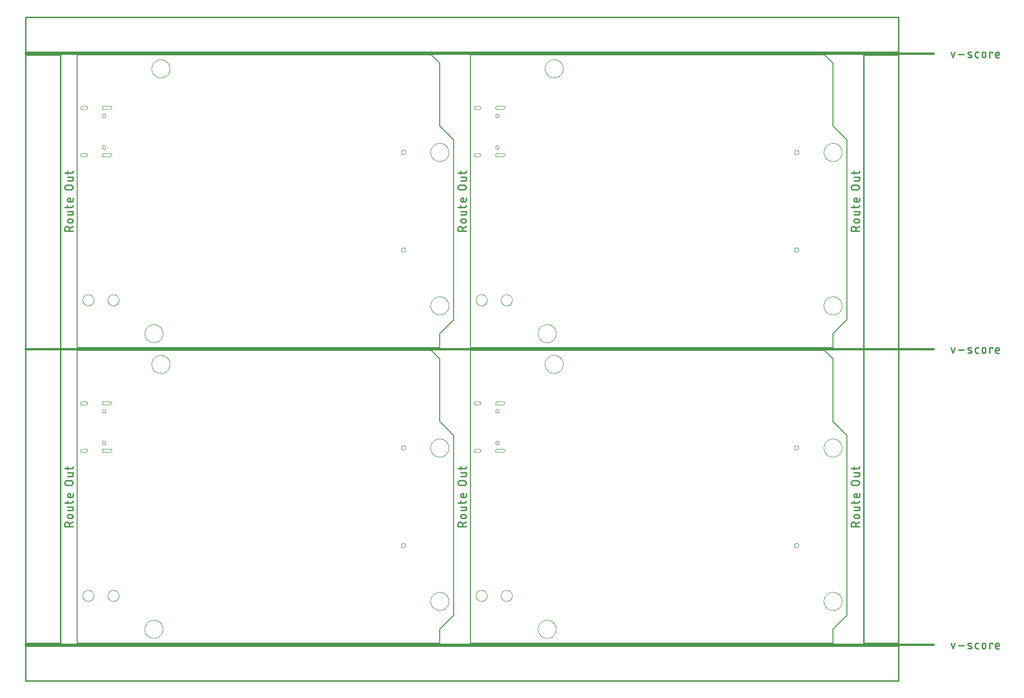
<source format=gko>
G75*
%MOIN*%
%OFA0B0*%
%FSLAX25Y25*%
%IPPOS*%
%LPD*%
%AMOC8*
5,1,8,0,0,1.08239X$1,22.5*
%
%ADD10C,0.00800*%
%ADD11C,0.01100*%
%ADD12C,0.01500*%
%ADD13C,0.01000*%
%ADD14C,0.00000*%
%ADD15C,0.00039*%
D10*
X0105000Y0160000D02*
X0105000Y0370000D01*
X0359000Y0370000D01*
X0365000Y0364000D01*
X0365000Y0319000D01*
X0375000Y0309000D01*
X0375000Y0180000D01*
X0365000Y0170000D01*
X0365000Y0160000D01*
X0105000Y0160000D01*
X0105000Y0372000D02*
X0105000Y0582000D01*
X0359000Y0582000D01*
X0365000Y0576000D01*
X0365000Y0531000D01*
X0375000Y0521000D01*
X0375000Y0392000D01*
X0365000Y0382000D01*
X0365000Y0372000D01*
X0105000Y0372000D01*
X0387000Y0372000D02*
X0387000Y0582000D01*
X0641000Y0582000D01*
X0647000Y0576000D01*
X0647000Y0531000D01*
X0657000Y0521000D01*
X0657000Y0392000D01*
X0647000Y0382000D01*
X0647000Y0372000D01*
X0387000Y0372000D01*
X0387000Y0370000D02*
X0387000Y0160000D01*
X0647000Y0160000D01*
X0647000Y0170000D01*
X0657000Y0180000D01*
X0657000Y0309000D01*
X0647000Y0319000D01*
X0647000Y0364000D01*
X0641000Y0370000D01*
X0387000Y0370000D01*
D11*
X0383950Y0286455D02*
X0383950Y0286127D01*
X0383948Y0286065D01*
X0383942Y0286004D01*
X0383933Y0285943D01*
X0383919Y0285883D01*
X0383902Y0285823D01*
X0383881Y0285765D01*
X0383856Y0285708D01*
X0383828Y0285653D01*
X0383797Y0285600D01*
X0383762Y0285549D01*
X0383724Y0285500D01*
X0383684Y0285454D01*
X0383640Y0285410D01*
X0383594Y0285370D01*
X0383545Y0285332D01*
X0383494Y0285297D01*
X0383441Y0285266D01*
X0383386Y0285238D01*
X0383329Y0285213D01*
X0383271Y0285192D01*
X0383211Y0285175D01*
X0383151Y0285161D01*
X0383090Y0285152D01*
X0383029Y0285146D01*
X0382967Y0285144D01*
X0378050Y0285144D01*
X0380017Y0284488D02*
X0380017Y0286455D01*
X0380017Y0282134D02*
X0383950Y0282134D01*
X0383950Y0280495D01*
X0383948Y0280433D01*
X0383942Y0280372D01*
X0383933Y0280311D01*
X0383919Y0280251D01*
X0383902Y0280191D01*
X0383881Y0280133D01*
X0383856Y0280076D01*
X0383828Y0280021D01*
X0383797Y0279968D01*
X0383762Y0279917D01*
X0383724Y0279868D01*
X0383684Y0279822D01*
X0383640Y0279778D01*
X0383594Y0279738D01*
X0383545Y0279700D01*
X0383494Y0279665D01*
X0383441Y0279634D01*
X0383386Y0279606D01*
X0383329Y0279581D01*
X0383271Y0279560D01*
X0383211Y0279543D01*
X0383151Y0279529D01*
X0383090Y0279520D01*
X0383029Y0279514D01*
X0382967Y0279512D01*
X0380017Y0279512D01*
X0379689Y0276513D02*
X0382311Y0276513D01*
X0382390Y0276511D01*
X0382469Y0276505D01*
X0382548Y0276496D01*
X0382626Y0276482D01*
X0382703Y0276465D01*
X0382780Y0276445D01*
X0382855Y0276420D01*
X0382929Y0276392D01*
X0383002Y0276360D01*
X0383073Y0276325D01*
X0383142Y0276287D01*
X0383209Y0276245D01*
X0383274Y0276200D01*
X0383337Y0276152D01*
X0383398Y0276101D01*
X0383456Y0276047D01*
X0383511Y0275990D01*
X0383564Y0275931D01*
X0383613Y0275869D01*
X0383660Y0275805D01*
X0383703Y0275739D01*
X0383743Y0275671D01*
X0383780Y0275600D01*
X0383814Y0275529D01*
X0383843Y0275455D01*
X0383870Y0275380D01*
X0383892Y0275305D01*
X0383911Y0275228D01*
X0383927Y0275150D01*
X0383938Y0275072D01*
X0383946Y0274993D01*
X0383950Y0274914D01*
X0383950Y0274834D01*
X0383946Y0274755D01*
X0383938Y0274676D01*
X0383927Y0274598D01*
X0383911Y0274520D01*
X0383892Y0274443D01*
X0383870Y0274368D01*
X0383843Y0274293D01*
X0383814Y0274219D01*
X0383780Y0274148D01*
X0383743Y0274077D01*
X0383703Y0274009D01*
X0383660Y0273943D01*
X0383613Y0273879D01*
X0383564Y0273817D01*
X0383511Y0273758D01*
X0383456Y0273701D01*
X0383398Y0273647D01*
X0383337Y0273596D01*
X0383274Y0273548D01*
X0383209Y0273503D01*
X0383142Y0273461D01*
X0383073Y0273423D01*
X0383002Y0273388D01*
X0382929Y0273356D01*
X0382855Y0273328D01*
X0382780Y0273303D01*
X0382703Y0273283D01*
X0382626Y0273266D01*
X0382548Y0273252D01*
X0382469Y0273243D01*
X0382390Y0273237D01*
X0382311Y0273235D01*
X0379689Y0273235D01*
X0379610Y0273237D01*
X0379531Y0273243D01*
X0379452Y0273252D01*
X0379374Y0273266D01*
X0379297Y0273283D01*
X0379220Y0273303D01*
X0379145Y0273328D01*
X0379071Y0273356D01*
X0378998Y0273388D01*
X0378927Y0273423D01*
X0378858Y0273461D01*
X0378791Y0273503D01*
X0378726Y0273548D01*
X0378663Y0273596D01*
X0378602Y0273647D01*
X0378544Y0273701D01*
X0378489Y0273758D01*
X0378436Y0273817D01*
X0378387Y0273879D01*
X0378340Y0273943D01*
X0378297Y0274009D01*
X0378257Y0274077D01*
X0378220Y0274148D01*
X0378186Y0274219D01*
X0378157Y0274293D01*
X0378130Y0274368D01*
X0378108Y0274443D01*
X0378089Y0274520D01*
X0378073Y0274598D01*
X0378062Y0274676D01*
X0378054Y0274755D01*
X0378050Y0274834D01*
X0378050Y0274914D01*
X0378054Y0274993D01*
X0378062Y0275072D01*
X0378073Y0275150D01*
X0378089Y0275228D01*
X0378108Y0275305D01*
X0378130Y0275380D01*
X0378157Y0275455D01*
X0378186Y0275529D01*
X0378220Y0275600D01*
X0378257Y0275671D01*
X0378297Y0275739D01*
X0378340Y0275805D01*
X0378387Y0275869D01*
X0378436Y0275931D01*
X0378489Y0275990D01*
X0378544Y0276047D01*
X0378602Y0276101D01*
X0378663Y0276152D01*
X0378726Y0276200D01*
X0378791Y0276245D01*
X0378858Y0276287D01*
X0378927Y0276325D01*
X0378998Y0276360D01*
X0379071Y0276392D01*
X0379145Y0276420D01*
X0379220Y0276445D01*
X0379297Y0276465D01*
X0379374Y0276482D01*
X0379452Y0276496D01*
X0379531Y0276505D01*
X0379610Y0276511D01*
X0379689Y0276513D01*
X0381328Y0267159D02*
X0381983Y0267159D01*
X0381983Y0264537D01*
X0381328Y0264537D02*
X0382967Y0264537D01*
X0383029Y0264539D01*
X0383090Y0264545D01*
X0383151Y0264554D01*
X0383211Y0264568D01*
X0383271Y0264585D01*
X0383329Y0264606D01*
X0383386Y0264631D01*
X0383441Y0264659D01*
X0383494Y0264690D01*
X0383545Y0264725D01*
X0383594Y0264763D01*
X0383640Y0264803D01*
X0383684Y0264847D01*
X0383724Y0264893D01*
X0383762Y0264942D01*
X0383797Y0264993D01*
X0383828Y0265046D01*
X0383856Y0265101D01*
X0383881Y0265158D01*
X0383902Y0265216D01*
X0383919Y0265276D01*
X0383933Y0265336D01*
X0383942Y0265397D01*
X0383948Y0265458D01*
X0383950Y0265520D01*
X0383950Y0267159D01*
X0381328Y0267159D02*
X0381257Y0267157D01*
X0381186Y0267151D01*
X0381116Y0267142D01*
X0381046Y0267128D01*
X0380977Y0267111D01*
X0380909Y0267090D01*
X0380843Y0267066D01*
X0380778Y0267038D01*
X0380714Y0267006D01*
X0380652Y0266971D01*
X0380592Y0266933D01*
X0380535Y0266892D01*
X0380479Y0266847D01*
X0380426Y0266800D01*
X0380376Y0266750D01*
X0380329Y0266697D01*
X0380284Y0266641D01*
X0380243Y0266584D01*
X0380205Y0266524D01*
X0380170Y0266462D01*
X0380138Y0266398D01*
X0380110Y0266333D01*
X0380086Y0266267D01*
X0380065Y0266199D01*
X0380048Y0266130D01*
X0380034Y0266060D01*
X0380025Y0265990D01*
X0380019Y0265919D01*
X0380017Y0265848D01*
X0380019Y0265777D01*
X0380025Y0265706D01*
X0380034Y0265636D01*
X0380048Y0265566D01*
X0380065Y0265497D01*
X0380086Y0265429D01*
X0380110Y0265363D01*
X0380138Y0265298D01*
X0380170Y0265234D01*
X0380205Y0265172D01*
X0380243Y0265112D01*
X0380284Y0265055D01*
X0380329Y0264999D01*
X0380376Y0264946D01*
X0380426Y0264896D01*
X0380479Y0264849D01*
X0380535Y0264804D01*
X0380592Y0264763D01*
X0380652Y0264725D01*
X0380714Y0264690D01*
X0380778Y0264658D01*
X0380843Y0264630D01*
X0380909Y0264606D01*
X0380977Y0264585D01*
X0381046Y0264568D01*
X0381116Y0264554D01*
X0381186Y0264545D01*
X0381257Y0264539D01*
X0381328Y0264537D01*
X0380017Y0262044D02*
X0380017Y0260078D01*
X0378050Y0260733D02*
X0382967Y0260733D01*
X0383029Y0260735D01*
X0383090Y0260741D01*
X0383151Y0260750D01*
X0383211Y0260764D01*
X0383271Y0260781D01*
X0383329Y0260802D01*
X0383386Y0260827D01*
X0383441Y0260855D01*
X0383494Y0260886D01*
X0383545Y0260921D01*
X0383594Y0260959D01*
X0383640Y0260999D01*
X0383684Y0261043D01*
X0383724Y0261089D01*
X0383762Y0261138D01*
X0383797Y0261189D01*
X0383828Y0261242D01*
X0383856Y0261297D01*
X0383881Y0261354D01*
X0383902Y0261412D01*
X0383919Y0261472D01*
X0383933Y0261532D01*
X0383942Y0261593D01*
X0383948Y0261654D01*
X0383950Y0261716D01*
X0383950Y0262044D01*
X0383950Y0257723D02*
X0380017Y0257723D01*
X0380017Y0255101D02*
X0382967Y0255101D01*
X0383029Y0255103D01*
X0383090Y0255109D01*
X0383151Y0255118D01*
X0383211Y0255132D01*
X0383271Y0255149D01*
X0383329Y0255170D01*
X0383386Y0255195D01*
X0383441Y0255223D01*
X0383494Y0255254D01*
X0383545Y0255289D01*
X0383594Y0255327D01*
X0383640Y0255367D01*
X0383684Y0255411D01*
X0383724Y0255457D01*
X0383762Y0255506D01*
X0383797Y0255557D01*
X0383828Y0255610D01*
X0383856Y0255665D01*
X0383881Y0255722D01*
X0383902Y0255780D01*
X0383919Y0255840D01*
X0383933Y0255900D01*
X0383942Y0255961D01*
X0383948Y0256022D01*
X0383950Y0256084D01*
X0383950Y0257723D01*
X0382639Y0252184D02*
X0381328Y0252184D01*
X0381257Y0252182D01*
X0381186Y0252176D01*
X0381116Y0252167D01*
X0381046Y0252153D01*
X0380977Y0252136D01*
X0380909Y0252115D01*
X0380843Y0252091D01*
X0380778Y0252063D01*
X0380714Y0252031D01*
X0380652Y0251996D01*
X0380592Y0251958D01*
X0380535Y0251917D01*
X0380479Y0251872D01*
X0380426Y0251825D01*
X0380376Y0251775D01*
X0380329Y0251722D01*
X0380284Y0251666D01*
X0380243Y0251609D01*
X0380205Y0251549D01*
X0380170Y0251487D01*
X0380138Y0251423D01*
X0380110Y0251358D01*
X0380086Y0251292D01*
X0380065Y0251224D01*
X0380048Y0251155D01*
X0380034Y0251085D01*
X0380025Y0251015D01*
X0380019Y0250944D01*
X0380017Y0250873D01*
X0380019Y0250802D01*
X0380025Y0250731D01*
X0380034Y0250661D01*
X0380048Y0250591D01*
X0380065Y0250522D01*
X0380086Y0250454D01*
X0380110Y0250388D01*
X0380138Y0250323D01*
X0380170Y0250259D01*
X0380205Y0250197D01*
X0380243Y0250137D01*
X0380284Y0250080D01*
X0380329Y0250024D01*
X0380376Y0249971D01*
X0380426Y0249921D01*
X0380479Y0249874D01*
X0380535Y0249829D01*
X0380592Y0249788D01*
X0380652Y0249750D01*
X0380714Y0249715D01*
X0380778Y0249683D01*
X0380843Y0249655D01*
X0380909Y0249631D01*
X0380977Y0249610D01*
X0381046Y0249593D01*
X0381116Y0249579D01*
X0381186Y0249570D01*
X0381257Y0249564D01*
X0381328Y0249562D01*
X0382639Y0249562D01*
X0382710Y0249564D01*
X0382781Y0249570D01*
X0382851Y0249579D01*
X0382921Y0249593D01*
X0382990Y0249610D01*
X0383058Y0249631D01*
X0383124Y0249655D01*
X0383189Y0249683D01*
X0383253Y0249715D01*
X0383315Y0249750D01*
X0383375Y0249788D01*
X0383432Y0249829D01*
X0383488Y0249874D01*
X0383541Y0249921D01*
X0383591Y0249971D01*
X0383638Y0250024D01*
X0383683Y0250080D01*
X0383724Y0250137D01*
X0383762Y0250197D01*
X0383797Y0250259D01*
X0383829Y0250323D01*
X0383857Y0250388D01*
X0383881Y0250454D01*
X0383902Y0250522D01*
X0383919Y0250591D01*
X0383933Y0250661D01*
X0383942Y0250731D01*
X0383948Y0250802D01*
X0383950Y0250873D01*
X0383948Y0250944D01*
X0383942Y0251015D01*
X0383933Y0251085D01*
X0383919Y0251155D01*
X0383902Y0251224D01*
X0383881Y0251292D01*
X0383857Y0251358D01*
X0383829Y0251423D01*
X0383797Y0251487D01*
X0383762Y0251549D01*
X0383724Y0251609D01*
X0383683Y0251666D01*
X0383638Y0251722D01*
X0383591Y0251775D01*
X0383541Y0251825D01*
X0383488Y0251872D01*
X0383432Y0251917D01*
X0383375Y0251958D01*
X0383315Y0251996D01*
X0383253Y0252031D01*
X0383189Y0252063D01*
X0383124Y0252091D01*
X0383058Y0252115D01*
X0382990Y0252136D01*
X0382921Y0252153D01*
X0382851Y0252167D01*
X0382781Y0252176D01*
X0382710Y0252182D01*
X0382639Y0252184D01*
X0383950Y0246823D02*
X0381328Y0245512D01*
X0381328Y0245184D02*
X0381328Y0243545D01*
X0381328Y0245184D02*
X0381326Y0245263D01*
X0381320Y0245342D01*
X0381311Y0245421D01*
X0381297Y0245499D01*
X0381280Y0245576D01*
X0381260Y0245653D01*
X0381235Y0245728D01*
X0381207Y0245802D01*
X0381175Y0245875D01*
X0381140Y0245946D01*
X0381102Y0246015D01*
X0381060Y0246082D01*
X0381015Y0246147D01*
X0380967Y0246210D01*
X0380916Y0246271D01*
X0380862Y0246329D01*
X0380805Y0246384D01*
X0380746Y0246437D01*
X0380684Y0246486D01*
X0380620Y0246533D01*
X0380554Y0246576D01*
X0380486Y0246616D01*
X0380415Y0246653D01*
X0380344Y0246687D01*
X0380270Y0246716D01*
X0380195Y0246743D01*
X0380120Y0246765D01*
X0380043Y0246784D01*
X0379965Y0246800D01*
X0379887Y0246811D01*
X0379808Y0246819D01*
X0379729Y0246823D01*
X0379649Y0246823D01*
X0379570Y0246819D01*
X0379491Y0246811D01*
X0379413Y0246800D01*
X0379335Y0246784D01*
X0379258Y0246765D01*
X0379183Y0246743D01*
X0379108Y0246716D01*
X0379034Y0246687D01*
X0378963Y0246653D01*
X0378892Y0246616D01*
X0378824Y0246576D01*
X0378758Y0246533D01*
X0378694Y0246486D01*
X0378632Y0246437D01*
X0378573Y0246384D01*
X0378516Y0246329D01*
X0378462Y0246271D01*
X0378411Y0246210D01*
X0378363Y0246147D01*
X0378318Y0246082D01*
X0378276Y0246015D01*
X0378238Y0245946D01*
X0378203Y0245875D01*
X0378171Y0245802D01*
X0378143Y0245728D01*
X0378118Y0245653D01*
X0378098Y0245576D01*
X0378081Y0245499D01*
X0378067Y0245421D01*
X0378058Y0245342D01*
X0378052Y0245263D01*
X0378050Y0245184D01*
X0378050Y0243545D01*
X0383950Y0243545D01*
X0383950Y0455545D02*
X0378050Y0455545D01*
X0378050Y0457184D01*
X0378052Y0457263D01*
X0378058Y0457342D01*
X0378067Y0457421D01*
X0378081Y0457499D01*
X0378098Y0457576D01*
X0378118Y0457653D01*
X0378143Y0457728D01*
X0378171Y0457802D01*
X0378203Y0457875D01*
X0378238Y0457946D01*
X0378276Y0458015D01*
X0378318Y0458082D01*
X0378363Y0458147D01*
X0378411Y0458210D01*
X0378462Y0458271D01*
X0378516Y0458329D01*
X0378573Y0458384D01*
X0378632Y0458437D01*
X0378694Y0458486D01*
X0378758Y0458533D01*
X0378824Y0458576D01*
X0378892Y0458616D01*
X0378963Y0458653D01*
X0379034Y0458687D01*
X0379108Y0458716D01*
X0379183Y0458743D01*
X0379258Y0458765D01*
X0379335Y0458784D01*
X0379413Y0458800D01*
X0379491Y0458811D01*
X0379570Y0458819D01*
X0379649Y0458823D01*
X0379729Y0458823D01*
X0379808Y0458819D01*
X0379887Y0458811D01*
X0379965Y0458800D01*
X0380043Y0458784D01*
X0380120Y0458765D01*
X0380195Y0458743D01*
X0380270Y0458716D01*
X0380344Y0458687D01*
X0380415Y0458653D01*
X0380486Y0458616D01*
X0380554Y0458576D01*
X0380620Y0458533D01*
X0380684Y0458486D01*
X0380746Y0458437D01*
X0380805Y0458384D01*
X0380862Y0458329D01*
X0380916Y0458271D01*
X0380967Y0458210D01*
X0381015Y0458147D01*
X0381060Y0458082D01*
X0381102Y0458015D01*
X0381140Y0457946D01*
X0381175Y0457875D01*
X0381207Y0457802D01*
X0381235Y0457728D01*
X0381260Y0457653D01*
X0381280Y0457576D01*
X0381297Y0457499D01*
X0381311Y0457421D01*
X0381320Y0457342D01*
X0381326Y0457263D01*
X0381328Y0457184D01*
X0381328Y0455545D01*
X0381328Y0457512D02*
X0383950Y0458823D01*
X0382639Y0461562D02*
X0381328Y0461562D01*
X0381257Y0461564D01*
X0381186Y0461570D01*
X0381116Y0461579D01*
X0381046Y0461593D01*
X0380977Y0461610D01*
X0380909Y0461631D01*
X0380843Y0461655D01*
X0380778Y0461683D01*
X0380714Y0461715D01*
X0380652Y0461750D01*
X0380592Y0461788D01*
X0380535Y0461829D01*
X0380479Y0461874D01*
X0380426Y0461921D01*
X0380376Y0461971D01*
X0380329Y0462024D01*
X0380284Y0462080D01*
X0380243Y0462137D01*
X0380205Y0462197D01*
X0380170Y0462259D01*
X0380138Y0462323D01*
X0380110Y0462388D01*
X0380086Y0462454D01*
X0380065Y0462522D01*
X0380048Y0462591D01*
X0380034Y0462661D01*
X0380025Y0462731D01*
X0380019Y0462802D01*
X0380017Y0462873D01*
X0380019Y0462944D01*
X0380025Y0463015D01*
X0380034Y0463085D01*
X0380048Y0463155D01*
X0380065Y0463224D01*
X0380086Y0463292D01*
X0380110Y0463358D01*
X0380138Y0463423D01*
X0380170Y0463487D01*
X0380205Y0463549D01*
X0380243Y0463609D01*
X0380284Y0463666D01*
X0380329Y0463722D01*
X0380376Y0463775D01*
X0380426Y0463825D01*
X0380479Y0463872D01*
X0380535Y0463917D01*
X0380592Y0463958D01*
X0380652Y0463996D01*
X0380714Y0464031D01*
X0380778Y0464063D01*
X0380843Y0464091D01*
X0380909Y0464115D01*
X0380977Y0464136D01*
X0381046Y0464153D01*
X0381116Y0464167D01*
X0381186Y0464176D01*
X0381257Y0464182D01*
X0381328Y0464184D01*
X0382639Y0464184D01*
X0382710Y0464182D01*
X0382781Y0464176D01*
X0382851Y0464167D01*
X0382921Y0464153D01*
X0382990Y0464136D01*
X0383058Y0464115D01*
X0383124Y0464091D01*
X0383189Y0464063D01*
X0383253Y0464031D01*
X0383315Y0463996D01*
X0383375Y0463958D01*
X0383432Y0463917D01*
X0383488Y0463872D01*
X0383541Y0463825D01*
X0383591Y0463775D01*
X0383638Y0463722D01*
X0383683Y0463666D01*
X0383724Y0463609D01*
X0383762Y0463549D01*
X0383797Y0463487D01*
X0383829Y0463423D01*
X0383857Y0463358D01*
X0383881Y0463292D01*
X0383902Y0463224D01*
X0383919Y0463155D01*
X0383933Y0463085D01*
X0383942Y0463015D01*
X0383948Y0462944D01*
X0383950Y0462873D01*
X0383948Y0462802D01*
X0383942Y0462731D01*
X0383933Y0462661D01*
X0383919Y0462591D01*
X0383902Y0462522D01*
X0383881Y0462454D01*
X0383857Y0462388D01*
X0383829Y0462323D01*
X0383797Y0462259D01*
X0383762Y0462197D01*
X0383724Y0462137D01*
X0383683Y0462080D01*
X0383638Y0462024D01*
X0383591Y0461971D01*
X0383541Y0461921D01*
X0383488Y0461874D01*
X0383432Y0461829D01*
X0383375Y0461788D01*
X0383315Y0461750D01*
X0383253Y0461715D01*
X0383189Y0461683D01*
X0383124Y0461655D01*
X0383058Y0461631D01*
X0382990Y0461610D01*
X0382921Y0461593D01*
X0382851Y0461579D01*
X0382781Y0461570D01*
X0382710Y0461564D01*
X0382639Y0461562D01*
X0382967Y0467101D02*
X0380017Y0467101D01*
X0380017Y0469723D02*
X0383950Y0469723D01*
X0383950Y0468084D01*
X0383948Y0468022D01*
X0383942Y0467961D01*
X0383933Y0467900D01*
X0383919Y0467840D01*
X0383902Y0467780D01*
X0383881Y0467722D01*
X0383856Y0467665D01*
X0383828Y0467610D01*
X0383797Y0467557D01*
X0383762Y0467506D01*
X0383724Y0467457D01*
X0383684Y0467411D01*
X0383640Y0467367D01*
X0383594Y0467327D01*
X0383545Y0467289D01*
X0383494Y0467254D01*
X0383441Y0467223D01*
X0383386Y0467195D01*
X0383329Y0467170D01*
X0383271Y0467149D01*
X0383211Y0467132D01*
X0383151Y0467118D01*
X0383090Y0467109D01*
X0383029Y0467103D01*
X0382967Y0467101D01*
X0382967Y0472733D02*
X0378050Y0472733D01*
X0380017Y0472078D02*
X0380017Y0474044D01*
X0381328Y0476537D02*
X0382967Y0476537D01*
X0383029Y0476539D01*
X0383090Y0476545D01*
X0383151Y0476554D01*
X0383211Y0476568D01*
X0383271Y0476585D01*
X0383329Y0476606D01*
X0383386Y0476631D01*
X0383441Y0476659D01*
X0383494Y0476690D01*
X0383545Y0476725D01*
X0383594Y0476763D01*
X0383640Y0476803D01*
X0383684Y0476847D01*
X0383724Y0476893D01*
X0383762Y0476942D01*
X0383797Y0476993D01*
X0383828Y0477046D01*
X0383856Y0477101D01*
X0383881Y0477158D01*
X0383902Y0477216D01*
X0383919Y0477276D01*
X0383933Y0477336D01*
X0383942Y0477397D01*
X0383948Y0477458D01*
X0383950Y0477520D01*
X0383950Y0479159D01*
X0381983Y0479159D02*
X0381983Y0476537D01*
X0381328Y0476537D02*
X0381257Y0476539D01*
X0381186Y0476545D01*
X0381116Y0476554D01*
X0381046Y0476568D01*
X0380977Y0476585D01*
X0380909Y0476606D01*
X0380843Y0476630D01*
X0380778Y0476658D01*
X0380714Y0476690D01*
X0380652Y0476725D01*
X0380592Y0476763D01*
X0380535Y0476804D01*
X0380479Y0476849D01*
X0380426Y0476896D01*
X0380376Y0476946D01*
X0380329Y0476999D01*
X0380284Y0477055D01*
X0380243Y0477112D01*
X0380205Y0477172D01*
X0380170Y0477234D01*
X0380138Y0477298D01*
X0380110Y0477363D01*
X0380086Y0477429D01*
X0380065Y0477497D01*
X0380048Y0477566D01*
X0380034Y0477636D01*
X0380025Y0477706D01*
X0380019Y0477777D01*
X0380017Y0477848D01*
X0380019Y0477919D01*
X0380025Y0477990D01*
X0380034Y0478060D01*
X0380048Y0478130D01*
X0380065Y0478199D01*
X0380086Y0478267D01*
X0380110Y0478333D01*
X0380138Y0478398D01*
X0380170Y0478462D01*
X0380205Y0478524D01*
X0380243Y0478584D01*
X0380284Y0478641D01*
X0380329Y0478697D01*
X0380376Y0478750D01*
X0380426Y0478800D01*
X0380479Y0478847D01*
X0380535Y0478892D01*
X0380592Y0478933D01*
X0380652Y0478971D01*
X0380714Y0479006D01*
X0380778Y0479038D01*
X0380843Y0479066D01*
X0380909Y0479090D01*
X0380977Y0479111D01*
X0381046Y0479128D01*
X0381116Y0479142D01*
X0381186Y0479151D01*
X0381257Y0479157D01*
X0381328Y0479159D01*
X0381983Y0479159D01*
X0383950Y0474044D02*
X0383950Y0473716D01*
X0383948Y0473654D01*
X0383942Y0473593D01*
X0383933Y0473532D01*
X0383919Y0473472D01*
X0383902Y0473412D01*
X0383881Y0473354D01*
X0383856Y0473297D01*
X0383828Y0473242D01*
X0383797Y0473189D01*
X0383762Y0473138D01*
X0383724Y0473089D01*
X0383684Y0473043D01*
X0383640Y0472999D01*
X0383594Y0472959D01*
X0383545Y0472921D01*
X0383494Y0472886D01*
X0383441Y0472855D01*
X0383386Y0472827D01*
X0383329Y0472802D01*
X0383271Y0472781D01*
X0383211Y0472764D01*
X0383151Y0472750D01*
X0383090Y0472741D01*
X0383029Y0472735D01*
X0382967Y0472733D01*
X0382311Y0485235D02*
X0379689Y0485235D01*
X0379610Y0485237D01*
X0379531Y0485243D01*
X0379452Y0485252D01*
X0379374Y0485266D01*
X0379297Y0485283D01*
X0379220Y0485303D01*
X0379145Y0485328D01*
X0379071Y0485356D01*
X0378998Y0485388D01*
X0378927Y0485423D01*
X0378858Y0485461D01*
X0378791Y0485503D01*
X0378726Y0485548D01*
X0378663Y0485596D01*
X0378602Y0485647D01*
X0378544Y0485701D01*
X0378489Y0485758D01*
X0378436Y0485817D01*
X0378387Y0485879D01*
X0378340Y0485943D01*
X0378297Y0486009D01*
X0378257Y0486077D01*
X0378220Y0486148D01*
X0378186Y0486219D01*
X0378157Y0486293D01*
X0378130Y0486368D01*
X0378108Y0486443D01*
X0378089Y0486520D01*
X0378073Y0486598D01*
X0378062Y0486676D01*
X0378054Y0486755D01*
X0378050Y0486834D01*
X0378050Y0486914D01*
X0378054Y0486993D01*
X0378062Y0487072D01*
X0378073Y0487150D01*
X0378089Y0487228D01*
X0378108Y0487305D01*
X0378130Y0487380D01*
X0378157Y0487455D01*
X0378186Y0487529D01*
X0378220Y0487600D01*
X0378257Y0487671D01*
X0378297Y0487739D01*
X0378340Y0487805D01*
X0378387Y0487869D01*
X0378436Y0487931D01*
X0378489Y0487990D01*
X0378544Y0488047D01*
X0378602Y0488101D01*
X0378663Y0488152D01*
X0378726Y0488200D01*
X0378791Y0488245D01*
X0378858Y0488287D01*
X0378927Y0488325D01*
X0378998Y0488360D01*
X0379071Y0488392D01*
X0379145Y0488420D01*
X0379220Y0488445D01*
X0379297Y0488465D01*
X0379374Y0488482D01*
X0379452Y0488496D01*
X0379531Y0488505D01*
X0379610Y0488511D01*
X0379689Y0488513D01*
X0382311Y0488513D01*
X0382390Y0488511D01*
X0382469Y0488505D01*
X0382548Y0488496D01*
X0382626Y0488482D01*
X0382703Y0488465D01*
X0382780Y0488445D01*
X0382855Y0488420D01*
X0382929Y0488392D01*
X0383002Y0488360D01*
X0383073Y0488325D01*
X0383142Y0488287D01*
X0383209Y0488245D01*
X0383274Y0488200D01*
X0383337Y0488152D01*
X0383398Y0488101D01*
X0383456Y0488047D01*
X0383511Y0487990D01*
X0383564Y0487931D01*
X0383613Y0487869D01*
X0383660Y0487805D01*
X0383703Y0487739D01*
X0383743Y0487671D01*
X0383780Y0487600D01*
X0383814Y0487529D01*
X0383843Y0487455D01*
X0383870Y0487380D01*
X0383892Y0487305D01*
X0383911Y0487228D01*
X0383927Y0487150D01*
X0383938Y0487072D01*
X0383946Y0486993D01*
X0383950Y0486914D01*
X0383950Y0486834D01*
X0383946Y0486755D01*
X0383938Y0486676D01*
X0383927Y0486598D01*
X0383911Y0486520D01*
X0383892Y0486443D01*
X0383870Y0486368D01*
X0383843Y0486293D01*
X0383814Y0486219D01*
X0383780Y0486148D01*
X0383743Y0486077D01*
X0383703Y0486009D01*
X0383660Y0485943D01*
X0383613Y0485879D01*
X0383564Y0485817D01*
X0383511Y0485758D01*
X0383456Y0485701D01*
X0383398Y0485647D01*
X0383337Y0485596D01*
X0383274Y0485548D01*
X0383209Y0485503D01*
X0383142Y0485461D01*
X0383073Y0485423D01*
X0383002Y0485388D01*
X0382929Y0485356D01*
X0382855Y0485328D01*
X0382780Y0485303D01*
X0382703Y0485283D01*
X0382626Y0485266D01*
X0382548Y0485252D01*
X0382469Y0485243D01*
X0382390Y0485237D01*
X0382311Y0485235D01*
X0382967Y0491512D02*
X0380017Y0491512D01*
X0380017Y0494134D02*
X0383950Y0494134D01*
X0383950Y0492495D01*
X0383948Y0492433D01*
X0383942Y0492372D01*
X0383933Y0492311D01*
X0383919Y0492251D01*
X0383902Y0492191D01*
X0383881Y0492133D01*
X0383856Y0492076D01*
X0383828Y0492021D01*
X0383797Y0491968D01*
X0383762Y0491917D01*
X0383724Y0491868D01*
X0383684Y0491822D01*
X0383640Y0491778D01*
X0383594Y0491738D01*
X0383545Y0491700D01*
X0383494Y0491665D01*
X0383441Y0491634D01*
X0383386Y0491606D01*
X0383329Y0491581D01*
X0383271Y0491560D01*
X0383211Y0491543D01*
X0383151Y0491529D01*
X0383090Y0491520D01*
X0383029Y0491514D01*
X0382967Y0491512D01*
X0382967Y0497144D02*
X0378050Y0497144D01*
X0380017Y0496488D02*
X0380017Y0498455D01*
X0382967Y0497144D02*
X0383029Y0497146D01*
X0383090Y0497152D01*
X0383151Y0497161D01*
X0383211Y0497175D01*
X0383271Y0497192D01*
X0383329Y0497213D01*
X0383386Y0497238D01*
X0383441Y0497266D01*
X0383494Y0497297D01*
X0383545Y0497332D01*
X0383594Y0497370D01*
X0383640Y0497410D01*
X0383684Y0497454D01*
X0383724Y0497500D01*
X0383762Y0497549D01*
X0383797Y0497600D01*
X0383828Y0497653D01*
X0383856Y0497708D01*
X0383881Y0497765D01*
X0383902Y0497823D01*
X0383919Y0497883D01*
X0383933Y0497943D01*
X0383942Y0498004D01*
X0383948Y0498065D01*
X0383950Y0498127D01*
X0383950Y0498455D01*
X0660050Y0497144D02*
X0664967Y0497144D01*
X0665029Y0497146D01*
X0665090Y0497152D01*
X0665151Y0497161D01*
X0665211Y0497175D01*
X0665271Y0497192D01*
X0665329Y0497213D01*
X0665386Y0497238D01*
X0665441Y0497266D01*
X0665494Y0497297D01*
X0665545Y0497332D01*
X0665594Y0497370D01*
X0665640Y0497410D01*
X0665684Y0497454D01*
X0665724Y0497500D01*
X0665762Y0497549D01*
X0665797Y0497600D01*
X0665828Y0497653D01*
X0665856Y0497708D01*
X0665881Y0497765D01*
X0665902Y0497823D01*
X0665919Y0497883D01*
X0665933Y0497943D01*
X0665942Y0498004D01*
X0665948Y0498065D01*
X0665950Y0498127D01*
X0665950Y0498455D01*
X0662017Y0498455D02*
X0662017Y0496488D01*
X0662017Y0494134D02*
X0665950Y0494134D01*
X0665950Y0492495D01*
X0665948Y0492433D01*
X0665942Y0492372D01*
X0665933Y0492311D01*
X0665919Y0492251D01*
X0665902Y0492191D01*
X0665881Y0492133D01*
X0665856Y0492076D01*
X0665828Y0492021D01*
X0665797Y0491968D01*
X0665762Y0491917D01*
X0665724Y0491868D01*
X0665684Y0491822D01*
X0665640Y0491778D01*
X0665594Y0491738D01*
X0665545Y0491700D01*
X0665494Y0491665D01*
X0665441Y0491634D01*
X0665386Y0491606D01*
X0665329Y0491581D01*
X0665271Y0491560D01*
X0665211Y0491543D01*
X0665151Y0491529D01*
X0665090Y0491520D01*
X0665029Y0491514D01*
X0664967Y0491512D01*
X0662017Y0491512D01*
X0661689Y0488513D02*
X0664311Y0488513D01*
X0664390Y0488511D01*
X0664469Y0488505D01*
X0664548Y0488496D01*
X0664626Y0488482D01*
X0664703Y0488465D01*
X0664780Y0488445D01*
X0664855Y0488420D01*
X0664929Y0488392D01*
X0665002Y0488360D01*
X0665073Y0488325D01*
X0665142Y0488287D01*
X0665209Y0488245D01*
X0665274Y0488200D01*
X0665337Y0488152D01*
X0665398Y0488101D01*
X0665456Y0488047D01*
X0665511Y0487990D01*
X0665564Y0487931D01*
X0665613Y0487869D01*
X0665660Y0487805D01*
X0665703Y0487739D01*
X0665743Y0487671D01*
X0665780Y0487600D01*
X0665814Y0487529D01*
X0665843Y0487455D01*
X0665870Y0487380D01*
X0665892Y0487305D01*
X0665911Y0487228D01*
X0665927Y0487150D01*
X0665938Y0487072D01*
X0665946Y0486993D01*
X0665950Y0486914D01*
X0665950Y0486834D01*
X0665946Y0486755D01*
X0665938Y0486676D01*
X0665927Y0486598D01*
X0665911Y0486520D01*
X0665892Y0486443D01*
X0665870Y0486368D01*
X0665843Y0486293D01*
X0665814Y0486219D01*
X0665780Y0486148D01*
X0665743Y0486077D01*
X0665703Y0486009D01*
X0665660Y0485943D01*
X0665613Y0485879D01*
X0665564Y0485817D01*
X0665511Y0485758D01*
X0665456Y0485701D01*
X0665398Y0485647D01*
X0665337Y0485596D01*
X0665274Y0485548D01*
X0665209Y0485503D01*
X0665142Y0485461D01*
X0665073Y0485423D01*
X0665002Y0485388D01*
X0664929Y0485356D01*
X0664855Y0485328D01*
X0664780Y0485303D01*
X0664703Y0485283D01*
X0664626Y0485266D01*
X0664548Y0485252D01*
X0664469Y0485243D01*
X0664390Y0485237D01*
X0664311Y0485235D01*
X0661689Y0485235D01*
X0661610Y0485237D01*
X0661531Y0485243D01*
X0661452Y0485252D01*
X0661374Y0485266D01*
X0661297Y0485283D01*
X0661220Y0485303D01*
X0661145Y0485328D01*
X0661071Y0485356D01*
X0660998Y0485388D01*
X0660927Y0485423D01*
X0660858Y0485461D01*
X0660791Y0485503D01*
X0660726Y0485548D01*
X0660663Y0485596D01*
X0660602Y0485647D01*
X0660544Y0485701D01*
X0660489Y0485758D01*
X0660436Y0485817D01*
X0660387Y0485879D01*
X0660340Y0485943D01*
X0660297Y0486009D01*
X0660257Y0486077D01*
X0660220Y0486148D01*
X0660186Y0486219D01*
X0660157Y0486293D01*
X0660130Y0486368D01*
X0660108Y0486443D01*
X0660089Y0486520D01*
X0660073Y0486598D01*
X0660062Y0486676D01*
X0660054Y0486755D01*
X0660050Y0486834D01*
X0660050Y0486914D01*
X0660054Y0486993D01*
X0660062Y0487072D01*
X0660073Y0487150D01*
X0660089Y0487228D01*
X0660108Y0487305D01*
X0660130Y0487380D01*
X0660157Y0487455D01*
X0660186Y0487529D01*
X0660220Y0487600D01*
X0660257Y0487671D01*
X0660297Y0487739D01*
X0660340Y0487805D01*
X0660387Y0487869D01*
X0660436Y0487931D01*
X0660489Y0487990D01*
X0660544Y0488047D01*
X0660602Y0488101D01*
X0660663Y0488152D01*
X0660726Y0488200D01*
X0660791Y0488245D01*
X0660858Y0488287D01*
X0660927Y0488325D01*
X0660998Y0488360D01*
X0661071Y0488392D01*
X0661145Y0488420D01*
X0661220Y0488445D01*
X0661297Y0488465D01*
X0661374Y0488482D01*
X0661452Y0488496D01*
X0661531Y0488505D01*
X0661610Y0488511D01*
X0661689Y0488513D01*
X0663328Y0479159D02*
X0663983Y0479159D01*
X0663983Y0476537D01*
X0663328Y0476537D02*
X0664967Y0476537D01*
X0665029Y0476539D01*
X0665090Y0476545D01*
X0665151Y0476554D01*
X0665211Y0476568D01*
X0665271Y0476585D01*
X0665329Y0476606D01*
X0665386Y0476631D01*
X0665441Y0476659D01*
X0665494Y0476690D01*
X0665545Y0476725D01*
X0665594Y0476763D01*
X0665640Y0476803D01*
X0665684Y0476847D01*
X0665724Y0476893D01*
X0665762Y0476942D01*
X0665797Y0476993D01*
X0665828Y0477046D01*
X0665856Y0477101D01*
X0665881Y0477158D01*
X0665902Y0477216D01*
X0665919Y0477276D01*
X0665933Y0477336D01*
X0665942Y0477397D01*
X0665948Y0477458D01*
X0665950Y0477520D01*
X0665950Y0479159D01*
X0663328Y0479159D02*
X0663257Y0479157D01*
X0663186Y0479151D01*
X0663116Y0479142D01*
X0663046Y0479128D01*
X0662977Y0479111D01*
X0662909Y0479090D01*
X0662843Y0479066D01*
X0662778Y0479038D01*
X0662714Y0479006D01*
X0662652Y0478971D01*
X0662592Y0478933D01*
X0662535Y0478892D01*
X0662479Y0478847D01*
X0662426Y0478800D01*
X0662376Y0478750D01*
X0662329Y0478697D01*
X0662284Y0478641D01*
X0662243Y0478584D01*
X0662205Y0478524D01*
X0662170Y0478462D01*
X0662138Y0478398D01*
X0662110Y0478333D01*
X0662086Y0478267D01*
X0662065Y0478199D01*
X0662048Y0478130D01*
X0662034Y0478060D01*
X0662025Y0477990D01*
X0662019Y0477919D01*
X0662017Y0477848D01*
X0662019Y0477777D01*
X0662025Y0477706D01*
X0662034Y0477636D01*
X0662048Y0477566D01*
X0662065Y0477497D01*
X0662086Y0477429D01*
X0662110Y0477363D01*
X0662138Y0477298D01*
X0662170Y0477234D01*
X0662205Y0477172D01*
X0662243Y0477112D01*
X0662284Y0477055D01*
X0662329Y0476999D01*
X0662376Y0476946D01*
X0662426Y0476896D01*
X0662479Y0476849D01*
X0662535Y0476804D01*
X0662592Y0476763D01*
X0662652Y0476725D01*
X0662714Y0476690D01*
X0662778Y0476658D01*
X0662843Y0476630D01*
X0662909Y0476606D01*
X0662977Y0476585D01*
X0663046Y0476568D01*
X0663116Y0476554D01*
X0663186Y0476545D01*
X0663257Y0476539D01*
X0663328Y0476537D01*
X0662017Y0474044D02*
X0662017Y0472078D01*
X0660050Y0472733D02*
X0664967Y0472733D01*
X0665029Y0472735D01*
X0665090Y0472741D01*
X0665151Y0472750D01*
X0665211Y0472764D01*
X0665271Y0472781D01*
X0665329Y0472802D01*
X0665386Y0472827D01*
X0665441Y0472855D01*
X0665494Y0472886D01*
X0665545Y0472921D01*
X0665594Y0472959D01*
X0665640Y0472999D01*
X0665684Y0473043D01*
X0665724Y0473089D01*
X0665762Y0473138D01*
X0665797Y0473189D01*
X0665828Y0473242D01*
X0665856Y0473297D01*
X0665881Y0473354D01*
X0665902Y0473412D01*
X0665919Y0473472D01*
X0665933Y0473532D01*
X0665942Y0473593D01*
X0665948Y0473654D01*
X0665950Y0473716D01*
X0665950Y0474044D01*
X0665950Y0469723D02*
X0662017Y0469723D01*
X0662017Y0467101D02*
X0664967Y0467101D01*
X0665029Y0467103D01*
X0665090Y0467109D01*
X0665151Y0467118D01*
X0665211Y0467132D01*
X0665271Y0467149D01*
X0665329Y0467170D01*
X0665386Y0467195D01*
X0665441Y0467223D01*
X0665494Y0467254D01*
X0665545Y0467289D01*
X0665594Y0467327D01*
X0665640Y0467367D01*
X0665684Y0467411D01*
X0665724Y0467457D01*
X0665762Y0467506D01*
X0665797Y0467557D01*
X0665828Y0467610D01*
X0665856Y0467665D01*
X0665881Y0467722D01*
X0665902Y0467780D01*
X0665919Y0467840D01*
X0665933Y0467900D01*
X0665942Y0467961D01*
X0665948Y0468022D01*
X0665950Y0468084D01*
X0665950Y0469723D01*
X0664639Y0464184D02*
X0663328Y0464184D01*
X0663257Y0464182D01*
X0663186Y0464176D01*
X0663116Y0464167D01*
X0663046Y0464153D01*
X0662977Y0464136D01*
X0662909Y0464115D01*
X0662843Y0464091D01*
X0662778Y0464063D01*
X0662714Y0464031D01*
X0662652Y0463996D01*
X0662592Y0463958D01*
X0662535Y0463917D01*
X0662479Y0463872D01*
X0662426Y0463825D01*
X0662376Y0463775D01*
X0662329Y0463722D01*
X0662284Y0463666D01*
X0662243Y0463609D01*
X0662205Y0463549D01*
X0662170Y0463487D01*
X0662138Y0463423D01*
X0662110Y0463358D01*
X0662086Y0463292D01*
X0662065Y0463224D01*
X0662048Y0463155D01*
X0662034Y0463085D01*
X0662025Y0463015D01*
X0662019Y0462944D01*
X0662017Y0462873D01*
X0662019Y0462802D01*
X0662025Y0462731D01*
X0662034Y0462661D01*
X0662048Y0462591D01*
X0662065Y0462522D01*
X0662086Y0462454D01*
X0662110Y0462388D01*
X0662138Y0462323D01*
X0662170Y0462259D01*
X0662205Y0462197D01*
X0662243Y0462137D01*
X0662284Y0462080D01*
X0662329Y0462024D01*
X0662376Y0461971D01*
X0662426Y0461921D01*
X0662479Y0461874D01*
X0662535Y0461829D01*
X0662592Y0461788D01*
X0662652Y0461750D01*
X0662714Y0461715D01*
X0662778Y0461683D01*
X0662843Y0461655D01*
X0662909Y0461631D01*
X0662977Y0461610D01*
X0663046Y0461593D01*
X0663116Y0461579D01*
X0663186Y0461570D01*
X0663257Y0461564D01*
X0663328Y0461562D01*
X0664639Y0461562D01*
X0664710Y0461564D01*
X0664781Y0461570D01*
X0664851Y0461579D01*
X0664921Y0461593D01*
X0664990Y0461610D01*
X0665058Y0461631D01*
X0665124Y0461655D01*
X0665189Y0461683D01*
X0665253Y0461715D01*
X0665315Y0461750D01*
X0665375Y0461788D01*
X0665432Y0461829D01*
X0665488Y0461874D01*
X0665541Y0461921D01*
X0665591Y0461971D01*
X0665638Y0462024D01*
X0665683Y0462080D01*
X0665724Y0462137D01*
X0665762Y0462197D01*
X0665797Y0462259D01*
X0665829Y0462323D01*
X0665857Y0462388D01*
X0665881Y0462454D01*
X0665902Y0462522D01*
X0665919Y0462591D01*
X0665933Y0462661D01*
X0665942Y0462731D01*
X0665948Y0462802D01*
X0665950Y0462873D01*
X0665948Y0462944D01*
X0665942Y0463015D01*
X0665933Y0463085D01*
X0665919Y0463155D01*
X0665902Y0463224D01*
X0665881Y0463292D01*
X0665857Y0463358D01*
X0665829Y0463423D01*
X0665797Y0463487D01*
X0665762Y0463549D01*
X0665724Y0463609D01*
X0665683Y0463666D01*
X0665638Y0463722D01*
X0665591Y0463775D01*
X0665541Y0463825D01*
X0665488Y0463872D01*
X0665432Y0463917D01*
X0665375Y0463958D01*
X0665315Y0463996D01*
X0665253Y0464031D01*
X0665189Y0464063D01*
X0665124Y0464091D01*
X0665058Y0464115D01*
X0664990Y0464136D01*
X0664921Y0464153D01*
X0664851Y0464167D01*
X0664781Y0464176D01*
X0664710Y0464182D01*
X0664639Y0464184D01*
X0665950Y0458823D02*
X0663328Y0457512D01*
X0663328Y0457184D02*
X0663328Y0455545D01*
X0663328Y0457184D02*
X0663326Y0457263D01*
X0663320Y0457342D01*
X0663311Y0457421D01*
X0663297Y0457499D01*
X0663280Y0457576D01*
X0663260Y0457653D01*
X0663235Y0457728D01*
X0663207Y0457802D01*
X0663175Y0457875D01*
X0663140Y0457946D01*
X0663102Y0458015D01*
X0663060Y0458082D01*
X0663015Y0458147D01*
X0662967Y0458210D01*
X0662916Y0458271D01*
X0662862Y0458329D01*
X0662805Y0458384D01*
X0662746Y0458437D01*
X0662684Y0458486D01*
X0662620Y0458533D01*
X0662554Y0458576D01*
X0662486Y0458616D01*
X0662415Y0458653D01*
X0662344Y0458687D01*
X0662270Y0458716D01*
X0662195Y0458743D01*
X0662120Y0458765D01*
X0662043Y0458784D01*
X0661965Y0458800D01*
X0661887Y0458811D01*
X0661808Y0458819D01*
X0661729Y0458823D01*
X0661649Y0458823D01*
X0661570Y0458819D01*
X0661491Y0458811D01*
X0661413Y0458800D01*
X0661335Y0458784D01*
X0661258Y0458765D01*
X0661183Y0458743D01*
X0661108Y0458716D01*
X0661034Y0458687D01*
X0660963Y0458653D01*
X0660892Y0458616D01*
X0660824Y0458576D01*
X0660758Y0458533D01*
X0660694Y0458486D01*
X0660632Y0458437D01*
X0660573Y0458384D01*
X0660516Y0458329D01*
X0660462Y0458271D01*
X0660411Y0458210D01*
X0660363Y0458147D01*
X0660318Y0458082D01*
X0660276Y0458015D01*
X0660238Y0457946D01*
X0660203Y0457875D01*
X0660171Y0457802D01*
X0660143Y0457728D01*
X0660118Y0457653D01*
X0660098Y0457576D01*
X0660081Y0457499D01*
X0660067Y0457421D01*
X0660058Y0457342D01*
X0660052Y0457263D01*
X0660050Y0457184D01*
X0660050Y0455545D01*
X0665950Y0455545D01*
X0743894Y0368378D02*
X0744028Y0368332D01*
X0744163Y0368289D01*
X0744299Y0368250D01*
X0744436Y0368214D01*
X0744573Y0368182D01*
X0744712Y0368153D01*
X0744851Y0368127D01*
X0744991Y0368106D01*
X0745132Y0368087D01*
X0745272Y0368073D01*
X0745414Y0368062D01*
X0745555Y0368054D01*
X0745697Y0368051D01*
X0745697Y0368050D02*
X0745754Y0368051D01*
X0745812Y0368056D01*
X0745869Y0368065D01*
X0745925Y0368078D01*
X0745980Y0368094D01*
X0746034Y0368114D01*
X0746086Y0368138D01*
X0746137Y0368165D01*
X0746185Y0368196D01*
X0746232Y0368230D01*
X0746276Y0368267D01*
X0746318Y0368307D01*
X0746356Y0368349D01*
X0746392Y0368394D01*
X0746425Y0368442D01*
X0746454Y0368491D01*
X0746480Y0368542D01*
X0746503Y0368595D01*
X0746521Y0368650D01*
X0746536Y0368705D01*
X0746548Y0368762D01*
X0746555Y0368819D01*
X0746559Y0368876D01*
X0746558Y0368934D01*
X0746554Y0368991D01*
X0746546Y0369048D01*
X0746534Y0369104D01*
X0746518Y0369160D01*
X0746499Y0369214D01*
X0746476Y0369266D01*
X0746449Y0369317D01*
X0746419Y0369367D01*
X0746386Y0369414D01*
X0746350Y0369458D01*
X0746311Y0369500D01*
X0746269Y0369540D01*
X0746224Y0369576D01*
X0746177Y0369609D01*
X0746128Y0369639D01*
X0746077Y0369666D01*
X0746025Y0369689D01*
X0746024Y0369689D02*
X0744386Y0370344D01*
X0744385Y0370345D02*
X0744333Y0370368D01*
X0744282Y0370395D01*
X0744233Y0370425D01*
X0744186Y0370458D01*
X0744141Y0370494D01*
X0744099Y0370534D01*
X0744060Y0370576D01*
X0744024Y0370620D01*
X0743991Y0370667D01*
X0743961Y0370717D01*
X0743934Y0370768D01*
X0743911Y0370820D01*
X0743892Y0370874D01*
X0743876Y0370930D01*
X0743864Y0370986D01*
X0743856Y0371043D01*
X0743852Y0371100D01*
X0743851Y0371158D01*
X0743855Y0371215D01*
X0743862Y0371272D01*
X0743874Y0371329D01*
X0743889Y0371384D01*
X0743907Y0371439D01*
X0743930Y0371492D01*
X0743956Y0371543D01*
X0743985Y0371592D01*
X0744018Y0371640D01*
X0744054Y0371685D01*
X0744092Y0371727D01*
X0744134Y0371767D01*
X0744178Y0371804D01*
X0744225Y0371838D01*
X0744273Y0371869D01*
X0744324Y0371896D01*
X0744376Y0371920D01*
X0744430Y0371940D01*
X0744485Y0371956D01*
X0744541Y0371969D01*
X0744598Y0371978D01*
X0744656Y0371983D01*
X0744713Y0371984D01*
X0744713Y0371983D02*
X0744830Y0371979D01*
X0744947Y0371972D01*
X0745063Y0371961D01*
X0745180Y0371947D01*
X0745295Y0371928D01*
X0745410Y0371907D01*
X0745524Y0371881D01*
X0745638Y0371852D01*
X0745750Y0371820D01*
X0745862Y0371784D01*
X0745972Y0371744D01*
X0746081Y0371701D01*
X0746188Y0371655D01*
X0749238Y0371000D02*
X0749238Y0369033D01*
X0749240Y0368971D01*
X0749246Y0368910D01*
X0749255Y0368849D01*
X0749269Y0368789D01*
X0749286Y0368729D01*
X0749307Y0368671D01*
X0749332Y0368614D01*
X0749360Y0368559D01*
X0749391Y0368506D01*
X0749426Y0368455D01*
X0749464Y0368406D01*
X0749504Y0368360D01*
X0749548Y0368316D01*
X0749594Y0368276D01*
X0749643Y0368238D01*
X0749694Y0368203D01*
X0749747Y0368172D01*
X0749802Y0368144D01*
X0749859Y0368119D01*
X0749917Y0368098D01*
X0749977Y0368081D01*
X0750037Y0368067D01*
X0750098Y0368058D01*
X0750159Y0368052D01*
X0750221Y0368050D01*
X0751532Y0368050D01*
X0753945Y0369361D02*
X0753945Y0370672D01*
X0753946Y0370672D02*
X0753948Y0370743D01*
X0753954Y0370814D01*
X0753963Y0370884D01*
X0753977Y0370954D01*
X0753994Y0371023D01*
X0754015Y0371091D01*
X0754039Y0371157D01*
X0754067Y0371222D01*
X0754099Y0371286D01*
X0754134Y0371348D01*
X0754172Y0371408D01*
X0754213Y0371465D01*
X0754258Y0371521D01*
X0754305Y0371574D01*
X0754355Y0371624D01*
X0754408Y0371671D01*
X0754464Y0371716D01*
X0754521Y0371757D01*
X0754581Y0371795D01*
X0754643Y0371830D01*
X0754707Y0371862D01*
X0754772Y0371890D01*
X0754838Y0371914D01*
X0754906Y0371935D01*
X0754975Y0371952D01*
X0755045Y0371966D01*
X0755115Y0371975D01*
X0755186Y0371981D01*
X0755257Y0371983D01*
X0755328Y0371981D01*
X0755399Y0371975D01*
X0755469Y0371966D01*
X0755539Y0371952D01*
X0755608Y0371935D01*
X0755676Y0371914D01*
X0755742Y0371890D01*
X0755807Y0371862D01*
X0755871Y0371830D01*
X0755933Y0371795D01*
X0755993Y0371757D01*
X0756050Y0371716D01*
X0756106Y0371671D01*
X0756159Y0371624D01*
X0756209Y0371574D01*
X0756256Y0371521D01*
X0756301Y0371465D01*
X0756342Y0371408D01*
X0756380Y0371348D01*
X0756415Y0371286D01*
X0756447Y0371222D01*
X0756475Y0371157D01*
X0756499Y0371091D01*
X0756520Y0371023D01*
X0756537Y0370954D01*
X0756551Y0370884D01*
X0756560Y0370814D01*
X0756566Y0370743D01*
X0756568Y0370672D01*
X0756568Y0369361D01*
X0756566Y0369290D01*
X0756560Y0369219D01*
X0756551Y0369149D01*
X0756537Y0369079D01*
X0756520Y0369010D01*
X0756499Y0368942D01*
X0756475Y0368876D01*
X0756447Y0368811D01*
X0756415Y0368747D01*
X0756380Y0368685D01*
X0756342Y0368625D01*
X0756301Y0368568D01*
X0756256Y0368512D01*
X0756209Y0368459D01*
X0756159Y0368409D01*
X0756106Y0368362D01*
X0756050Y0368317D01*
X0755993Y0368276D01*
X0755933Y0368238D01*
X0755871Y0368203D01*
X0755807Y0368171D01*
X0755742Y0368143D01*
X0755676Y0368119D01*
X0755608Y0368098D01*
X0755539Y0368081D01*
X0755469Y0368067D01*
X0755399Y0368058D01*
X0755328Y0368052D01*
X0755257Y0368050D01*
X0755186Y0368052D01*
X0755115Y0368058D01*
X0755045Y0368067D01*
X0754975Y0368081D01*
X0754906Y0368098D01*
X0754838Y0368119D01*
X0754772Y0368143D01*
X0754707Y0368171D01*
X0754643Y0368203D01*
X0754581Y0368238D01*
X0754521Y0368276D01*
X0754464Y0368317D01*
X0754408Y0368362D01*
X0754355Y0368409D01*
X0754305Y0368459D01*
X0754258Y0368512D01*
X0754213Y0368568D01*
X0754172Y0368625D01*
X0754134Y0368685D01*
X0754099Y0368747D01*
X0754067Y0368811D01*
X0754039Y0368876D01*
X0754015Y0368942D01*
X0753994Y0369010D01*
X0753977Y0369079D01*
X0753963Y0369149D01*
X0753954Y0369219D01*
X0753948Y0369290D01*
X0753946Y0369361D01*
X0751532Y0371983D02*
X0750221Y0371983D01*
X0750159Y0371981D01*
X0750098Y0371975D01*
X0750037Y0371966D01*
X0749977Y0371952D01*
X0749917Y0371935D01*
X0749859Y0371914D01*
X0749802Y0371889D01*
X0749747Y0371861D01*
X0749694Y0371830D01*
X0749643Y0371795D01*
X0749594Y0371757D01*
X0749548Y0371717D01*
X0749504Y0371673D01*
X0749464Y0371627D01*
X0749426Y0371578D01*
X0749391Y0371527D01*
X0749360Y0371474D01*
X0749332Y0371419D01*
X0749307Y0371362D01*
X0749286Y0371304D01*
X0749269Y0371244D01*
X0749255Y0371184D01*
X0749246Y0371123D01*
X0749240Y0371062D01*
X0749238Y0371000D01*
X0741018Y0370344D02*
X0737084Y0370344D01*
X0734413Y0371983D02*
X0733102Y0368050D01*
X0731791Y0371983D01*
X0759534Y0371983D02*
X0761501Y0371983D01*
X0761501Y0371328D01*
X0759534Y0371983D02*
X0759534Y0368050D01*
X0763587Y0369033D02*
X0763587Y0370672D01*
X0763587Y0370017D02*
X0766209Y0370017D01*
X0766209Y0370672D01*
X0766207Y0370743D01*
X0766201Y0370814D01*
X0766192Y0370884D01*
X0766178Y0370954D01*
X0766161Y0371023D01*
X0766140Y0371091D01*
X0766116Y0371157D01*
X0766088Y0371222D01*
X0766056Y0371286D01*
X0766021Y0371348D01*
X0765983Y0371408D01*
X0765942Y0371465D01*
X0765897Y0371521D01*
X0765850Y0371574D01*
X0765800Y0371624D01*
X0765747Y0371671D01*
X0765691Y0371716D01*
X0765634Y0371757D01*
X0765574Y0371795D01*
X0765512Y0371830D01*
X0765448Y0371862D01*
X0765383Y0371890D01*
X0765317Y0371914D01*
X0765249Y0371935D01*
X0765180Y0371952D01*
X0765110Y0371966D01*
X0765040Y0371975D01*
X0764969Y0371981D01*
X0764898Y0371983D01*
X0764827Y0371981D01*
X0764756Y0371975D01*
X0764686Y0371966D01*
X0764616Y0371952D01*
X0764547Y0371935D01*
X0764479Y0371914D01*
X0764413Y0371890D01*
X0764348Y0371862D01*
X0764284Y0371830D01*
X0764222Y0371795D01*
X0764162Y0371757D01*
X0764105Y0371716D01*
X0764049Y0371671D01*
X0763996Y0371624D01*
X0763946Y0371574D01*
X0763899Y0371521D01*
X0763854Y0371465D01*
X0763813Y0371408D01*
X0763775Y0371348D01*
X0763740Y0371286D01*
X0763708Y0371222D01*
X0763680Y0371157D01*
X0763656Y0371091D01*
X0763635Y0371023D01*
X0763618Y0370954D01*
X0763604Y0370884D01*
X0763595Y0370814D01*
X0763589Y0370743D01*
X0763587Y0370672D01*
X0763587Y0369033D02*
X0763589Y0368971D01*
X0763595Y0368910D01*
X0763604Y0368849D01*
X0763618Y0368789D01*
X0763635Y0368729D01*
X0763656Y0368671D01*
X0763681Y0368614D01*
X0763709Y0368559D01*
X0763740Y0368506D01*
X0763775Y0368455D01*
X0763813Y0368406D01*
X0763853Y0368360D01*
X0763897Y0368316D01*
X0763943Y0368276D01*
X0763992Y0368238D01*
X0764043Y0368203D01*
X0764096Y0368172D01*
X0764151Y0368144D01*
X0764208Y0368119D01*
X0764266Y0368098D01*
X0764326Y0368081D01*
X0764386Y0368067D01*
X0764447Y0368058D01*
X0764508Y0368052D01*
X0764570Y0368050D01*
X0766209Y0368050D01*
X0665950Y0286455D02*
X0665950Y0286127D01*
X0665948Y0286065D01*
X0665942Y0286004D01*
X0665933Y0285943D01*
X0665919Y0285883D01*
X0665902Y0285823D01*
X0665881Y0285765D01*
X0665856Y0285708D01*
X0665828Y0285653D01*
X0665797Y0285600D01*
X0665762Y0285549D01*
X0665724Y0285500D01*
X0665684Y0285454D01*
X0665640Y0285410D01*
X0665594Y0285370D01*
X0665545Y0285332D01*
X0665494Y0285297D01*
X0665441Y0285266D01*
X0665386Y0285238D01*
X0665329Y0285213D01*
X0665271Y0285192D01*
X0665211Y0285175D01*
X0665151Y0285161D01*
X0665090Y0285152D01*
X0665029Y0285146D01*
X0664967Y0285144D01*
X0660050Y0285144D01*
X0662017Y0284488D02*
X0662017Y0286455D01*
X0662017Y0282134D02*
X0665950Y0282134D01*
X0665950Y0280495D01*
X0665948Y0280433D01*
X0665942Y0280372D01*
X0665933Y0280311D01*
X0665919Y0280251D01*
X0665902Y0280191D01*
X0665881Y0280133D01*
X0665856Y0280076D01*
X0665828Y0280021D01*
X0665797Y0279968D01*
X0665762Y0279917D01*
X0665724Y0279868D01*
X0665684Y0279822D01*
X0665640Y0279778D01*
X0665594Y0279738D01*
X0665545Y0279700D01*
X0665494Y0279665D01*
X0665441Y0279634D01*
X0665386Y0279606D01*
X0665329Y0279581D01*
X0665271Y0279560D01*
X0665211Y0279543D01*
X0665151Y0279529D01*
X0665090Y0279520D01*
X0665029Y0279514D01*
X0664967Y0279512D01*
X0662017Y0279512D01*
X0661689Y0276513D02*
X0664311Y0276513D01*
X0664390Y0276511D01*
X0664469Y0276505D01*
X0664548Y0276496D01*
X0664626Y0276482D01*
X0664703Y0276465D01*
X0664780Y0276445D01*
X0664855Y0276420D01*
X0664929Y0276392D01*
X0665002Y0276360D01*
X0665073Y0276325D01*
X0665142Y0276287D01*
X0665209Y0276245D01*
X0665274Y0276200D01*
X0665337Y0276152D01*
X0665398Y0276101D01*
X0665456Y0276047D01*
X0665511Y0275990D01*
X0665564Y0275931D01*
X0665613Y0275869D01*
X0665660Y0275805D01*
X0665703Y0275739D01*
X0665743Y0275671D01*
X0665780Y0275600D01*
X0665814Y0275529D01*
X0665843Y0275455D01*
X0665870Y0275380D01*
X0665892Y0275305D01*
X0665911Y0275228D01*
X0665927Y0275150D01*
X0665938Y0275072D01*
X0665946Y0274993D01*
X0665950Y0274914D01*
X0665950Y0274834D01*
X0665946Y0274755D01*
X0665938Y0274676D01*
X0665927Y0274598D01*
X0665911Y0274520D01*
X0665892Y0274443D01*
X0665870Y0274368D01*
X0665843Y0274293D01*
X0665814Y0274219D01*
X0665780Y0274148D01*
X0665743Y0274077D01*
X0665703Y0274009D01*
X0665660Y0273943D01*
X0665613Y0273879D01*
X0665564Y0273817D01*
X0665511Y0273758D01*
X0665456Y0273701D01*
X0665398Y0273647D01*
X0665337Y0273596D01*
X0665274Y0273548D01*
X0665209Y0273503D01*
X0665142Y0273461D01*
X0665073Y0273423D01*
X0665002Y0273388D01*
X0664929Y0273356D01*
X0664855Y0273328D01*
X0664780Y0273303D01*
X0664703Y0273283D01*
X0664626Y0273266D01*
X0664548Y0273252D01*
X0664469Y0273243D01*
X0664390Y0273237D01*
X0664311Y0273235D01*
X0661689Y0273235D01*
X0661610Y0273237D01*
X0661531Y0273243D01*
X0661452Y0273252D01*
X0661374Y0273266D01*
X0661297Y0273283D01*
X0661220Y0273303D01*
X0661145Y0273328D01*
X0661071Y0273356D01*
X0660998Y0273388D01*
X0660927Y0273423D01*
X0660858Y0273461D01*
X0660791Y0273503D01*
X0660726Y0273548D01*
X0660663Y0273596D01*
X0660602Y0273647D01*
X0660544Y0273701D01*
X0660489Y0273758D01*
X0660436Y0273817D01*
X0660387Y0273879D01*
X0660340Y0273943D01*
X0660297Y0274009D01*
X0660257Y0274077D01*
X0660220Y0274148D01*
X0660186Y0274219D01*
X0660157Y0274293D01*
X0660130Y0274368D01*
X0660108Y0274443D01*
X0660089Y0274520D01*
X0660073Y0274598D01*
X0660062Y0274676D01*
X0660054Y0274755D01*
X0660050Y0274834D01*
X0660050Y0274914D01*
X0660054Y0274993D01*
X0660062Y0275072D01*
X0660073Y0275150D01*
X0660089Y0275228D01*
X0660108Y0275305D01*
X0660130Y0275380D01*
X0660157Y0275455D01*
X0660186Y0275529D01*
X0660220Y0275600D01*
X0660257Y0275671D01*
X0660297Y0275739D01*
X0660340Y0275805D01*
X0660387Y0275869D01*
X0660436Y0275931D01*
X0660489Y0275990D01*
X0660544Y0276047D01*
X0660602Y0276101D01*
X0660663Y0276152D01*
X0660726Y0276200D01*
X0660791Y0276245D01*
X0660858Y0276287D01*
X0660927Y0276325D01*
X0660998Y0276360D01*
X0661071Y0276392D01*
X0661145Y0276420D01*
X0661220Y0276445D01*
X0661297Y0276465D01*
X0661374Y0276482D01*
X0661452Y0276496D01*
X0661531Y0276505D01*
X0661610Y0276511D01*
X0661689Y0276513D01*
X0663328Y0267159D02*
X0663983Y0267159D01*
X0663983Y0264537D01*
X0663328Y0264537D02*
X0664967Y0264537D01*
X0665029Y0264539D01*
X0665090Y0264545D01*
X0665151Y0264554D01*
X0665211Y0264568D01*
X0665271Y0264585D01*
X0665329Y0264606D01*
X0665386Y0264631D01*
X0665441Y0264659D01*
X0665494Y0264690D01*
X0665545Y0264725D01*
X0665594Y0264763D01*
X0665640Y0264803D01*
X0665684Y0264847D01*
X0665724Y0264893D01*
X0665762Y0264942D01*
X0665797Y0264993D01*
X0665828Y0265046D01*
X0665856Y0265101D01*
X0665881Y0265158D01*
X0665902Y0265216D01*
X0665919Y0265276D01*
X0665933Y0265336D01*
X0665942Y0265397D01*
X0665948Y0265458D01*
X0665950Y0265520D01*
X0665950Y0267159D01*
X0663328Y0267159D02*
X0663257Y0267157D01*
X0663186Y0267151D01*
X0663116Y0267142D01*
X0663046Y0267128D01*
X0662977Y0267111D01*
X0662909Y0267090D01*
X0662843Y0267066D01*
X0662778Y0267038D01*
X0662714Y0267006D01*
X0662652Y0266971D01*
X0662592Y0266933D01*
X0662535Y0266892D01*
X0662479Y0266847D01*
X0662426Y0266800D01*
X0662376Y0266750D01*
X0662329Y0266697D01*
X0662284Y0266641D01*
X0662243Y0266584D01*
X0662205Y0266524D01*
X0662170Y0266462D01*
X0662138Y0266398D01*
X0662110Y0266333D01*
X0662086Y0266267D01*
X0662065Y0266199D01*
X0662048Y0266130D01*
X0662034Y0266060D01*
X0662025Y0265990D01*
X0662019Y0265919D01*
X0662017Y0265848D01*
X0662019Y0265777D01*
X0662025Y0265706D01*
X0662034Y0265636D01*
X0662048Y0265566D01*
X0662065Y0265497D01*
X0662086Y0265429D01*
X0662110Y0265363D01*
X0662138Y0265298D01*
X0662170Y0265234D01*
X0662205Y0265172D01*
X0662243Y0265112D01*
X0662284Y0265055D01*
X0662329Y0264999D01*
X0662376Y0264946D01*
X0662426Y0264896D01*
X0662479Y0264849D01*
X0662535Y0264804D01*
X0662592Y0264763D01*
X0662652Y0264725D01*
X0662714Y0264690D01*
X0662778Y0264658D01*
X0662843Y0264630D01*
X0662909Y0264606D01*
X0662977Y0264585D01*
X0663046Y0264568D01*
X0663116Y0264554D01*
X0663186Y0264545D01*
X0663257Y0264539D01*
X0663328Y0264537D01*
X0662017Y0262044D02*
X0662017Y0260078D01*
X0660050Y0260733D02*
X0664967Y0260733D01*
X0665029Y0260735D01*
X0665090Y0260741D01*
X0665151Y0260750D01*
X0665211Y0260764D01*
X0665271Y0260781D01*
X0665329Y0260802D01*
X0665386Y0260827D01*
X0665441Y0260855D01*
X0665494Y0260886D01*
X0665545Y0260921D01*
X0665594Y0260959D01*
X0665640Y0260999D01*
X0665684Y0261043D01*
X0665724Y0261089D01*
X0665762Y0261138D01*
X0665797Y0261189D01*
X0665828Y0261242D01*
X0665856Y0261297D01*
X0665881Y0261354D01*
X0665902Y0261412D01*
X0665919Y0261472D01*
X0665933Y0261532D01*
X0665942Y0261593D01*
X0665948Y0261654D01*
X0665950Y0261716D01*
X0665950Y0262044D01*
X0665950Y0257723D02*
X0662017Y0257723D01*
X0662017Y0255101D02*
X0664967Y0255101D01*
X0665029Y0255103D01*
X0665090Y0255109D01*
X0665151Y0255118D01*
X0665211Y0255132D01*
X0665271Y0255149D01*
X0665329Y0255170D01*
X0665386Y0255195D01*
X0665441Y0255223D01*
X0665494Y0255254D01*
X0665545Y0255289D01*
X0665594Y0255327D01*
X0665640Y0255367D01*
X0665684Y0255411D01*
X0665724Y0255457D01*
X0665762Y0255506D01*
X0665797Y0255557D01*
X0665828Y0255610D01*
X0665856Y0255665D01*
X0665881Y0255722D01*
X0665902Y0255780D01*
X0665919Y0255840D01*
X0665933Y0255900D01*
X0665942Y0255961D01*
X0665948Y0256022D01*
X0665950Y0256084D01*
X0665950Y0257723D01*
X0664639Y0252184D02*
X0663328Y0252184D01*
X0663257Y0252182D01*
X0663186Y0252176D01*
X0663116Y0252167D01*
X0663046Y0252153D01*
X0662977Y0252136D01*
X0662909Y0252115D01*
X0662843Y0252091D01*
X0662778Y0252063D01*
X0662714Y0252031D01*
X0662652Y0251996D01*
X0662592Y0251958D01*
X0662535Y0251917D01*
X0662479Y0251872D01*
X0662426Y0251825D01*
X0662376Y0251775D01*
X0662329Y0251722D01*
X0662284Y0251666D01*
X0662243Y0251609D01*
X0662205Y0251549D01*
X0662170Y0251487D01*
X0662138Y0251423D01*
X0662110Y0251358D01*
X0662086Y0251292D01*
X0662065Y0251224D01*
X0662048Y0251155D01*
X0662034Y0251085D01*
X0662025Y0251015D01*
X0662019Y0250944D01*
X0662017Y0250873D01*
X0662019Y0250802D01*
X0662025Y0250731D01*
X0662034Y0250661D01*
X0662048Y0250591D01*
X0662065Y0250522D01*
X0662086Y0250454D01*
X0662110Y0250388D01*
X0662138Y0250323D01*
X0662170Y0250259D01*
X0662205Y0250197D01*
X0662243Y0250137D01*
X0662284Y0250080D01*
X0662329Y0250024D01*
X0662376Y0249971D01*
X0662426Y0249921D01*
X0662479Y0249874D01*
X0662535Y0249829D01*
X0662592Y0249788D01*
X0662652Y0249750D01*
X0662714Y0249715D01*
X0662778Y0249683D01*
X0662843Y0249655D01*
X0662909Y0249631D01*
X0662977Y0249610D01*
X0663046Y0249593D01*
X0663116Y0249579D01*
X0663186Y0249570D01*
X0663257Y0249564D01*
X0663328Y0249562D01*
X0664639Y0249562D01*
X0664710Y0249564D01*
X0664781Y0249570D01*
X0664851Y0249579D01*
X0664921Y0249593D01*
X0664990Y0249610D01*
X0665058Y0249631D01*
X0665124Y0249655D01*
X0665189Y0249683D01*
X0665253Y0249715D01*
X0665315Y0249750D01*
X0665375Y0249788D01*
X0665432Y0249829D01*
X0665488Y0249874D01*
X0665541Y0249921D01*
X0665591Y0249971D01*
X0665638Y0250024D01*
X0665683Y0250080D01*
X0665724Y0250137D01*
X0665762Y0250197D01*
X0665797Y0250259D01*
X0665829Y0250323D01*
X0665857Y0250388D01*
X0665881Y0250454D01*
X0665902Y0250522D01*
X0665919Y0250591D01*
X0665933Y0250661D01*
X0665942Y0250731D01*
X0665948Y0250802D01*
X0665950Y0250873D01*
X0665948Y0250944D01*
X0665942Y0251015D01*
X0665933Y0251085D01*
X0665919Y0251155D01*
X0665902Y0251224D01*
X0665881Y0251292D01*
X0665857Y0251358D01*
X0665829Y0251423D01*
X0665797Y0251487D01*
X0665762Y0251549D01*
X0665724Y0251609D01*
X0665683Y0251666D01*
X0665638Y0251722D01*
X0665591Y0251775D01*
X0665541Y0251825D01*
X0665488Y0251872D01*
X0665432Y0251917D01*
X0665375Y0251958D01*
X0665315Y0251996D01*
X0665253Y0252031D01*
X0665189Y0252063D01*
X0665124Y0252091D01*
X0665058Y0252115D01*
X0664990Y0252136D01*
X0664921Y0252153D01*
X0664851Y0252167D01*
X0664781Y0252176D01*
X0664710Y0252182D01*
X0664639Y0252184D01*
X0665950Y0246823D02*
X0663328Y0245512D01*
X0663328Y0245184D02*
X0663328Y0243545D01*
X0663328Y0245184D02*
X0663326Y0245263D01*
X0663320Y0245342D01*
X0663311Y0245421D01*
X0663297Y0245499D01*
X0663280Y0245576D01*
X0663260Y0245653D01*
X0663235Y0245728D01*
X0663207Y0245802D01*
X0663175Y0245875D01*
X0663140Y0245946D01*
X0663102Y0246015D01*
X0663060Y0246082D01*
X0663015Y0246147D01*
X0662967Y0246210D01*
X0662916Y0246271D01*
X0662862Y0246329D01*
X0662805Y0246384D01*
X0662746Y0246437D01*
X0662684Y0246486D01*
X0662620Y0246533D01*
X0662554Y0246576D01*
X0662486Y0246616D01*
X0662415Y0246653D01*
X0662344Y0246687D01*
X0662270Y0246716D01*
X0662195Y0246743D01*
X0662120Y0246765D01*
X0662043Y0246784D01*
X0661965Y0246800D01*
X0661887Y0246811D01*
X0661808Y0246819D01*
X0661729Y0246823D01*
X0661649Y0246823D01*
X0661570Y0246819D01*
X0661491Y0246811D01*
X0661413Y0246800D01*
X0661335Y0246784D01*
X0661258Y0246765D01*
X0661183Y0246743D01*
X0661108Y0246716D01*
X0661034Y0246687D01*
X0660963Y0246653D01*
X0660892Y0246616D01*
X0660824Y0246576D01*
X0660758Y0246533D01*
X0660694Y0246486D01*
X0660632Y0246437D01*
X0660573Y0246384D01*
X0660516Y0246329D01*
X0660462Y0246271D01*
X0660411Y0246210D01*
X0660363Y0246147D01*
X0660318Y0246082D01*
X0660276Y0246015D01*
X0660238Y0245946D01*
X0660203Y0245875D01*
X0660171Y0245802D01*
X0660143Y0245728D01*
X0660118Y0245653D01*
X0660098Y0245576D01*
X0660081Y0245499D01*
X0660067Y0245421D01*
X0660058Y0245342D01*
X0660052Y0245263D01*
X0660050Y0245184D01*
X0660050Y0243545D01*
X0665950Y0243545D01*
X0731791Y0159983D02*
X0733102Y0156050D01*
X0734413Y0159983D01*
X0737084Y0158344D02*
X0741018Y0158344D01*
X0744386Y0158344D02*
X0746024Y0157689D01*
X0746025Y0157689D02*
X0746077Y0157666D01*
X0746128Y0157639D01*
X0746177Y0157609D01*
X0746224Y0157576D01*
X0746269Y0157540D01*
X0746311Y0157500D01*
X0746350Y0157458D01*
X0746386Y0157414D01*
X0746419Y0157367D01*
X0746449Y0157317D01*
X0746476Y0157266D01*
X0746499Y0157214D01*
X0746518Y0157160D01*
X0746534Y0157104D01*
X0746546Y0157048D01*
X0746554Y0156991D01*
X0746558Y0156934D01*
X0746559Y0156876D01*
X0746555Y0156819D01*
X0746548Y0156762D01*
X0746536Y0156705D01*
X0746521Y0156650D01*
X0746503Y0156595D01*
X0746480Y0156542D01*
X0746454Y0156491D01*
X0746425Y0156442D01*
X0746392Y0156394D01*
X0746356Y0156349D01*
X0746318Y0156307D01*
X0746276Y0156267D01*
X0746232Y0156230D01*
X0746185Y0156196D01*
X0746137Y0156165D01*
X0746086Y0156138D01*
X0746034Y0156114D01*
X0745980Y0156094D01*
X0745925Y0156078D01*
X0745869Y0156065D01*
X0745812Y0156056D01*
X0745754Y0156051D01*
X0745697Y0156050D01*
X0746188Y0159655D02*
X0746081Y0159701D01*
X0745972Y0159744D01*
X0745862Y0159784D01*
X0745750Y0159820D01*
X0745638Y0159852D01*
X0745524Y0159881D01*
X0745410Y0159907D01*
X0745295Y0159928D01*
X0745180Y0159947D01*
X0745063Y0159961D01*
X0744947Y0159972D01*
X0744830Y0159979D01*
X0744713Y0159983D01*
X0744713Y0159984D02*
X0744656Y0159983D01*
X0744598Y0159978D01*
X0744541Y0159969D01*
X0744485Y0159956D01*
X0744430Y0159940D01*
X0744376Y0159920D01*
X0744324Y0159896D01*
X0744273Y0159869D01*
X0744225Y0159838D01*
X0744178Y0159804D01*
X0744134Y0159767D01*
X0744092Y0159727D01*
X0744054Y0159685D01*
X0744018Y0159640D01*
X0743985Y0159592D01*
X0743956Y0159543D01*
X0743930Y0159492D01*
X0743907Y0159439D01*
X0743889Y0159384D01*
X0743874Y0159329D01*
X0743862Y0159272D01*
X0743855Y0159215D01*
X0743851Y0159158D01*
X0743852Y0159100D01*
X0743856Y0159043D01*
X0743864Y0158986D01*
X0743876Y0158930D01*
X0743892Y0158874D01*
X0743911Y0158820D01*
X0743934Y0158768D01*
X0743961Y0158717D01*
X0743991Y0158667D01*
X0744024Y0158620D01*
X0744060Y0158576D01*
X0744099Y0158534D01*
X0744141Y0158494D01*
X0744186Y0158458D01*
X0744233Y0158425D01*
X0744282Y0158395D01*
X0744333Y0158368D01*
X0744385Y0158345D01*
X0743894Y0156378D02*
X0744028Y0156332D01*
X0744163Y0156289D01*
X0744299Y0156250D01*
X0744436Y0156214D01*
X0744573Y0156182D01*
X0744712Y0156153D01*
X0744851Y0156127D01*
X0744991Y0156106D01*
X0745132Y0156087D01*
X0745272Y0156073D01*
X0745414Y0156062D01*
X0745555Y0156054D01*
X0745697Y0156051D01*
X0749238Y0157033D02*
X0749238Y0159000D01*
X0749240Y0159062D01*
X0749246Y0159123D01*
X0749255Y0159184D01*
X0749269Y0159244D01*
X0749286Y0159304D01*
X0749307Y0159362D01*
X0749332Y0159419D01*
X0749360Y0159474D01*
X0749391Y0159527D01*
X0749426Y0159578D01*
X0749464Y0159627D01*
X0749504Y0159673D01*
X0749548Y0159717D01*
X0749594Y0159757D01*
X0749643Y0159795D01*
X0749694Y0159830D01*
X0749747Y0159861D01*
X0749802Y0159889D01*
X0749859Y0159914D01*
X0749917Y0159935D01*
X0749977Y0159952D01*
X0750037Y0159966D01*
X0750098Y0159975D01*
X0750159Y0159981D01*
X0750221Y0159983D01*
X0751532Y0159983D01*
X0753945Y0158672D02*
X0753945Y0157361D01*
X0753946Y0157361D02*
X0753948Y0157290D01*
X0753954Y0157219D01*
X0753963Y0157149D01*
X0753977Y0157079D01*
X0753994Y0157010D01*
X0754015Y0156942D01*
X0754039Y0156876D01*
X0754067Y0156811D01*
X0754099Y0156747D01*
X0754134Y0156685D01*
X0754172Y0156625D01*
X0754213Y0156568D01*
X0754258Y0156512D01*
X0754305Y0156459D01*
X0754355Y0156409D01*
X0754408Y0156362D01*
X0754464Y0156317D01*
X0754521Y0156276D01*
X0754581Y0156238D01*
X0754643Y0156203D01*
X0754707Y0156171D01*
X0754772Y0156143D01*
X0754838Y0156119D01*
X0754906Y0156098D01*
X0754975Y0156081D01*
X0755045Y0156067D01*
X0755115Y0156058D01*
X0755186Y0156052D01*
X0755257Y0156050D01*
X0755328Y0156052D01*
X0755399Y0156058D01*
X0755469Y0156067D01*
X0755539Y0156081D01*
X0755608Y0156098D01*
X0755676Y0156119D01*
X0755742Y0156143D01*
X0755807Y0156171D01*
X0755871Y0156203D01*
X0755933Y0156238D01*
X0755993Y0156276D01*
X0756050Y0156317D01*
X0756106Y0156362D01*
X0756159Y0156409D01*
X0756209Y0156459D01*
X0756256Y0156512D01*
X0756301Y0156568D01*
X0756342Y0156625D01*
X0756380Y0156685D01*
X0756415Y0156747D01*
X0756447Y0156811D01*
X0756475Y0156876D01*
X0756499Y0156942D01*
X0756520Y0157010D01*
X0756537Y0157079D01*
X0756551Y0157149D01*
X0756560Y0157219D01*
X0756566Y0157290D01*
X0756568Y0157361D01*
X0756568Y0158672D01*
X0756566Y0158743D01*
X0756560Y0158814D01*
X0756551Y0158884D01*
X0756537Y0158954D01*
X0756520Y0159023D01*
X0756499Y0159091D01*
X0756475Y0159157D01*
X0756447Y0159222D01*
X0756415Y0159286D01*
X0756380Y0159348D01*
X0756342Y0159408D01*
X0756301Y0159465D01*
X0756256Y0159521D01*
X0756209Y0159574D01*
X0756159Y0159624D01*
X0756106Y0159671D01*
X0756050Y0159716D01*
X0755993Y0159757D01*
X0755933Y0159795D01*
X0755871Y0159830D01*
X0755807Y0159862D01*
X0755742Y0159890D01*
X0755676Y0159914D01*
X0755608Y0159935D01*
X0755539Y0159952D01*
X0755469Y0159966D01*
X0755399Y0159975D01*
X0755328Y0159981D01*
X0755257Y0159983D01*
X0755186Y0159981D01*
X0755115Y0159975D01*
X0755045Y0159966D01*
X0754975Y0159952D01*
X0754906Y0159935D01*
X0754838Y0159914D01*
X0754772Y0159890D01*
X0754707Y0159862D01*
X0754643Y0159830D01*
X0754581Y0159795D01*
X0754521Y0159757D01*
X0754464Y0159716D01*
X0754408Y0159671D01*
X0754355Y0159624D01*
X0754305Y0159574D01*
X0754258Y0159521D01*
X0754213Y0159465D01*
X0754172Y0159408D01*
X0754134Y0159348D01*
X0754099Y0159286D01*
X0754067Y0159222D01*
X0754039Y0159157D01*
X0754015Y0159091D01*
X0753994Y0159023D01*
X0753977Y0158954D01*
X0753963Y0158884D01*
X0753954Y0158814D01*
X0753948Y0158743D01*
X0753946Y0158672D01*
X0751532Y0156050D02*
X0750221Y0156050D01*
X0750159Y0156052D01*
X0750098Y0156058D01*
X0750037Y0156067D01*
X0749977Y0156081D01*
X0749917Y0156098D01*
X0749859Y0156119D01*
X0749802Y0156144D01*
X0749747Y0156172D01*
X0749694Y0156203D01*
X0749643Y0156238D01*
X0749594Y0156276D01*
X0749548Y0156316D01*
X0749504Y0156360D01*
X0749464Y0156406D01*
X0749426Y0156455D01*
X0749391Y0156506D01*
X0749360Y0156559D01*
X0749332Y0156614D01*
X0749307Y0156671D01*
X0749286Y0156729D01*
X0749269Y0156789D01*
X0749255Y0156849D01*
X0749246Y0156910D01*
X0749240Y0156971D01*
X0749238Y0157033D01*
X0759534Y0156050D02*
X0759534Y0159983D01*
X0761501Y0159983D01*
X0761501Y0159328D01*
X0763587Y0158672D02*
X0763587Y0157033D01*
X0763589Y0156971D01*
X0763595Y0156910D01*
X0763604Y0156849D01*
X0763618Y0156789D01*
X0763635Y0156729D01*
X0763656Y0156671D01*
X0763681Y0156614D01*
X0763709Y0156559D01*
X0763740Y0156506D01*
X0763775Y0156455D01*
X0763813Y0156406D01*
X0763853Y0156360D01*
X0763897Y0156316D01*
X0763943Y0156276D01*
X0763992Y0156238D01*
X0764043Y0156203D01*
X0764096Y0156172D01*
X0764151Y0156144D01*
X0764208Y0156119D01*
X0764266Y0156098D01*
X0764326Y0156081D01*
X0764386Y0156067D01*
X0764447Y0156058D01*
X0764508Y0156052D01*
X0764570Y0156050D01*
X0766209Y0156050D01*
X0766209Y0158017D02*
X0763587Y0158017D01*
X0763587Y0158672D02*
X0763589Y0158743D01*
X0763595Y0158814D01*
X0763604Y0158884D01*
X0763618Y0158954D01*
X0763635Y0159023D01*
X0763656Y0159091D01*
X0763680Y0159157D01*
X0763708Y0159222D01*
X0763740Y0159286D01*
X0763775Y0159348D01*
X0763813Y0159408D01*
X0763854Y0159465D01*
X0763899Y0159521D01*
X0763946Y0159574D01*
X0763996Y0159624D01*
X0764049Y0159671D01*
X0764105Y0159716D01*
X0764162Y0159757D01*
X0764222Y0159795D01*
X0764284Y0159830D01*
X0764348Y0159862D01*
X0764413Y0159890D01*
X0764479Y0159914D01*
X0764547Y0159935D01*
X0764616Y0159952D01*
X0764686Y0159966D01*
X0764756Y0159975D01*
X0764827Y0159981D01*
X0764898Y0159983D01*
X0764969Y0159981D01*
X0765040Y0159975D01*
X0765110Y0159966D01*
X0765180Y0159952D01*
X0765249Y0159935D01*
X0765317Y0159914D01*
X0765383Y0159890D01*
X0765448Y0159862D01*
X0765512Y0159830D01*
X0765574Y0159795D01*
X0765634Y0159757D01*
X0765691Y0159716D01*
X0765747Y0159671D01*
X0765800Y0159624D01*
X0765850Y0159574D01*
X0765897Y0159521D01*
X0765942Y0159465D01*
X0765983Y0159408D01*
X0766021Y0159348D01*
X0766056Y0159286D01*
X0766088Y0159222D01*
X0766116Y0159157D01*
X0766140Y0159091D01*
X0766161Y0159023D01*
X0766178Y0158954D01*
X0766192Y0158884D01*
X0766201Y0158814D01*
X0766207Y0158743D01*
X0766209Y0158672D01*
X0766209Y0158017D01*
X0766209Y0580050D02*
X0764570Y0580050D01*
X0764508Y0580052D01*
X0764447Y0580058D01*
X0764386Y0580067D01*
X0764326Y0580081D01*
X0764266Y0580098D01*
X0764208Y0580119D01*
X0764151Y0580144D01*
X0764096Y0580172D01*
X0764043Y0580203D01*
X0763992Y0580238D01*
X0763943Y0580276D01*
X0763897Y0580316D01*
X0763853Y0580360D01*
X0763813Y0580406D01*
X0763775Y0580455D01*
X0763740Y0580506D01*
X0763709Y0580559D01*
X0763681Y0580614D01*
X0763656Y0580671D01*
X0763635Y0580729D01*
X0763618Y0580789D01*
X0763604Y0580849D01*
X0763595Y0580910D01*
X0763589Y0580971D01*
X0763587Y0581033D01*
X0763587Y0582672D01*
X0763587Y0582017D02*
X0766209Y0582017D01*
X0766209Y0582672D01*
X0766207Y0582743D01*
X0766201Y0582814D01*
X0766192Y0582884D01*
X0766178Y0582954D01*
X0766161Y0583023D01*
X0766140Y0583091D01*
X0766116Y0583157D01*
X0766088Y0583222D01*
X0766056Y0583286D01*
X0766021Y0583348D01*
X0765983Y0583408D01*
X0765942Y0583465D01*
X0765897Y0583521D01*
X0765850Y0583574D01*
X0765800Y0583624D01*
X0765747Y0583671D01*
X0765691Y0583716D01*
X0765634Y0583757D01*
X0765574Y0583795D01*
X0765512Y0583830D01*
X0765448Y0583862D01*
X0765383Y0583890D01*
X0765317Y0583914D01*
X0765249Y0583935D01*
X0765180Y0583952D01*
X0765110Y0583966D01*
X0765040Y0583975D01*
X0764969Y0583981D01*
X0764898Y0583983D01*
X0764827Y0583981D01*
X0764756Y0583975D01*
X0764686Y0583966D01*
X0764616Y0583952D01*
X0764547Y0583935D01*
X0764479Y0583914D01*
X0764413Y0583890D01*
X0764348Y0583862D01*
X0764284Y0583830D01*
X0764222Y0583795D01*
X0764162Y0583757D01*
X0764105Y0583716D01*
X0764049Y0583671D01*
X0763996Y0583624D01*
X0763946Y0583574D01*
X0763899Y0583521D01*
X0763854Y0583465D01*
X0763813Y0583408D01*
X0763775Y0583348D01*
X0763740Y0583286D01*
X0763708Y0583222D01*
X0763680Y0583157D01*
X0763656Y0583091D01*
X0763635Y0583023D01*
X0763618Y0582954D01*
X0763604Y0582884D01*
X0763595Y0582814D01*
X0763589Y0582743D01*
X0763587Y0582672D01*
X0761501Y0583328D02*
X0761501Y0583983D01*
X0759534Y0583983D01*
X0759534Y0580050D01*
X0756568Y0581361D02*
X0756568Y0582672D01*
X0756566Y0582743D01*
X0756560Y0582814D01*
X0756551Y0582884D01*
X0756537Y0582954D01*
X0756520Y0583023D01*
X0756499Y0583091D01*
X0756475Y0583157D01*
X0756447Y0583222D01*
X0756415Y0583286D01*
X0756380Y0583348D01*
X0756342Y0583408D01*
X0756301Y0583465D01*
X0756256Y0583521D01*
X0756209Y0583574D01*
X0756159Y0583624D01*
X0756106Y0583671D01*
X0756050Y0583716D01*
X0755993Y0583757D01*
X0755933Y0583795D01*
X0755871Y0583830D01*
X0755807Y0583862D01*
X0755742Y0583890D01*
X0755676Y0583914D01*
X0755608Y0583935D01*
X0755539Y0583952D01*
X0755469Y0583966D01*
X0755399Y0583975D01*
X0755328Y0583981D01*
X0755257Y0583983D01*
X0755186Y0583981D01*
X0755115Y0583975D01*
X0755045Y0583966D01*
X0754975Y0583952D01*
X0754906Y0583935D01*
X0754838Y0583914D01*
X0754772Y0583890D01*
X0754707Y0583862D01*
X0754643Y0583830D01*
X0754581Y0583795D01*
X0754521Y0583757D01*
X0754464Y0583716D01*
X0754408Y0583671D01*
X0754355Y0583624D01*
X0754305Y0583574D01*
X0754258Y0583521D01*
X0754213Y0583465D01*
X0754172Y0583408D01*
X0754134Y0583348D01*
X0754099Y0583286D01*
X0754067Y0583222D01*
X0754039Y0583157D01*
X0754015Y0583091D01*
X0753994Y0583023D01*
X0753977Y0582954D01*
X0753963Y0582884D01*
X0753954Y0582814D01*
X0753948Y0582743D01*
X0753946Y0582672D01*
X0753945Y0582672D02*
X0753945Y0581361D01*
X0753946Y0581361D02*
X0753948Y0581290D01*
X0753954Y0581219D01*
X0753963Y0581149D01*
X0753977Y0581079D01*
X0753994Y0581010D01*
X0754015Y0580942D01*
X0754039Y0580876D01*
X0754067Y0580811D01*
X0754099Y0580747D01*
X0754134Y0580685D01*
X0754172Y0580625D01*
X0754213Y0580568D01*
X0754258Y0580512D01*
X0754305Y0580459D01*
X0754355Y0580409D01*
X0754408Y0580362D01*
X0754464Y0580317D01*
X0754521Y0580276D01*
X0754581Y0580238D01*
X0754643Y0580203D01*
X0754707Y0580171D01*
X0754772Y0580143D01*
X0754838Y0580119D01*
X0754906Y0580098D01*
X0754975Y0580081D01*
X0755045Y0580067D01*
X0755115Y0580058D01*
X0755186Y0580052D01*
X0755257Y0580050D01*
X0755328Y0580052D01*
X0755399Y0580058D01*
X0755469Y0580067D01*
X0755539Y0580081D01*
X0755608Y0580098D01*
X0755676Y0580119D01*
X0755742Y0580143D01*
X0755807Y0580171D01*
X0755871Y0580203D01*
X0755933Y0580238D01*
X0755993Y0580276D01*
X0756050Y0580317D01*
X0756106Y0580362D01*
X0756159Y0580409D01*
X0756209Y0580459D01*
X0756256Y0580512D01*
X0756301Y0580568D01*
X0756342Y0580625D01*
X0756380Y0580685D01*
X0756415Y0580747D01*
X0756447Y0580811D01*
X0756475Y0580876D01*
X0756499Y0580942D01*
X0756520Y0581010D01*
X0756537Y0581079D01*
X0756551Y0581149D01*
X0756560Y0581219D01*
X0756566Y0581290D01*
X0756568Y0581361D01*
X0751532Y0580050D02*
X0750221Y0580050D01*
X0750159Y0580052D01*
X0750098Y0580058D01*
X0750037Y0580067D01*
X0749977Y0580081D01*
X0749917Y0580098D01*
X0749859Y0580119D01*
X0749802Y0580144D01*
X0749747Y0580172D01*
X0749694Y0580203D01*
X0749643Y0580238D01*
X0749594Y0580276D01*
X0749548Y0580316D01*
X0749504Y0580360D01*
X0749464Y0580406D01*
X0749426Y0580455D01*
X0749391Y0580506D01*
X0749360Y0580559D01*
X0749332Y0580614D01*
X0749307Y0580671D01*
X0749286Y0580729D01*
X0749269Y0580789D01*
X0749255Y0580849D01*
X0749246Y0580910D01*
X0749240Y0580971D01*
X0749238Y0581033D01*
X0749238Y0583000D01*
X0749240Y0583062D01*
X0749246Y0583123D01*
X0749255Y0583184D01*
X0749269Y0583244D01*
X0749286Y0583304D01*
X0749307Y0583362D01*
X0749332Y0583419D01*
X0749360Y0583474D01*
X0749391Y0583527D01*
X0749426Y0583578D01*
X0749464Y0583627D01*
X0749504Y0583673D01*
X0749548Y0583717D01*
X0749594Y0583757D01*
X0749643Y0583795D01*
X0749694Y0583830D01*
X0749747Y0583861D01*
X0749802Y0583889D01*
X0749859Y0583914D01*
X0749917Y0583935D01*
X0749977Y0583952D01*
X0750037Y0583966D01*
X0750098Y0583975D01*
X0750159Y0583981D01*
X0750221Y0583983D01*
X0751532Y0583983D01*
X0746024Y0581689D02*
X0744386Y0582344D01*
X0744385Y0582345D02*
X0744333Y0582368D01*
X0744282Y0582395D01*
X0744233Y0582425D01*
X0744186Y0582458D01*
X0744141Y0582494D01*
X0744099Y0582534D01*
X0744060Y0582576D01*
X0744024Y0582620D01*
X0743991Y0582667D01*
X0743961Y0582717D01*
X0743934Y0582768D01*
X0743911Y0582820D01*
X0743892Y0582874D01*
X0743876Y0582930D01*
X0743864Y0582986D01*
X0743856Y0583043D01*
X0743852Y0583100D01*
X0743851Y0583158D01*
X0743855Y0583215D01*
X0743862Y0583272D01*
X0743874Y0583329D01*
X0743889Y0583384D01*
X0743907Y0583439D01*
X0743930Y0583492D01*
X0743956Y0583543D01*
X0743985Y0583592D01*
X0744018Y0583640D01*
X0744054Y0583685D01*
X0744092Y0583727D01*
X0744134Y0583767D01*
X0744178Y0583804D01*
X0744225Y0583838D01*
X0744273Y0583869D01*
X0744324Y0583896D01*
X0744376Y0583920D01*
X0744430Y0583940D01*
X0744485Y0583956D01*
X0744541Y0583969D01*
X0744598Y0583978D01*
X0744656Y0583983D01*
X0744713Y0583984D01*
X0743894Y0580378D02*
X0744028Y0580332D01*
X0744163Y0580289D01*
X0744299Y0580250D01*
X0744436Y0580214D01*
X0744573Y0580182D01*
X0744712Y0580153D01*
X0744851Y0580127D01*
X0744991Y0580106D01*
X0745132Y0580087D01*
X0745272Y0580073D01*
X0745414Y0580062D01*
X0745555Y0580054D01*
X0745697Y0580051D01*
X0745697Y0580050D02*
X0745754Y0580051D01*
X0745812Y0580056D01*
X0745869Y0580065D01*
X0745925Y0580078D01*
X0745980Y0580094D01*
X0746034Y0580114D01*
X0746086Y0580138D01*
X0746137Y0580165D01*
X0746185Y0580196D01*
X0746232Y0580230D01*
X0746276Y0580267D01*
X0746318Y0580307D01*
X0746356Y0580349D01*
X0746392Y0580394D01*
X0746425Y0580442D01*
X0746454Y0580491D01*
X0746480Y0580542D01*
X0746503Y0580595D01*
X0746521Y0580650D01*
X0746536Y0580705D01*
X0746548Y0580762D01*
X0746555Y0580819D01*
X0746559Y0580876D01*
X0746558Y0580934D01*
X0746554Y0580991D01*
X0746546Y0581048D01*
X0746534Y0581104D01*
X0746518Y0581160D01*
X0746499Y0581214D01*
X0746476Y0581266D01*
X0746449Y0581317D01*
X0746419Y0581367D01*
X0746386Y0581414D01*
X0746350Y0581458D01*
X0746311Y0581500D01*
X0746269Y0581540D01*
X0746224Y0581576D01*
X0746177Y0581609D01*
X0746128Y0581639D01*
X0746077Y0581666D01*
X0746025Y0581689D01*
X0746188Y0583655D02*
X0746081Y0583701D01*
X0745972Y0583744D01*
X0745862Y0583784D01*
X0745750Y0583820D01*
X0745638Y0583852D01*
X0745524Y0583881D01*
X0745410Y0583907D01*
X0745295Y0583928D01*
X0745180Y0583947D01*
X0745063Y0583961D01*
X0744947Y0583972D01*
X0744830Y0583979D01*
X0744713Y0583983D01*
X0741018Y0582344D02*
X0737084Y0582344D01*
X0734413Y0583983D02*
X0733102Y0580050D01*
X0731791Y0583983D01*
X0101950Y0498455D02*
X0101950Y0498127D01*
X0101948Y0498065D01*
X0101942Y0498004D01*
X0101933Y0497943D01*
X0101919Y0497883D01*
X0101902Y0497823D01*
X0101881Y0497765D01*
X0101856Y0497708D01*
X0101828Y0497653D01*
X0101797Y0497600D01*
X0101762Y0497549D01*
X0101724Y0497500D01*
X0101684Y0497454D01*
X0101640Y0497410D01*
X0101594Y0497370D01*
X0101545Y0497332D01*
X0101494Y0497297D01*
X0101441Y0497266D01*
X0101386Y0497238D01*
X0101329Y0497213D01*
X0101271Y0497192D01*
X0101211Y0497175D01*
X0101151Y0497161D01*
X0101090Y0497152D01*
X0101029Y0497146D01*
X0100967Y0497144D01*
X0096050Y0497144D01*
X0098017Y0496488D02*
X0098017Y0498455D01*
X0098017Y0494134D02*
X0101950Y0494134D01*
X0101950Y0492495D01*
X0101948Y0492433D01*
X0101942Y0492372D01*
X0101933Y0492311D01*
X0101919Y0492251D01*
X0101902Y0492191D01*
X0101881Y0492133D01*
X0101856Y0492076D01*
X0101828Y0492021D01*
X0101797Y0491968D01*
X0101762Y0491917D01*
X0101724Y0491868D01*
X0101684Y0491822D01*
X0101640Y0491778D01*
X0101594Y0491738D01*
X0101545Y0491700D01*
X0101494Y0491665D01*
X0101441Y0491634D01*
X0101386Y0491606D01*
X0101329Y0491581D01*
X0101271Y0491560D01*
X0101211Y0491543D01*
X0101151Y0491529D01*
X0101090Y0491520D01*
X0101029Y0491514D01*
X0100967Y0491512D01*
X0098017Y0491512D01*
X0097689Y0488513D02*
X0100311Y0488513D01*
X0100390Y0488511D01*
X0100469Y0488505D01*
X0100548Y0488496D01*
X0100626Y0488482D01*
X0100703Y0488465D01*
X0100780Y0488445D01*
X0100855Y0488420D01*
X0100929Y0488392D01*
X0101002Y0488360D01*
X0101073Y0488325D01*
X0101142Y0488287D01*
X0101209Y0488245D01*
X0101274Y0488200D01*
X0101337Y0488152D01*
X0101398Y0488101D01*
X0101456Y0488047D01*
X0101511Y0487990D01*
X0101564Y0487931D01*
X0101613Y0487869D01*
X0101660Y0487805D01*
X0101703Y0487739D01*
X0101743Y0487671D01*
X0101780Y0487600D01*
X0101814Y0487529D01*
X0101843Y0487455D01*
X0101870Y0487380D01*
X0101892Y0487305D01*
X0101911Y0487228D01*
X0101927Y0487150D01*
X0101938Y0487072D01*
X0101946Y0486993D01*
X0101950Y0486914D01*
X0101950Y0486834D01*
X0101946Y0486755D01*
X0101938Y0486676D01*
X0101927Y0486598D01*
X0101911Y0486520D01*
X0101892Y0486443D01*
X0101870Y0486368D01*
X0101843Y0486293D01*
X0101814Y0486219D01*
X0101780Y0486148D01*
X0101743Y0486077D01*
X0101703Y0486009D01*
X0101660Y0485943D01*
X0101613Y0485879D01*
X0101564Y0485817D01*
X0101511Y0485758D01*
X0101456Y0485701D01*
X0101398Y0485647D01*
X0101337Y0485596D01*
X0101274Y0485548D01*
X0101209Y0485503D01*
X0101142Y0485461D01*
X0101073Y0485423D01*
X0101002Y0485388D01*
X0100929Y0485356D01*
X0100855Y0485328D01*
X0100780Y0485303D01*
X0100703Y0485283D01*
X0100626Y0485266D01*
X0100548Y0485252D01*
X0100469Y0485243D01*
X0100390Y0485237D01*
X0100311Y0485235D01*
X0097689Y0485235D01*
X0097610Y0485237D01*
X0097531Y0485243D01*
X0097452Y0485252D01*
X0097374Y0485266D01*
X0097297Y0485283D01*
X0097220Y0485303D01*
X0097145Y0485328D01*
X0097071Y0485356D01*
X0096998Y0485388D01*
X0096927Y0485423D01*
X0096858Y0485461D01*
X0096791Y0485503D01*
X0096726Y0485548D01*
X0096663Y0485596D01*
X0096602Y0485647D01*
X0096544Y0485701D01*
X0096489Y0485758D01*
X0096436Y0485817D01*
X0096387Y0485879D01*
X0096340Y0485943D01*
X0096297Y0486009D01*
X0096257Y0486077D01*
X0096220Y0486148D01*
X0096186Y0486219D01*
X0096157Y0486293D01*
X0096130Y0486368D01*
X0096108Y0486443D01*
X0096089Y0486520D01*
X0096073Y0486598D01*
X0096062Y0486676D01*
X0096054Y0486755D01*
X0096050Y0486834D01*
X0096050Y0486914D01*
X0096054Y0486993D01*
X0096062Y0487072D01*
X0096073Y0487150D01*
X0096089Y0487228D01*
X0096108Y0487305D01*
X0096130Y0487380D01*
X0096157Y0487455D01*
X0096186Y0487529D01*
X0096220Y0487600D01*
X0096257Y0487671D01*
X0096297Y0487739D01*
X0096340Y0487805D01*
X0096387Y0487869D01*
X0096436Y0487931D01*
X0096489Y0487990D01*
X0096544Y0488047D01*
X0096602Y0488101D01*
X0096663Y0488152D01*
X0096726Y0488200D01*
X0096791Y0488245D01*
X0096858Y0488287D01*
X0096927Y0488325D01*
X0096998Y0488360D01*
X0097071Y0488392D01*
X0097145Y0488420D01*
X0097220Y0488445D01*
X0097297Y0488465D01*
X0097374Y0488482D01*
X0097452Y0488496D01*
X0097531Y0488505D01*
X0097610Y0488511D01*
X0097689Y0488513D01*
X0099328Y0479159D02*
X0099983Y0479159D01*
X0099983Y0476537D01*
X0099328Y0476537D02*
X0100967Y0476537D01*
X0101029Y0476539D01*
X0101090Y0476545D01*
X0101151Y0476554D01*
X0101211Y0476568D01*
X0101271Y0476585D01*
X0101329Y0476606D01*
X0101386Y0476631D01*
X0101441Y0476659D01*
X0101494Y0476690D01*
X0101545Y0476725D01*
X0101594Y0476763D01*
X0101640Y0476803D01*
X0101684Y0476847D01*
X0101724Y0476893D01*
X0101762Y0476942D01*
X0101797Y0476993D01*
X0101828Y0477046D01*
X0101856Y0477101D01*
X0101881Y0477158D01*
X0101902Y0477216D01*
X0101919Y0477276D01*
X0101933Y0477336D01*
X0101942Y0477397D01*
X0101948Y0477458D01*
X0101950Y0477520D01*
X0101950Y0479159D01*
X0099328Y0479159D02*
X0099257Y0479157D01*
X0099186Y0479151D01*
X0099116Y0479142D01*
X0099046Y0479128D01*
X0098977Y0479111D01*
X0098909Y0479090D01*
X0098843Y0479066D01*
X0098778Y0479038D01*
X0098714Y0479006D01*
X0098652Y0478971D01*
X0098592Y0478933D01*
X0098535Y0478892D01*
X0098479Y0478847D01*
X0098426Y0478800D01*
X0098376Y0478750D01*
X0098329Y0478697D01*
X0098284Y0478641D01*
X0098243Y0478584D01*
X0098205Y0478524D01*
X0098170Y0478462D01*
X0098138Y0478398D01*
X0098110Y0478333D01*
X0098086Y0478267D01*
X0098065Y0478199D01*
X0098048Y0478130D01*
X0098034Y0478060D01*
X0098025Y0477990D01*
X0098019Y0477919D01*
X0098017Y0477848D01*
X0098019Y0477777D01*
X0098025Y0477706D01*
X0098034Y0477636D01*
X0098048Y0477566D01*
X0098065Y0477497D01*
X0098086Y0477429D01*
X0098110Y0477363D01*
X0098138Y0477298D01*
X0098170Y0477234D01*
X0098205Y0477172D01*
X0098243Y0477112D01*
X0098284Y0477055D01*
X0098329Y0476999D01*
X0098376Y0476946D01*
X0098426Y0476896D01*
X0098479Y0476849D01*
X0098535Y0476804D01*
X0098592Y0476763D01*
X0098652Y0476725D01*
X0098714Y0476690D01*
X0098778Y0476658D01*
X0098843Y0476630D01*
X0098909Y0476606D01*
X0098977Y0476585D01*
X0099046Y0476568D01*
X0099116Y0476554D01*
X0099186Y0476545D01*
X0099257Y0476539D01*
X0099328Y0476537D01*
X0098017Y0474044D02*
X0098017Y0472078D01*
X0096050Y0472733D02*
X0100967Y0472733D01*
X0101029Y0472735D01*
X0101090Y0472741D01*
X0101151Y0472750D01*
X0101211Y0472764D01*
X0101271Y0472781D01*
X0101329Y0472802D01*
X0101386Y0472827D01*
X0101441Y0472855D01*
X0101494Y0472886D01*
X0101545Y0472921D01*
X0101594Y0472959D01*
X0101640Y0472999D01*
X0101684Y0473043D01*
X0101724Y0473089D01*
X0101762Y0473138D01*
X0101797Y0473189D01*
X0101828Y0473242D01*
X0101856Y0473297D01*
X0101881Y0473354D01*
X0101902Y0473412D01*
X0101919Y0473472D01*
X0101933Y0473532D01*
X0101942Y0473593D01*
X0101948Y0473654D01*
X0101950Y0473716D01*
X0101950Y0474044D01*
X0101950Y0469723D02*
X0098017Y0469723D01*
X0098017Y0467101D02*
X0100967Y0467101D01*
X0101029Y0467103D01*
X0101090Y0467109D01*
X0101151Y0467118D01*
X0101211Y0467132D01*
X0101271Y0467149D01*
X0101329Y0467170D01*
X0101386Y0467195D01*
X0101441Y0467223D01*
X0101494Y0467254D01*
X0101545Y0467289D01*
X0101594Y0467327D01*
X0101640Y0467367D01*
X0101684Y0467411D01*
X0101724Y0467457D01*
X0101762Y0467506D01*
X0101797Y0467557D01*
X0101828Y0467610D01*
X0101856Y0467665D01*
X0101881Y0467722D01*
X0101902Y0467780D01*
X0101919Y0467840D01*
X0101933Y0467900D01*
X0101942Y0467961D01*
X0101948Y0468022D01*
X0101950Y0468084D01*
X0101950Y0469723D01*
X0100639Y0464184D02*
X0099328Y0464184D01*
X0099257Y0464182D01*
X0099186Y0464176D01*
X0099116Y0464167D01*
X0099046Y0464153D01*
X0098977Y0464136D01*
X0098909Y0464115D01*
X0098843Y0464091D01*
X0098778Y0464063D01*
X0098714Y0464031D01*
X0098652Y0463996D01*
X0098592Y0463958D01*
X0098535Y0463917D01*
X0098479Y0463872D01*
X0098426Y0463825D01*
X0098376Y0463775D01*
X0098329Y0463722D01*
X0098284Y0463666D01*
X0098243Y0463609D01*
X0098205Y0463549D01*
X0098170Y0463487D01*
X0098138Y0463423D01*
X0098110Y0463358D01*
X0098086Y0463292D01*
X0098065Y0463224D01*
X0098048Y0463155D01*
X0098034Y0463085D01*
X0098025Y0463015D01*
X0098019Y0462944D01*
X0098017Y0462873D01*
X0098019Y0462802D01*
X0098025Y0462731D01*
X0098034Y0462661D01*
X0098048Y0462591D01*
X0098065Y0462522D01*
X0098086Y0462454D01*
X0098110Y0462388D01*
X0098138Y0462323D01*
X0098170Y0462259D01*
X0098205Y0462197D01*
X0098243Y0462137D01*
X0098284Y0462080D01*
X0098329Y0462024D01*
X0098376Y0461971D01*
X0098426Y0461921D01*
X0098479Y0461874D01*
X0098535Y0461829D01*
X0098592Y0461788D01*
X0098652Y0461750D01*
X0098714Y0461715D01*
X0098778Y0461683D01*
X0098843Y0461655D01*
X0098909Y0461631D01*
X0098977Y0461610D01*
X0099046Y0461593D01*
X0099116Y0461579D01*
X0099186Y0461570D01*
X0099257Y0461564D01*
X0099328Y0461562D01*
X0100639Y0461562D01*
X0100710Y0461564D01*
X0100781Y0461570D01*
X0100851Y0461579D01*
X0100921Y0461593D01*
X0100990Y0461610D01*
X0101058Y0461631D01*
X0101124Y0461655D01*
X0101189Y0461683D01*
X0101253Y0461715D01*
X0101315Y0461750D01*
X0101375Y0461788D01*
X0101432Y0461829D01*
X0101488Y0461874D01*
X0101541Y0461921D01*
X0101591Y0461971D01*
X0101638Y0462024D01*
X0101683Y0462080D01*
X0101724Y0462137D01*
X0101762Y0462197D01*
X0101797Y0462259D01*
X0101829Y0462323D01*
X0101857Y0462388D01*
X0101881Y0462454D01*
X0101902Y0462522D01*
X0101919Y0462591D01*
X0101933Y0462661D01*
X0101942Y0462731D01*
X0101948Y0462802D01*
X0101950Y0462873D01*
X0101948Y0462944D01*
X0101942Y0463015D01*
X0101933Y0463085D01*
X0101919Y0463155D01*
X0101902Y0463224D01*
X0101881Y0463292D01*
X0101857Y0463358D01*
X0101829Y0463423D01*
X0101797Y0463487D01*
X0101762Y0463549D01*
X0101724Y0463609D01*
X0101683Y0463666D01*
X0101638Y0463722D01*
X0101591Y0463775D01*
X0101541Y0463825D01*
X0101488Y0463872D01*
X0101432Y0463917D01*
X0101375Y0463958D01*
X0101315Y0463996D01*
X0101253Y0464031D01*
X0101189Y0464063D01*
X0101124Y0464091D01*
X0101058Y0464115D01*
X0100990Y0464136D01*
X0100921Y0464153D01*
X0100851Y0464167D01*
X0100781Y0464176D01*
X0100710Y0464182D01*
X0100639Y0464184D01*
X0101950Y0458823D02*
X0099328Y0457512D01*
X0099328Y0457184D02*
X0099328Y0455545D01*
X0099328Y0457184D02*
X0099326Y0457263D01*
X0099320Y0457342D01*
X0099311Y0457421D01*
X0099297Y0457499D01*
X0099280Y0457576D01*
X0099260Y0457653D01*
X0099235Y0457728D01*
X0099207Y0457802D01*
X0099175Y0457875D01*
X0099140Y0457946D01*
X0099102Y0458015D01*
X0099060Y0458082D01*
X0099015Y0458147D01*
X0098967Y0458210D01*
X0098916Y0458271D01*
X0098862Y0458329D01*
X0098805Y0458384D01*
X0098746Y0458437D01*
X0098684Y0458486D01*
X0098620Y0458533D01*
X0098554Y0458576D01*
X0098486Y0458616D01*
X0098415Y0458653D01*
X0098344Y0458687D01*
X0098270Y0458716D01*
X0098195Y0458743D01*
X0098120Y0458765D01*
X0098043Y0458784D01*
X0097965Y0458800D01*
X0097887Y0458811D01*
X0097808Y0458819D01*
X0097729Y0458823D01*
X0097649Y0458823D01*
X0097570Y0458819D01*
X0097491Y0458811D01*
X0097413Y0458800D01*
X0097335Y0458784D01*
X0097258Y0458765D01*
X0097183Y0458743D01*
X0097108Y0458716D01*
X0097034Y0458687D01*
X0096963Y0458653D01*
X0096892Y0458616D01*
X0096824Y0458576D01*
X0096758Y0458533D01*
X0096694Y0458486D01*
X0096632Y0458437D01*
X0096573Y0458384D01*
X0096516Y0458329D01*
X0096462Y0458271D01*
X0096411Y0458210D01*
X0096363Y0458147D01*
X0096318Y0458082D01*
X0096276Y0458015D01*
X0096238Y0457946D01*
X0096203Y0457875D01*
X0096171Y0457802D01*
X0096143Y0457728D01*
X0096118Y0457653D01*
X0096098Y0457576D01*
X0096081Y0457499D01*
X0096067Y0457421D01*
X0096058Y0457342D01*
X0096052Y0457263D01*
X0096050Y0457184D01*
X0096050Y0455545D01*
X0101950Y0455545D01*
X0101950Y0286455D02*
X0101950Y0286127D01*
X0101948Y0286065D01*
X0101942Y0286004D01*
X0101933Y0285943D01*
X0101919Y0285883D01*
X0101902Y0285823D01*
X0101881Y0285765D01*
X0101856Y0285708D01*
X0101828Y0285653D01*
X0101797Y0285600D01*
X0101762Y0285549D01*
X0101724Y0285500D01*
X0101684Y0285454D01*
X0101640Y0285410D01*
X0101594Y0285370D01*
X0101545Y0285332D01*
X0101494Y0285297D01*
X0101441Y0285266D01*
X0101386Y0285238D01*
X0101329Y0285213D01*
X0101271Y0285192D01*
X0101211Y0285175D01*
X0101151Y0285161D01*
X0101090Y0285152D01*
X0101029Y0285146D01*
X0100967Y0285144D01*
X0096050Y0285144D01*
X0098017Y0284488D02*
X0098017Y0286455D01*
X0098017Y0282134D02*
X0101950Y0282134D01*
X0101950Y0280495D01*
X0101948Y0280433D01*
X0101942Y0280372D01*
X0101933Y0280311D01*
X0101919Y0280251D01*
X0101902Y0280191D01*
X0101881Y0280133D01*
X0101856Y0280076D01*
X0101828Y0280021D01*
X0101797Y0279968D01*
X0101762Y0279917D01*
X0101724Y0279868D01*
X0101684Y0279822D01*
X0101640Y0279778D01*
X0101594Y0279738D01*
X0101545Y0279700D01*
X0101494Y0279665D01*
X0101441Y0279634D01*
X0101386Y0279606D01*
X0101329Y0279581D01*
X0101271Y0279560D01*
X0101211Y0279543D01*
X0101151Y0279529D01*
X0101090Y0279520D01*
X0101029Y0279514D01*
X0100967Y0279512D01*
X0098017Y0279512D01*
X0097689Y0276513D02*
X0100311Y0276513D01*
X0100390Y0276511D01*
X0100469Y0276505D01*
X0100548Y0276496D01*
X0100626Y0276482D01*
X0100703Y0276465D01*
X0100780Y0276445D01*
X0100855Y0276420D01*
X0100929Y0276392D01*
X0101002Y0276360D01*
X0101073Y0276325D01*
X0101142Y0276287D01*
X0101209Y0276245D01*
X0101274Y0276200D01*
X0101337Y0276152D01*
X0101398Y0276101D01*
X0101456Y0276047D01*
X0101511Y0275990D01*
X0101564Y0275931D01*
X0101613Y0275869D01*
X0101660Y0275805D01*
X0101703Y0275739D01*
X0101743Y0275671D01*
X0101780Y0275600D01*
X0101814Y0275529D01*
X0101843Y0275455D01*
X0101870Y0275380D01*
X0101892Y0275305D01*
X0101911Y0275228D01*
X0101927Y0275150D01*
X0101938Y0275072D01*
X0101946Y0274993D01*
X0101950Y0274914D01*
X0101950Y0274834D01*
X0101946Y0274755D01*
X0101938Y0274676D01*
X0101927Y0274598D01*
X0101911Y0274520D01*
X0101892Y0274443D01*
X0101870Y0274368D01*
X0101843Y0274293D01*
X0101814Y0274219D01*
X0101780Y0274148D01*
X0101743Y0274077D01*
X0101703Y0274009D01*
X0101660Y0273943D01*
X0101613Y0273879D01*
X0101564Y0273817D01*
X0101511Y0273758D01*
X0101456Y0273701D01*
X0101398Y0273647D01*
X0101337Y0273596D01*
X0101274Y0273548D01*
X0101209Y0273503D01*
X0101142Y0273461D01*
X0101073Y0273423D01*
X0101002Y0273388D01*
X0100929Y0273356D01*
X0100855Y0273328D01*
X0100780Y0273303D01*
X0100703Y0273283D01*
X0100626Y0273266D01*
X0100548Y0273252D01*
X0100469Y0273243D01*
X0100390Y0273237D01*
X0100311Y0273235D01*
X0097689Y0273235D01*
X0097610Y0273237D01*
X0097531Y0273243D01*
X0097452Y0273252D01*
X0097374Y0273266D01*
X0097297Y0273283D01*
X0097220Y0273303D01*
X0097145Y0273328D01*
X0097071Y0273356D01*
X0096998Y0273388D01*
X0096927Y0273423D01*
X0096858Y0273461D01*
X0096791Y0273503D01*
X0096726Y0273548D01*
X0096663Y0273596D01*
X0096602Y0273647D01*
X0096544Y0273701D01*
X0096489Y0273758D01*
X0096436Y0273817D01*
X0096387Y0273879D01*
X0096340Y0273943D01*
X0096297Y0274009D01*
X0096257Y0274077D01*
X0096220Y0274148D01*
X0096186Y0274219D01*
X0096157Y0274293D01*
X0096130Y0274368D01*
X0096108Y0274443D01*
X0096089Y0274520D01*
X0096073Y0274598D01*
X0096062Y0274676D01*
X0096054Y0274755D01*
X0096050Y0274834D01*
X0096050Y0274914D01*
X0096054Y0274993D01*
X0096062Y0275072D01*
X0096073Y0275150D01*
X0096089Y0275228D01*
X0096108Y0275305D01*
X0096130Y0275380D01*
X0096157Y0275455D01*
X0096186Y0275529D01*
X0096220Y0275600D01*
X0096257Y0275671D01*
X0096297Y0275739D01*
X0096340Y0275805D01*
X0096387Y0275869D01*
X0096436Y0275931D01*
X0096489Y0275990D01*
X0096544Y0276047D01*
X0096602Y0276101D01*
X0096663Y0276152D01*
X0096726Y0276200D01*
X0096791Y0276245D01*
X0096858Y0276287D01*
X0096927Y0276325D01*
X0096998Y0276360D01*
X0097071Y0276392D01*
X0097145Y0276420D01*
X0097220Y0276445D01*
X0097297Y0276465D01*
X0097374Y0276482D01*
X0097452Y0276496D01*
X0097531Y0276505D01*
X0097610Y0276511D01*
X0097689Y0276513D01*
X0099328Y0267159D02*
X0099983Y0267159D01*
X0099983Y0264537D01*
X0099328Y0264537D02*
X0100967Y0264537D01*
X0101029Y0264539D01*
X0101090Y0264545D01*
X0101151Y0264554D01*
X0101211Y0264568D01*
X0101271Y0264585D01*
X0101329Y0264606D01*
X0101386Y0264631D01*
X0101441Y0264659D01*
X0101494Y0264690D01*
X0101545Y0264725D01*
X0101594Y0264763D01*
X0101640Y0264803D01*
X0101684Y0264847D01*
X0101724Y0264893D01*
X0101762Y0264942D01*
X0101797Y0264993D01*
X0101828Y0265046D01*
X0101856Y0265101D01*
X0101881Y0265158D01*
X0101902Y0265216D01*
X0101919Y0265276D01*
X0101933Y0265336D01*
X0101942Y0265397D01*
X0101948Y0265458D01*
X0101950Y0265520D01*
X0101950Y0267159D01*
X0099328Y0267159D02*
X0099257Y0267157D01*
X0099186Y0267151D01*
X0099116Y0267142D01*
X0099046Y0267128D01*
X0098977Y0267111D01*
X0098909Y0267090D01*
X0098843Y0267066D01*
X0098778Y0267038D01*
X0098714Y0267006D01*
X0098652Y0266971D01*
X0098592Y0266933D01*
X0098535Y0266892D01*
X0098479Y0266847D01*
X0098426Y0266800D01*
X0098376Y0266750D01*
X0098329Y0266697D01*
X0098284Y0266641D01*
X0098243Y0266584D01*
X0098205Y0266524D01*
X0098170Y0266462D01*
X0098138Y0266398D01*
X0098110Y0266333D01*
X0098086Y0266267D01*
X0098065Y0266199D01*
X0098048Y0266130D01*
X0098034Y0266060D01*
X0098025Y0265990D01*
X0098019Y0265919D01*
X0098017Y0265848D01*
X0098019Y0265777D01*
X0098025Y0265706D01*
X0098034Y0265636D01*
X0098048Y0265566D01*
X0098065Y0265497D01*
X0098086Y0265429D01*
X0098110Y0265363D01*
X0098138Y0265298D01*
X0098170Y0265234D01*
X0098205Y0265172D01*
X0098243Y0265112D01*
X0098284Y0265055D01*
X0098329Y0264999D01*
X0098376Y0264946D01*
X0098426Y0264896D01*
X0098479Y0264849D01*
X0098535Y0264804D01*
X0098592Y0264763D01*
X0098652Y0264725D01*
X0098714Y0264690D01*
X0098778Y0264658D01*
X0098843Y0264630D01*
X0098909Y0264606D01*
X0098977Y0264585D01*
X0099046Y0264568D01*
X0099116Y0264554D01*
X0099186Y0264545D01*
X0099257Y0264539D01*
X0099328Y0264537D01*
X0098017Y0262044D02*
X0098017Y0260078D01*
X0096050Y0260733D02*
X0100967Y0260733D01*
X0101029Y0260735D01*
X0101090Y0260741D01*
X0101151Y0260750D01*
X0101211Y0260764D01*
X0101271Y0260781D01*
X0101329Y0260802D01*
X0101386Y0260827D01*
X0101441Y0260855D01*
X0101494Y0260886D01*
X0101545Y0260921D01*
X0101594Y0260959D01*
X0101640Y0260999D01*
X0101684Y0261043D01*
X0101724Y0261089D01*
X0101762Y0261138D01*
X0101797Y0261189D01*
X0101828Y0261242D01*
X0101856Y0261297D01*
X0101881Y0261354D01*
X0101902Y0261412D01*
X0101919Y0261472D01*
X0101933Y0261532D01*
X0101942Y0261593D01*
X0101948Y0261654D01*
X0101950Y0261716D01*
X0101950Y0262044D01*
X0101950Y0257723D02*
X0098017Y0257723D01*
X0098017Y0255101D02*
X0100967Y0255101D01*
X0101029Y0255103D01*
X0101090Y0255109D01*
X0101151Y0255118D01*
X0101211Y0255132D01*
X0101271Y0255149D01*
X0101329Y0255170D01*
X0101386Y0255195D01*
X0101441Y0255223D01*
X0101494Y0255254D01*
X0101545Y0255289D01*
X0101594Y0255327D01*
X0101640Y0255367D01*
X0101684Y0255411D01*
X0101724Y0255457D01*
X0101762Y0255506D01*
X0101797Y0255557D01*
X0101828Y0255610D01*
X0101856Y0255665D01*
X0101881Y0255722D01*
X0101902Y0255780D01*
X0101919Y0255840D01*
X0101933Y0255900D01*
X0101942Y0255961D01*
X0101948Y0256022D01*
X0101950Y0256084D01*
X0101950Y0257723D01*
X0100639Y0252184D02*
X0099328Y0252184D01*
X0099257Y0252182D01*
X0099186Y0252176D01*
X0099116Y0252167D01*
X0099046Y0252153D01*
X0098977Y0252136D01*
X0098909Y0252115D01*
X0098843Y0252091D01*
X0098778Y0252063D01*
X0098714Y0252031D01*
X0098652Y0251996D01*
X0098592Y0251958D01*
X0098535Y0251917D01*
X0098479Y0251872D01*
X0098426Y0251825D01*
X0098376Y0251775D01*
X0098329Y0251722D01*
X0098284Y0251666D01*
X0098243Y0251609D01*
X0098205Y0251549D01*
X0098170Y0251487D01*
X0098138Y0251423D01*
X0098110Y0251358D01*
X0098086Y0251292D01*
X0098065Y0251224D01*
X0098048Y0251155D01*
X0098034Y0251085D01*
X0098025Y0251015D01*
X0098019Y0250944D01*
X0098017Y0250873D01*
X0098019Y0250802D01*
X0098025Y0250731D01*
X0098034Y0250661D01*
X0098048Y0250591D01*
X0098065Y0250522D01*
X0098086Y0250454D01*
X0098110Y0250388D01*
X0098138Y0250323D01*
X0098170Y0250259D01*
X0098205Y0250197D01*
X0098243Y0250137D01*
X0098284Y0250080D01*
X0098329Y0250024D01*
X0098376Y0249971D01*
X0098426Y0249921D01*
X0098479Y0249874D01*
X0098535Y0249829D01*
X0098592Y0249788D01*
X0098652Y0249750D01*
X0098714Y0249715D01*
X0098778Y0249683D01*
X0098843Y0249655D01*
X0098909Y0249631D01*
X0098977Y0249610D01*
X0099046Y0249593D01*
X0099116Y0249579D01*
X0099186Y0249570D01*
X0099257Y0249564D01*
X0099328Y0249562D01*
X0100639Y0249562D01*
X0100710Y0249564D01*
X0100781Y0249570D01*
X0100851Y0249579D01*
X0100921Y0249593D01*
X0100990Y0249610D01*
X0101058Y0249631D01*
X0101124Y0249655D01*
X0101189Y0249683D01*
X0101253Y0249715D01*
X0101315Y0249750D01*
X0101375Y0249788D01*
X0101432Y0249829D01*
X0101488Y0249874D01*
X0101541Y0249921D01*
X0101591Y0249971D01*
X0101638Y0250024D01*
X0101683Y0250080D01*
X0101724Y0250137D01*
X0101762Y0250197D01*
X0101797Y0250259D01*
X0101829Y0250323D01*
X0101857Y0250388D01*
X0101881Y0250454D01*
X0101902Y0250522D01*
X0101919Y0250591D01*
X0101933Y0250661D01*
X0101942Y0250731D01*
X0101948Y0250802D01*
X0101950Y0250873D01*
X0101948Y0250944D01*
X0101942Y0251015D01*
X0101933Y0251085D01*
X0101919Y0251155D01*
X0101902Y0251224D01*
X0101881Y0251292D01*
X0101857Y0251358D01*
X0101829Y0251423D01*
X0101797Y0251487D01*
X0101762Y0251549D01*
X0101724Y0251609D01*
X0101683Y0251666D01*
X0101638Y0251722D01*
X0101591Y0251775D01*
X0101541Y0251825D01*
X0101488Y0251872D01*
X0101432Y0251917D01*
X0101375Y0251958D01*
X0101315Y0251996D01*
X0101253Y0252031D01*
X0101189Y0252063D01*
X0101124Y0252091D01*
X0101058Y0252115D01*
X0100990Y0252136D01*
X0100921Y0252153D01*
X0100851Y0252167D01*
X0100781Y0252176D01*
X0100710Y0252182D01*
X0100639Y0252184D01*
X0101950Y0246823D02*
X0099328Y0245512D01*
X0099328Y0245184D02*
X0099328Y0243545D01*
X0099328Y0245184D02*
X0099326Y0245263D01*
X0099320Y0245342D01*
X0099311Y0245421D01*
X0099297Y0245499D01*
X0099280Y0245576D01*
X0099260Y0245653D01*
X0099235Y0245728D01*
X0099207Y0245802D01*
X0099175Y0245875D01*
X0099140Y0245946D01*
X0099102Y0246015D01*
X0099060Y0246082D01*
X0099015Y0246147D01*
X0098967Y0246210D01*
X0098916Y0246271D01*
X0098862Y0246329D01*
X0098805Y0246384D01*
X0098746Y0246437D01*
X0098684Y0246486D01*
X0098620Y0246533D01*
X0098554Y0246576D01*
X0098486Y0246616D01*
X0098415Y0246653D01*
X0098344Y0246687D01*
X0098270Y0246716D01*
X0098195Y0246743D01*
X0098120Y0246765D01*
X0098043Y0246784D01*
X0097965Y0246800D01*
X0097887Y0246811D01*
X0097808Y0246819D01*
X0097729Y0246823D01*
X0097649Y0246823D01*
X0097570Y0246819D01*
X0097491Y0246811D01*
X0097413Y0246800D01*
X0097335Y0246784D01*
X0097258Y0246765D01*
X0097183Y0246743D01*
X0097108Y0246716D01*
X0097034Y0246687D01*
X0096963Y0246653D01*
X0096892Y0246616D01*
X0096824Y0246576D01*
X0096758Y0246533D01*
X0096694Y0246486D01*
X0096632Y0246437D01*
X0096573Y0246384D01*
X0096516Y0246329D01*
X0096462Y0246271D01*
X0096411Y0246210D01*
X0096363Y0246147D01*
X0096318Y0246082D01*
X0096276Y0246015D01*
X0096238Y0245946D01*
X0096203Y0245875D01*
X0096171Y0245802D01*
X0096143Y0245728D01*
X0096118Y0245653D01*
X0096098Y0245576D01*
X0096081Y0245499D01*
X0096067Y0245421D01*
X0096058Y0245342D01*
X0096052Y0245263D01*
X0096050Y0245184D01*
X0096050Y0243545D01*
X0101950Y0243545D01*
D12*
X0068000Y0159000D02*
X0719000Y0159000D01*
X0719000Y0371000D02*
X0068000Y0371000D01*
X0068000Y0583000D02*
X0719000Y0583000D01*
D13*
X0068000Y0158000D02*
X0068000Y0133000D01*
X0694000Y0133000D01*
X0694000Y0158000D01*
X0068000Y0158000D01*
X0068000Y0160000D02*
X0068000Y0582000D01*
X0093000Y0582000D01*
X0093000Y0160000D01*
X0068000Y0160000D01*
X0068000Y0584000D02*
X0068000Y0609000D01*
X0694000Y0609000D01*
X0694000Y0584000D01*
X0068000Y0584000D01*
X0669000Y0582000D02*
X0669000Y0160000D01*
X0694000Y0160000D01*
X0694000Y0582000D01*
X0669000Y0582000D01*
D14*
X0640500Y0512000D02*
X0640502Y0512161D01*
X0640508Y0512321D01*
X0640518Y0512482D01*
X0640532Y0512642D01*
X0640550Y0512802D01*
X0640571Y0512961D01*
X0640597Y0513120D01*
X0640627Y0513278D01*
X0640660Y0513435D01*
X0640698Y0513592D01*
X0640739Y0513747D01*
X0640784Y0513901D01*
X0640833Y0514054D01*
X0640886Y0514206D01*
X0640942Y0514357D01*
X0641003Y0514506D01*
X0641066Y0514654D01*
X0641134Y0514800D01*
X0641205Y0514944D01*
X0641279Y0515086D01*
X0641357Y0515227D01*
X0641439Y0515365D01*
X0641524Y0515502D01*
X0641612Y0515636D01*
X0641704Y0515768D01*
X0641799Y0515898D01*
X0641897Y0516026D01*
X0641998Y0516151D01*
X0642102Y0516273D01*
X0642209Y0516393D01*
X0642319Y0516510D01*
X0642432Y0516625D01*
X0642548Y0516736D01*
X0642667Y0516845D01*
X0642788Y0516950D01*
X0642912Y0517053D01*
X0643038Y0517153D01*
X0643166Y0517249D01*
X0643297Y0517342D01*
X0643431Y0517432D01*
X0643566Y0517519D01*
X0643704Y0517602D01*
X0643843Y0517682D01*
X0643985Y0517758D01*
X0644128Y0517831D01*
X0644273Y0517900D01*
X0644420Y0517966D01*
X0644568Y0518028D01*
X0644718Y0518086D01*
X0644869Y0518141D01*
X0645022Y0518192D01*
X0645176Y0518239D01*
X0645331Y0518282D01*
X0645487Y0518321D01*
X0645643Y0518357D01*
X0645801Y0518388D01*
X0645959Y0518416D01*
X0646118Y0518440D01*
X0646278Y0518460D01*
X0646438Y0518476D01*
X0646598Y0518488D01*
X0646759Y0518496D01*
X0646920Y0518500D01*
X0647080Y0518500D01*
X0647241Y0518496D01*
X0647402Y0518488D01*
X0647562Y0518476D01*
X0647722Y0518460D01*
X0647882Y0518440D01*
X0648041Y0518416D01*
X0648199Y0518388D01*
X0648357Y0518357D01*
X0648513Y0518321D01*
X0648669Y0518282D01*
X0648824Y0518239D01*
X0648978Y0518192D01*
X0649131Y0518141D01*
X0649282Y0518086D01*
X0649432Y0518028D01*
X0649580Y0517966D01*
X0649727Y0517900D01*
X0649872Y0517831D01*
X0650015Y0517758D01*
X0650157Y0517682D01*
X0650296Y0517602D01*
X0650434Y0517519D01*
X0650569Y0517432D01*
X0650703Y0517342D01*
X0650834Y0517249D01*
X0650962Y0517153D01*
X0651088Y0517053D01*
X0651212Y0516950D01*
X0651333Y0516845D01*
X0651452Y0516736D01*
X0651568Y0516625D01*
X0651681Y0516510D01*
X0651791Y0516393D01*
X0651898Y0516273D01*
X0652002Y0516151D01*
X0652103Y0516026D01*
X0652201Y0515898D01*
X0652296Y0515768D01*
X0652388Y0515636D01*
X0652476Y0515502D01*
X0652561Y0515365D01*
X0652643Y0515227D01*
X0652721Y0515086D01*
X0652795Y0514944D01*
X0652866Y0514800D01*
X0652934Y0514654D01*
X0652997Y0514506D01*
X0653058Y0514357D01*
X0653114Y0514206D01*
X0653167Y0514054D01*
X0653216Y0513901D01*
X0653261Y0513747D01*
X0653302Y0513592D01*
X0653340Y0513435D01*
X0653373Y0513278D01*
X0653403Y0513120D01*
X0653429Y0512961D01*
X0653450Y0512802D01*
X0653468Y0512642D01*
X0653482Y0512482D01*
X0653492Y0512321D01*
X0653498Y0512161D01*
X0653500Y0512000D01*
X0653498Y0511839D01*
X0653492Y0511679D01*
X0653482Y0511518D01*
X0653468Y0511358D01*
X0653450Y0511198D01*
X0653429Y0511039D01*
X0653403Y0510880D01*
X0653373Y0510722D01*
X0653340Y0510565D01*
X0653302Y0510408D01*
X0653261Y0510253D01*
X0653216Y0510099D01*
X0653167Y0509946D01*
X0653114Y0509794D01*
X0653058Y0509643D01*
X0652997Y0509494D01*
X0652934Y0509346D01*
X0652866Y0509200D01*
X0652795Y0509056D01*
X0652721Y0508914D01*
X0652643Y0508773D01*
X0652561Y0508635D01*
X0652476Y0508498D01*
X0652388Y0508364D01*
X0652296Y0508232D01*
X0652201Y0508102D01*
X0652103Y0507974D01*
X0652002Y0507849D01*
X0651898Y0507727D01*
X0651791Y0507607D01*
X0651681Y0507490D01*
X0651568Y0507375D01*
X0651452Y0507264D01*
X0651333Y0507155D01*
X0651212Y0507050D01*
X0651088Y0506947D01*
X0650962Y0506847D01*
X0650834Y0506751D01*
X0650703Y0506658D01*
X0650569Y0506568D01*
X0650434Y0506481D01*
X0650296Y0506398D01*
X0650157Y0506318D01*
X0650015Y0506242D01*
X0649872Y0506169D01*
X0649727Y0506100D01*
X0649580Y0506034D01*
X0649432Y0505972D01*
X0649282Y0505914D01*
X0649131Y0505859D01*
X0648978Y0505808D01*
X0648824Y0505761D01*
X0648669Y0505718D01*
X0648513Y0505679D01*
X0648357Y0505643D01*
X0648199Y0505612D01*
X0648041Y0505584D01*
X0647882Y0505560D01*
X0647722Y0505540D01*
X0647562Y0505524D01*
X0647402Y0505512D01*
X0647241Y0505504D01*
X0647080Y0505500D01*
X0646920Y0505500D01*
X0646759Y0505504D01*
X0646598Y0505512D01*
X0646438Y0505524D01*
X0646278Y0505540D01*
X0646118Y0505560D01*
X0645959Y0505584D01*
X0645801Y0505612D01*
X0645643Y0505643D01*
X0645487Y0505679D01*
X0645331Y0505718D01*
X0645176Y0505761D01*
X0645022Y0505808D01*
X0644869Y0505859D01*
X0644718Y0505914D01*
X0644568Y0505972D01*
X0644420Y0506034D01*
X0644273Y0506100D01*
X0644128Y0506169D01*
X0643985Y0506242D01*
X0643843Y0506318D01*
X0643704Y0506398D01*
X0643566Y0506481D01*
X0643431Y0506568D01*
X0643297Y0506658D01*
X0643166Y0506751D01*
X0643038Y0506847D01*
X0642912Y0506947D01*
X0642788Y0507050D01*
X0642667Y0507155D01*
X0642548Y0507264D01*
X0642432Y0507375D01*
X0642319Y0507490D01*
X0642209Y0507607D01*
X0642102Y0507727D01*
X0641998Y0507849D01*
X0641897Y0507974D01*
X0641799Y0508102D01*
X0641704Y0508232D01*
X0641612Y0508364D01*
X0641524Y0508498D01*
X0641439Y0508635D01*
X0641357Y0508773D01*
X0641279Y0508914D01*
X0641205Y0509056D01*
X0641134Y0509200D01*
X0641066Y0509346D01*
X0641003Y0509494D01*
X0640942Y0509643D01*
X0640886Y0509794D01*
X0640833Y0509946D01*
X0640784Y0510099D01*
X0640739Y0510253D01*
X0640698Y0510408D01*
X0640660Y0510565D01*
X0640627Y0510722D01*
X0640597Y0510880D01*
X0640571Y0511039D01*
X0640550Y0511198D01*
X0640532Y0511358D01*
X0640518Y0511518D01*
X0640508Y0511679D01*
X0640502Y0511839D01*
X0640500Y0512000D01*
X0619362Y0512000D02*
X0619364Y0512079D01*
X0619370Y0512158D01*
X0619380Y0512237D01*
X0619394Y0512315D01*
X0619411Y0512392D01*
X0619433Y0512468D01*
X0619458Y0512543D01*
X0619488Y0512616D01*
X0619520Y0512688D01*
X0619557Y0512759D01*
X0619597Y0512827D01*
X0619640Y0512893D01*
X0619686Y0512957D01*
X0619736Y0513019D01*
X0619789Y0513078D01*
X0619844Y0513134D01*
X0619903Y0513188D01*
X0619964Y0513238D01*
X0620027Y0513286D01*
X0620093Y0513330D01*
X0620161Y0513371D01*
X0620231Y0513408D01*
X0620302Y0513442D01*
X0620376Y0513472D01*
X0620450Y0513498D01*
X0620526Y0513520D01*
X0620603Y0513539D01*
X0620681Y0513554D01*
X0620759Y0513565D01*
X0620838Y0513572D01*
X0620917Y0513575D01*
X0620996Y0513574D01*
X0621075Y0513569D01*
X0621154Y0513560D01*
X0621232Y0513547D01*
X0621309Y0513530D01*
X0621386Y0513510D01*
X0621461Y0513485D01*
X0621535Y0513457D01*
X0621608Y0513425D01*
X0621678Y0513390D01*
X0621747Y0513351D01*
X0621814Y0513308D01*
X0621879Y0513262D01*
X0621941Y0513214D01*
X0622001Y0513162D01*
X0622058Y0513107D01*
X0622112Y0513049D01*
X0622163Y0512989D01*
X0622211Y0512926D01*
X0622256Y0512861D01*
X0622298Y0512793D01*
X0622336Y0512724D01*
X0622370Y0512653D01*
X0622401Y0512580D01*
X0622429Y0512505D01*
X0622452Y0512430D01*
X0622472Y0512353D01*
X0622488Y0512276D01*
X0622500Y0512197D01*
X0622508Y0512119D01*
X0622512Y0512040D01*
X0622512Y0511960D01*
X0622508Y0511881D01*
X0622500Y0511803D01*
X0622488Y0511724D01*
X0622472Y0511647D01*
X0622452Y0511570D01*
X0622429Y0511495D01*
X0622401Y0511420D01*
X0622370Y0511347D01*
X0622336Y0511276D01*
X0622298Y0511207D01*
X0622256Y0511139D01*
X0622211Y0511074D01*
X0622163Y0511011D01*
X0622112Y0510951D01*
X0622058Y0510893D01*
X0622001Y0510838D01*
X0621941Y0510786D01*
X0621879Y0510738D01*
X0621814Y0510692D01*
X0621747Y0510649D01*
X0621678Y0510610D01*
X0621608Y0510575D01*
X0621535Y0510543D01*
X0621461Y0510515D01*
X0621386Y0510490D01*
X0621309Y0510470D01*
X0621232Y0510453D01*
X0621154Y0510440D01*
X0621075Y0510431D01*
X0620996Y0510426D01*
X0620917Y0510425D01*
X0620838Y0510428D01*
X0620759Y0510435D01*
X0620681Y0510446D01*
X0620603Y0510461D01*
X0620526Y0510480D01*
X0620450Y0510502D01*
X0620376Y0510528D01*
X0620302Y0510558D01*
X0620231Y0510592D01*
X0620161Y0510629D01*
X0620093Y0510670D01*
X0620027Y0510714D01*
X0619964Y0510762D01*
X0619903Y0510812D01*
X0619844Y0510866D01*
X0619789Y0510922D01*
X0619736Y0510981D01*
X0619686Y0511043D01*
X0619640Y0511107D01*
X0619597Y0511173D01*
X0619557Y0511241D01*
X0619520Y0511312D01*
X0619488Y0511384D01*
X0619458Y0511457D01*
X0619433Y0511532D01*
X0619411Y0511608D01*
X0619394Y0511685D01*
X0619380Y0511763D01*
X0619370Y0511842D01*
X0619364Y0511921D01*
X0619362Y0512000D01*
X0619362Y0442000D02*
X0619364Y0442079D01*
X0619370Y0442158D01*
X0619380Y0442237D01*
X0619394Y0442315D01*
X0619411Y0442392D01*
X0619433Y0442468D01*
X0619458Y0442543D01*
X0619488Y0442616D01*
X0619520Y0442688D01*
X0619557Y0442759D01*
X0619597Y0442827D01*
X0619640Y0442893D01*
X0619686Y0442957D01*
X0619736Y0443019D01*
X0619789Y0443078D01*
X0619844Y0443134D01*
X0619903Y0443188D01*
X0619964Y0443238D01*
X0620027Y0443286D01*
X0620093Y0443330D01*
X0620161Y0443371D01*
X0620231Y0443408D01*
X0620302Y0443442D01*
X0620376Y0443472D01*
X0620450Y0443498D01*
X0620526Y0443520D01*
X0620603Y0443539D01*
X0620681Y0443554D01*
X0620759Y0443565D01*
X0620838Y0443572D01*
X0620917Y0443575D01*
X0620996Y0443574D01*
X0621075Y0443569D01*
X0621154Y0443560D01*
X0621232Y0443547D01*
X0621309Y0443530D01*
X0621386Y0443510D01*
X0621461Y0443485D01*
X0621535Y0443457D01*
X0621608Y0443425D01*
X0621678Y0443390D01*
X0621747Y0443351D01*
X0621814Y0443308D01*
X0621879Y0443262D01*
X0621941Y0443214D01*
X0622001Y0443162D01*
X0622058Y0443107D01*
X0622112Y0443049D01*
X0622163Y0442989D01*
X0622211Y0442926D01*
X0622256Y0442861D01*
X0622298Y0442793D01*
X0622336Y0442724D01*
X0622370Y0442653D01*
X0622401Y0442580D01*
X0622429Y0442505D01*
X0622452Y0442430D01*
X0622472Y0442353D01*
X0622488Y0442276D01*
X0622500Y0442197D01*
X0622508Y0442119D01*
X0622512Y0442040D01*
X0622512Y0441960D01*
X0622508Y0441881D01*
X0622500Y0441803D01*
X0622488Y0441724D01*
X0622472Y0441647D01*
X0622452Y0441570D01*
X0622429Y0441495D01*
X0622401Y0441420D01*
X0622370Y0441347D01*
X0622336Y0441276D01*
X0622298Y0441207D01*
X0622256Y0441139D01*
X0622211Y0441074D01*
X0622163Y0441011D01*
X0622112Y0440951D01*
X0622058Y0440893D01*
X0622001Y0440838D01*
X0621941Y0440786D01*
X0621879Y0440738D01*
X0621814Y0440692D01*
X0621747Y0440649D01*
X0621678Y0440610D01*
X0621608Y0440575D01*
X0621535Y0440543D01*
X0621461Y0440515D01*
X0621386Y0440490D01*
X0621309Y0440470D01*
X0621232Y0440453D01*
X0621154Y0440440D01*
X0621075Y0440431D01*
X0620996Y0440426D01*
X0620917Y0440425D01*
X0620838Y0440428D01*
X0620759Y0440435D01*
X0620681Y0440446D01*
X0620603Y0440461D01*
X0620526Y0440480D01*
X0620450Y0440502D01*
X0620376Y0440528D01*
X0620302Y0440558D01*
X0620231Y0440592D01*
X0620161Y0440629D01*
X0620093Y0440670D01*
X0620027Y0440714D01*
X0619964Y0440762D01*
X0619903Y0440812D01*
X0619844Y0440866D01*
X0619789Y0440922D01*
X0619736Y0440981D01*
X0619686Y0441043D01*
X0619640Y0441107D01*
X0619597Y0441173D01*
X0619557Y0441241D01*
X0619520Y0441312D01*
X0619488Y0441384D01*
X0619458Y0441457D01*
X0619433Y0441532D01*
X0619411Y0441608D01*
X0619394Y0441685D01*
X0619380Y0441763D01*
X0619370Y0441842D01*
X0619364Y0441921D01*
X0619362Y0442000D01*
X0640500Y0402000D02*
X0640502Y0402161D01*
X0640508Y0402321D01*
X0640518Y0402482D01*
X0640532Y0402642D01*
X0640550Y0402802D01*
X0640571Y0402961D01*
X0640597Y0403120D01*
X0640627Y0403278D01*
X0640660Y0403435D01*
X0640698Y0403592D01*
X0640739Y0403747D01*
X0640784Y0403901D01*
X0640833Y0404054D01*
X0640886Y0404206D01*
X0640942Y0404357D01*
X0641003Y0404506D01*
X0641066Y0404654D01*
X0641134Y0404800D01*
X0641205Y0404944D01*
X0641279Y0405086D01*
X0641357Y0405227D01*
X0641439Y0405365D01*
X0641524Y0405502D01*
X0641612Y0405636D01*
X0641704Y0405768D01*
X0641799Y0405898D01*
X0641897Y0406026D01*
X0641998Y0406151D01*
X0642102Y0406273D01*
X0642209Y0406393D01*
X0642319Y0406510D01*
X0642432Y0406625D01*
X0642548Y0406736D01*
X0642667Y0406845D01*
X0642788Y0406950D01*
X0642912Y0407053D01*
X0643038Y0407153D01*
X0643166Y0407249D01*
X0643297Y0407342D01*
X0643431Y0407432D01*
X0643566Y0407519D01*
X0643704Y0407602D01*
X0643843Y0407682D01*
X0643985Y0407758D01*
X0644128Y0407831D01*
X0644273Y0407900D01*
X0644420Y0407966D01*
X0644568Y0408028D01*
X0644718Y0408086D01*
X0644869Y0408141D01*
X0645022Y0408192D01*
X0645176Y0408239D01*
X0645331Y0408282D01*
X0645487Y0408321D01*
X0645643Y0408357D01*
X0645801Y0408388D01*
X0645959Y0408416D01*
X0646118Y0408440D01*
X0646278Y0408460D01*
X0646438Y0408476D01*
X0646598Y0408488D01*
X0646759Y0408496D01*
X0646920Y0408500D01*
X0647080Y0408500D01*
X0647241Y0408496D01*
X0647402Y0408488D01*
X0647562Y0408476D01*
X0647722Y0408460D01*
X0647882Y0408440D01*
X0648041Y0408416D01*
X0648199Y0408388D01*
X0648357Y0408357D01*
X0648513Y0408321D01*
X0648669Y0408282D01*
X0648824Y0408239D01*
X0648978Y0408192D01*
X0649131Y0408141D01*
X0649282Y0408086D01*
X0649432Y0408028D01*
X0649580Y0407966D01*
X0649727Y0407900D01*
X0649872Y0407831D01*
X0650015Y0407758D01*
X0650157Y0407682D01*
X0650296Y0407602D01*
X0650434Y0407519D01*
X0650569Y0407432D01*
X0650703Y0407342D01*
X0650834Y0407249D01*
X0650962Y0407153D01*
X0651088Y0407053D01*
X0651212Y0406950D01*
X0651333Y0406845D01*
X0651452Y0406736D01*
X0651568Y0406625D01*
X0651681Y0406510D01*
X0651791Y0406393D01*
X0651898Y0406273D01*
X0652002Y0406151D01*
X0652103Y0406026D01*
X0652201Y0405898D01*
X0652296Y0405768D01*
X0652388Y0405636D01*
X0652476Y0405502D01*
X0652561Y0405365D01*
X0652643Y0405227D01*
X0652721Y0405086D01*
X0652795Y0404944D01*
X0652866Y0404800D01*
X0652934Y0404654D01*
X0652997Y0404506D01*
X0653058Y0404357D01*
X0653114Y0404206D01*
X0653167Y0404054D01*
X0653216Y0403901D01*
X0653261Y0403747D01*
X0653302Y0403592D01*
X0653340Y0403435D01*
X0653373Y0403278D01*
X0653403Y0403120D01*
X0653429Y0402961D01*
X0653450Y0402802D01*
X0653468Y0402642D01*
X0653482Y0402482D01*
X0653492Y0402321D01*
X0653498Y0402161D01*
X0653500Y0402000D01*
X0653498Y0401839D01*
X0653492Y0401679D01*
X0653482Y0401518D01*
X0653468Y0401358D01*
X0653450Y0401198D01*
X0653429Y0401039D01*
X0653403Y0400880D01*
X0653373Y0400722D01*
X0653340Y0400565D01*
X0653302Y0400408D01*
X0653261Y0400253D01*
X0653216Y0400099D01*
X0653167Y0399946D01*
X0653114Y0399794D01*
X0653058Y0399643D01*
X0652997Y0399494D01*
X0652934Y0399346D01*
X0652866Y0399200D01*
X0652795Y0399056D01*
X0652721Y0398914D01*
X0652643Y0398773D01*
X0652561Y0398635D01*
X0652476Y0398498D01*
X0652388Y0398364D01*
X0652296Y0398232D01*
X0652201Y0398102D01*
X0652103Y0397974D01*
X0652002Y0397849D01*
X0651898Y0397727D01*
X0651791Y0397607D01*
X0651681Y0397490D01*
X0651568Y0397375D01*
X0651452Y0397264D01*
X0651333Y0397155D01*
X0651212Y0397050D01*
X0651088Y0396947D01*
X0650962Y0396847D01*
X0650834Y0396751D01*
X0650703Y0396658D01*
X0650569Y0396568D01*
X0650434Y0396481D01*
X0650296Y0396398D01*
X0650157Y0396318D01*
X0650015Y0396242D01*
X0649872Y0396169D01*
X0649727Y0396100D01*
X0649580Y0396034D01*
X0649432Y0395972D01*
X0649282Y0395914D01*
X0649131Y0395859D01*
X0648978Y0395808D01*
X0648824Y0395761D01*
X0648669Y0395718D01*
X0648513Y0395679D01*
X0648357Y0395643D01*
X0648199Y0395612D01*
X0648041Y0395584D01*
X0647882Y0395560D01*
X0647722Y0395540D01*
X0647562Y0395524D01*
X0647402Y0395512D01*
X0647241Y0395504D01*
X0647080Y0395500D01*
X0646920Y0395500D01*
X0646759Y0395504D01*
X0646598Y0395512D01*
X0646438Y0395524D01*
X0646278Y0395540D01*
X0646118Y0395560D01*
X0645959Y0395584D01*
X0645801Y0395612D01*
X0645643Y0395643D01*
X0645487Y0395679D01*
X0645331Y0395718D01*
X0645176Y0395761D01*
X0645022Y0395808D01*
X0644869Y0395859D01*
X0644718Y0395914D01*
X0644568Y0395972D01*
X0644420Y0396034D01*
X0644273Y0396100D01*
X0644128Y0396169D01*
X0643985Y0396242D01*
X0643843Y0396318D01*
X0643704Y0396398D01*
X0643566Y0396481D01*
X0643431Y0396568D01*
X0643297Y0396658D01*
X0643166Y0396751D01*
X0643038Y0396847D01*
X0642912Y0396947D01*
X0642788Y0397050D01*
X0642667Y0397155D01*
X0642548Y0397264D01*
X0642432Y0397375D01*
X0642319Y0397490D01*
X0642209Y0397607D01*
X0642102Y0397727D01*
X0641998Y0397849D01*
X0641897Y0397974D01*
X0641799Y0398102D01*
X0641704Y0398232D01*
X0641612Y0398364D01*
X0641524Y0398498D01*
X0641439Y0398635D01*
X0641357Y0398773D01*
X0641279Y0398914D01*
X0641205Y0399056D01*
X0641134Y0399200D01*
X0641066Y0399346D01*
X0641003Y0399494D01*
X0640942Y0399643D01*
X0640886Y0399794D01*
X0640833Y0399946D01*
X0640784Y0400099D01*
X0640739Y0400253D01*
X0640698Y0400408D01*
X0640660Y0400565D01*
X0640627Y0400722D01*
X0640597Y0400880D01*
X0640571Y0401039D01*
X0640550Y0401198D01*
X0640532Y0401358D01*
X0640518Y0401518D01*
X0640508Y0401679D01*
X0640502Y0401839D01*
X0640500Y0402000D01*
X0640500Y0300000D02*
X0640502Y0300161D01*
X0640508Y0300321D01*
X0640518Y0300482D01*
X0640532Y0300642D01*
X0640550Y0300802D01*
X0640571Y0300961D01*
X0640597Y0301120D01*
X0640627Y0301278D01*
X0640660Y0301435D01*
X0640698Y0301592D01*
X0640739Y0301747D01*
X0640784Y0301901D01*
X0640833Y0302054D01*
X0640886Y0302206D01*
X0640942Y0302357D01*
X0641003Y0302506D01*
X0641066Y0302654D01*
X0641134Y0302800D01*
X0641205Y0302944D01*
X0641279Y0303086D01*
X0641357Y0303227D01*
X0641439Y0303365D01*
X0641524Y0303502D01*
X0641612Y0303636D01*
X0641704Y0303768D01*
X0641799Y0303898D01*
X0641897Y0304026D01*
X0641998Y0304151D01*
X0642102Y0304273D01*
X0642209Y0304393D01*
X0642319Y0304510D01*
X0642432Y0304625D01*
X0642548Y0304736D01*
X0642667Y0304845D01*
X0642788Y0304950D01*
X0642912Y0305053D01*
X0643038Y0305153D01*
X0643166Y0305249D01*
X0643297Y0305342D01*
X0643431Y0305432D01*
X0643566Y0305519D01*
X0643704Y0305602D01*
X0643843Y0305682D01*
X0643985Y0305758D01*
X0644128Y0305831D01*
X0644273Y0305900D01*
X0644420Y0305966D01*
X0644568Y0306028D01*
X0644718Y0306086D01*
X0644869Y0306141D01*
X0645022Y0306192D01*
X0645176Y0306239D01*
X0645331Y0306282D01*
X0645487Y0306321D01*
X0645643Y0306357D01*
X0645801Y0306388D01*
X0645959Y0306416D01*
X0646118Y0306440D01*
X0646278Y0306460D01*
X0646438Y0306476D01*
X0646598Y0306488D01*
X0646759Y0306496D01*
X0646920Y0306500D01*
X0647080Y0306500D01*
X0647241Y0306496D01*
X0647402Y0306488D01*
X0647562Y0306476D01*
X0647722Y0306460D01*
X0647882Y0306440D01*
X0648041Y0306416D01*
X0648199Y0306388D01*
X0648357Y0306357D01*
X0648513Y0306321D01*
X0648669Y0306282D01*
X0648824Y0306239D01*
X0648978Y0306192D01*
X0649131Y0306141D01*
X0649282Y0306086D01*
X0649432Y0306028D01*
X0649580Y0305966D01*
X0649727Y0305900D01*
X0649872Y0305831D01*
X0650015Y0305758D01*
X0650157Y0305682D01*
X0650296Y0305602D01*
X0650434Y0305519D01*
X0650569Y0305432D01*
X0650703Y0305342D01*
X0650834Y0305249D01*
X0650962Y0305153D01*
X0651088Y0305053D01*
X0651212Y0304950D01*
X0651333Y0304845D01*
X0651452Y0304736D01*
X0651568Y0304625D01*
X0651681Y0304510D01*
X0651791Y0304393D01*
X0651898Y0304273D01*
X0652002Y0304151D01*
X0652103Y0304026D01*
X0652201Y0303898D01*
X0652296Y0303768D01*
X0652388Y0303636D01*
X0652476Y0303502D01*
X0652561Y0303365D01*
X0652643Y0303227D01*
X0652721Y0303086D01*
X0652795Y0302944D01*
X0652866Y0302800D01*
X0652934Y0302654D01*
X0652997Y0302506D01*
X0653058Y0302357D01*
X0653114Y0302206D01*
X0653167Y0302054D01*
X0653216Y0301901D01*
X0653261Y0301747D01*
X0653302Y0301592D01*
X0653340Y0301435D01*
X0653373Y0301278D01*
X0653403Y0301120D01*
X0653429Y0300961D01*
X0653450Y0300802D01*
X0653468Y0300642D01*
X0653482Y0300482D01*
X0653492Y0300321D01*
X0653498Y0300161D01*
X0653500Y0300000D01*
X0653498Y0299839D01*
X0653492Y0299679D01*
X0653482Y0299518D01*
X0653468Y0299358D01*
X0653450Y0299198D01*
X0653429Y0299039D01*
X0653403Y0298880D01*
X0653373Y0298722D01*
X0653340Y0298565D01*
X0653302Y0298408D01*
X0653261Y0298253D01*
X0653216Y0298099D01*
X0653167Y0297946D01*
X0653114Y0297794D01*
X0653058Y0297643D01*
X0652997Y0297494D01*
X0652934Y0297346D01*
X0652866Y0297200D01*
X0652795Y0297056D01*
X0652721Y0296914D01*
X0652643Y0296773D01*
X0652561Y0296635D01*
X0652476Y0296498D01*
X0652388Y0296364D01*
X0652296Y0296232D01*
X0652201Y0296102D01*
X0652103Y0295974D01*
X0652002Y0295849D01*
X0651898Y0295727D01*
X0651791Y0295607D01*
X0651681Y0295490D01*
X0651568Y0295375D01*
X0651452Y0295264D01*
X0651333Y0295155D01*
X0651212Y0295050D01*
X0651088Y0294947D01*
X0650962Y0294847D01*
X0650834Y0294751D01*
X0650703Y0294658D01*
X0650569Y0294568D01*
X0650434Y0294481D01*
X0650296Y0294398D01*
X0650157Y0294318D01*
X0650015Y0294242D01*
X0649872Y0294169D01*
X0649727Y0294100D01*
X0649580Y0294034D01*
X0649432Y0293972D01*
X0649282Y0293914D01*
X0649131Y0293859D01*
X0648978Y0293808D01*
X0648824Y0293761D01*
X0648669Y0293718D01*
X0648513Y0293679D01*
X0648357Y0293643D01*
X0648199Y0293612D01*
X0648041Y0293584D01*
X0647882Y0293560D01*
X0647722Y0293540D01*
X0647562Y0293524D01*
X0647402Y0293512D01*
X0647241Y0293504D01*
X0647080Y0293500D01*
X0646920Y0293500D01*
X0646759Y0293504D01*
X0646598Y0293512D01*
X0646438Y0293524D01*
X0646278Y0293540D01*
X0646118Y0293560D01*
X0645959Y0293584D01*
X0645801Y0293612D01*
X0645643Y0293643D01*
X0645487Y0293679D01*
X0645331Y0293718D01*
X0645176Y0293761D01*
X0645022Y0293808D01*
X0644869Y0293859D01*
X0644718Y0293914D01*
X0644568Y0293972D01*
X0644420Y0294034D01*
X0644273Y0294100D01*
X0644128Y0294169D01*
X0643985Y0294242D01*
X0643843Y0294318D01*
X0643704Y0294398D01*
X0643566Y0294481D01*
X0643431Y0294568D01*
X0643297Y0294658D01*
X0643166Y0294751D01*
X0643038Y0294847D01*
X0642912Y0294947D01*
X0642788Y0295050D01*
X0642667Y0295155D01*
X0642548Y0295264D01*
X0642432Y0295375D01*
X0642319Y0295490D01*
X0642209Y0295607D01*
X0642102Y0295727D01*
X0641998Y0295849D01*
X0641897Y0295974D01*
X0641799Y0296102D01*
X0641704Y0296232D01*
X0641612Y0296364D01*
X0641524Y0296498D01*
X0641439Y0296635D01*
X0641357Y0296773D01*
X0641279Y0296914D01*
X0641205Y0297056D01*
X0641134Y0297200D01*
X0641066Y0297346D01*
X0641003Y0297494D01*
X0640942Y0297643D01*
X0640886Y0297794D01*
X0640833Y0297946D01*
X0640784Y0298099D01*
X0640739Y0298253D01*
X0640698Y0298408D01*
X0640660Y0298565D01*
X0640627Y0298722D01*
X0640597Y0298880D01*
X0640571Y0299039D01*
X0640550Y0299198D01*
X0640532Y0299358D01*
X0640518Y0299518D01*
X0640508Y0299679D01*
X0640502Y0299839D01*
X0640500Y0300000D01*
X0619362Y0300000D02*
X0619364Y0300079D01*
X0619370Y0300158D01*
X0619380Y0300237D01*
X0619394Y0300315D01*
X0619411Y0300392D01*
X0619433Y0300468D01*
X0619458Y0300543D01*
X0619488Y0300616D01*
X0619520Y0300688D01*
X0619557Y0300759D01*
X0619597Y0300827D01*
X0619640Y0300893D01*
X0619686Y0300957D01*
X0619736Y0301019D01*
X0619789Y0301078D01*
X0619844Y0301134D01*
X0619903Y0301188D01*
X0619964Y0301238D01*
X0620027Y0301286D01*
X0620093Y0301330D01*
X0620161Y0301371D01*
X0620231Y0301408D01*
X0620302Y0301442D01*
X0620376Y0301472D01*
X0620450Y0301498D01*
X0620526Y0301520D01*
X0620603Y0301539D01*
X0620681Y0301554D01*
X0620759Y0301565D01*
X0620838Y0301572D01*
X0620917Y0301575D01*
X0620996Y0301574D01*
X0621075Y0301569D01*
X0621154Y0301560D01*
X0621232Y0301547D01*
X0621309Y0301530D01*
X0621386Y0301510D01*
X0621461Y0301485D01*
X0621535Y0301457D01*
X0621608Y0301425D01*
X0621678Y0301390D01*
X0621747Y0301351D01*
X0621814Y0301308D01*
X0621879Y0301262D01*
X0621941Y0301214D01*
X0622001Y0301162D01*
X0622058Y0301107D01*
X0622112Y0301049D01*
X0622163Y0300989D01*
X0622211Y0300926D01*
X0622256Y0300861D01*
X0622298Y0300793D01*
X0622336Y0300724D01*
X0622370Y0300653D01*
X0622401Y0300580D01*
X0622429Y0300505D01*
X0622452Y0300430D01*
X0622472Y0300353D01*
X0622488Y0300276D01*
X0622500Y0300197D01*
X0622508Y0300119D01*
X0622512Y0300040D01*
X0622512Y0299960D01*
X0622508Y0299881D01*
X0622500Y0299803D01*
X0622488Y0299724D01*
X0622472Y0299647D01*
X0622452Y0299570D01*
X0622429Y0299495D01*
X0622401Y0299420D01*
X0622370Y0299347D01*
X0622336Y0299276D01*
X0622298Y0299207D01*
X0622256Y0299139D01*
X0622211Y0299074D01*
X0622163Y0299011D01*
X0622112Y0298951D01*
X0622058Y0298893D01*
X0622001Y0298838D01*
X0621941Y0298786D01*
X0621879Y0298738D01*
X0621814Y0298692D01*
X0621747Y0298649D01*
X0621678Y0298610D01*
X0621608Y0298575D01*
X0621535Y0298543D01*
X0621461Y0298515D01*
X0621386Y0298490D01*
X0621309Y0298470D01*
X0621232Y0298453D01*
X0621154Y0298440D01*
X0621075Y0298431D01*
X0620996Y0298426D01*
X0620917Y0298425D01*
X0620838Y0298428D01*
X0620759Y0298435D01*
X0620681Y0298446D01*
X0620603Y0298461D01*
X0620526Y0298480D01*
X0620450Y0298502D01*
X0620376Y0298528D01*
X0620302Y0298558D01*
X0620231Y0298592D01*
X0620161Y0298629D01*
X0620093Y0298670D01*
X0620027Y0298714D01*
X0619964Y0298762D01*
X0619903Y0298812D01*
X0619844Y0298866D01*
X0619789Y0298922D01*
X0619736Y0298981D01*
X0619686Y0299043D01*
X0619640Y0299107D01*
X0619597Y0299173D01*
X0619557Y0299241D01*
X0619520Y0299312D01*
X0619488Y0299384D01*
X0619458Y0299457D01*
X0619433Y0299532D01*
X0619411Y0299608D01*
X0619394Y0299685D01*
X0619380Y0299763D01*
X0619370Y0299842D01*
X0619364Y0299921D01*
X0619362Y0300000D01*
X0619362Y0230000D02*
X0619364Y0230079D01*
X0619370Y0230158D01*
X0619380Y0230237D01*
X0619394Y0230315D01*
X0619411Y0230392D01*
X0619433Y0230468D01*
X0619458Y0230543D01*
X0619488Y0230616D01*
X0619520Y0230688D01*
X0619557Y0230759D01*
X0619597Y0230827D01*
X0619640Y0230893D01*
X0619686Y0230957D01*
X0619736Y0231019D01*
X0619789Y0231078D01*
X0619844Y0231134D01*
X0619903Y0231188D01*
X0619964Y0231238D01*
X0620027Y0231286D01*
X0620093Y0231330D01*
X0620161Y0231371D01*
X0620231Y0231408D01*
X0620302Y0231442D01*
X0620376Y0231472D01*
X0620450Y0231498D01*
X0620526Y0231520D01*
X0620603Y0231539D01*
X0620681Y0231554D01*
X0620759Y0231565D01*
X0620838Y0231572D01*
X0620917Y0231575D01*
X0620996Y0231574D01*
X0621075Y0231569D01*
X0621154Y0231560D01*
X0621232Y0231547D01*
X0621309Y0231530D01*
X0621386Y0231510D01*
X0621461Y0231485D01*
X0621535Y0231457D01*
X0621608Y0231425D01*
X0621678Y0231390D01*
X0621747Y0231351D01*
X0621814Y0231308D01*
X0621879Y0231262D01*
X0621941Y0231214D01*
X0622001Y0231162D01*
X0622058Y0231107D01*
X0622112Y0231049D01*
X0622163Y0230989D01*
X0622211Y0230926D01*
X0622256Y0230861D01*
X0622298Y0230793D01*
X0622336Y0230724D01*
X0622370Y0230653D01*
X0622401Y0230580D01*
X0622429Y0230505D01*
X0622452Y0230430D01*
X0622472Y0230353D01*
X0622488Y0230276D01*
X0622500Y0230197D01*
X0622508Y0230119D01*
X0622512Y0230040D01*
X0622512Y0229960D01*
X0622508Y0229881D01*
X0622500Y0229803D01*
X0622488Y0229724D01*
X0622472Y0229647D01*
X0622452Y0229570D01*
X0622429Y0229495D01*
X0622401Y0229420D01*
X0622370Y0229347D01*
X0622336Y0229276D01*
X0622298Y0229207D01*
X0622256Y0229139D01*
X0622211Y0229074D01*
X0622163Y0229011D01*
X0622112Y0228951D01*
X0622058Y0228893D01*
X0622001Y0228838D01*
X0621941Y0228786D01*
X0621879Y0228738D01*
X0621814Y0228692D01*
X0621747Y0228649D01*
X0621678Y0228610D01*
X0621608Y0228575D01*
X0621535Y0228543D01*
X0621461Y0228515D01*
X0621386Y0228490D01*
X0621309Y0228470D01*
X0621232Y0228453D01*
X0621154Y0228440D01*
X0621075Y0228431D01*
X0620996Y0228426D01*
X0620917Y0228425D01*
X0620838Y0228428D01*
X0620759Y0228435D01*
X0620681Y0228446D01*
X0620603Y0228461D01*
X0620526Y0228480D01*
X0620450Y0228502D01*
X0620376Y0228528D01*
X0620302Y0228558D01*
X0620231Y0228592D01*
X0620161Y0228629D01*
X0620093Y0228670D01*
X0620027Y0228714D01*
X0619964Y0228762D01*
X0619903Y0228812D01*
X0619844Y0228866D01*
X0619789Y0228922D01*
X0619736Y0228981D01*
X0619686Y0229043D01*
X0619640Y0229107D01*
X0619597Y0229173D01*
X0619557Y0229241D01*
X0619520Y0229312D01*
X0619488Y0229384D01*
X0619458Y0229457D01*
X0619433Y0229532D01*
X0619411Y0229608D01*
X0619394Y0229685D01*
X0619380Y0229763D01*
X0619370Y0229842D01*
X0619364Y0229921D01*
X0619362Y0230000D01*
X0640500Y0190000D02*
X0640502Y0190161D01*
X0640508Y0190321D01*
X0640518Y0190482D01*
X0640532Y0190642D01*
X0640550Y0190802D01*
X0640571Y0190961D01*
X0640597Y0191120D01*
X0640627Y0191278D01*
X0640660Y0191435D01*
X0640698Y0191592D01*
X0640739Y0191747D01*
X0640784Y0191901D01*
X0640833Y0192054D01*
X0640886Y0192206D01*
X0640942Y0192357D01*
X0641003Y0192506D01*
X0641066Y0192654D01*
X0641134Y0192800D01*
X0641205Y0192944D01*
X0641279Y0193086D01*
X0641357Y0193227D01*
X0641439Y0193365D01*
X0641524Y0193502D01*
X0641612Y0193636D01*
X0641704Y0193768D01*
X0641799Y0193898D01*
X0641897Y0194026D01*
X0641998Y0194151D01*
X0642102Y0194273D01*
X0642209Y0194393D01*
X0642319Y0194510D01*
X0642432Y0194625D01*
X0642548Y0194736D01*
X0642667Y0194845D01*
X0642788Y0194950D01*
X0642912Y0195053D01*
X0643038Y0195153D01*
X0643166Y0195249D01*
X0643297Y0195342D01*
X0643431Y0195432D01*
X0643566Y0195519D01*
X0643704Y0195602D01*
X0643843Y0195682D01*
X0643985Y0195758D01*
X0644128Y0195831D01*
X0644273Y0195900D01*
X0644420Y0195966D01*
X0644568Y0196028D01*
X0644718Y0196086D01*
X0644869Y0196141D01*
X0645022Y0196192D01*
X0645176Y0196239D01*
X0645331Y0196282D01*
X0645487Y0196321D01*
X0645643Y0196357D01*
X0645801Y0196388D01*
X0645959Y0196416D01*
X0646118Y0196440D01*
X0646278Y0196460D01*
X0646438Y0196476D01*
X0646598Y0196488D01*
X0646759Y0196496D01*
X0646920Y0196500D01*
X0647080Y0196500D01*
X0647241Y0196496D01*
X0647402Y0196488D01*
X0647562Y0196476D01*
X0647722Y0196460D01*
X0647882Y0196440D01*
X0648041Y0196416D01*
X0648199Y0196388D01*
X0648357Y0196357D01*
X0648513Y0196321D01*
X0648669Y0196282D01*
X0648824Y0196239D01*
X0648978Y0196192D01*
X0649131Y0196141D01*
X0649282Y0196086D01*
X0649432Y0196028D01*
X0649580Y0195966D01*
X0649727Y0195900D01*
X0649872Y0195831D01*
X0650015Y0195758D01*
X0650157Y0195682D01*
X0650296Y0195602D01*
X0650434Y0195519D01*
X0650569Y0195432D01*
X0650703Y0195342D01*
X0650834Y0195249D01*
X0650962Y0195153D01*
X0651088Y0195053D01*
X0651212Y0194950D01*
X0651333Y0194845D01*
X0651452Y0194736D01*
X0651568Y0194625D01*
X0651681Y0194510D01*
X0651791Y0194393D01*
X0651898Y0194273D01*
X0652002Y0194151D01*
X0652103Y0194026D01*
X0652201Y0193898D01*
X0652296Y0193768D01*
X0652388Y0193636D01*
X0652476Y0193502D01*
X0652561Y0193365D01*
X0652643Y0193227D01*
X0652721Y0193086D01*
X0652795Y0192944D01*
X0652866Y0192800D01*
X0652934Y0192654D01*
X0652997Y0192506D01*
X0653058Y0192357D01*
X0653114Y0192206D01*
X0653167Y0192054D01*
X0653216Y0191901D01*
X0653261Y0191747D01*
X0653302Y0191592D01*
X0653340Y0191435D01*
X0653373Y0191278D01*
X0653403Y0191120D01*
X0653429Y0190961D01*
X0653450Y0190802D01*
X0653468Y0190642D01*
X0653482Y0190482D01*
X0653492Y0190321D01*
X0653498Y0190161D01*
X0653500Y0190000D01*
X0653498Y0189839D01*
X0653492Y0189679D01*
X0653482Y0189518D01*
X0653468Y0189358D01*
X0653450Y0189198D01*
X0653429Y0189039D01*
X0653403Y0188880D01*
X0653373Y0188722D01*
X0653340Y0188565D01*
X0653302Y0188408D01*
X0653261Y0188253D01*
X0653216Y0188099D01*
X0653167Y0187946D01*
X0653114Y0187794D01*
X0653058Y0187643D01*
X0652997Y0187494D01*
X0652934Y0187346D01*
X0652866Y0187200D01*
X0652795Y0187056D01*
X0652721Y0186914D01*
X0652643Y0186773D01*
X0652561Y0186635D01*
X0652476Y0186498D01*
X0652388Y0186364D01*
X0652296Y0186232D01*
X0652201Y0186102D01*
X0652103Y0185974D01*
X0652002Y0185849D01*
X0651898Y0185727D01*
X0651791Y0185607D01*
X0651681Y0185490D01*
X0651568Y0185375D01*
X0651452Y0185264D01*
X0651333Y0185155D01*
X0651212Y0185050D01*
X0651088Y0184947D01*
X0650962Y0184847D01*
X0650834Y0184751D01*
X0650703Y0184658D01*
X0650569Y0184568D01*
X0650434Y0184481D01*
X0650296Y0184398D01*
X0650157Y0184318D01*
X0650015Y0184242D01*
X0649872Y0184169D01*
X0649727Y0184100D01*
X0649580Y0184034D01*
X0649432Y0183972D01*
X0649282Y0183914D01*
X0649131Y0183859D01*
X0648978Y0183808D01*
X0648824Y0183761D01*
X0648669Y0183718D01*
X0648513Y0183679D01*
X0648357Y0183643D01*
X0648199Y0183612D01*
X0648041Y0183584D01*
X0647882Y0183560D01*
X0647722Y0183540D01*
X0647562Y0183524D01*
X0647402Y0183512D01*
X0647241Y0183504D01*
X0647080Y0183500D01*
X0646920Y0183500D01*
X0646759Y0183504D01*
X0646598Y0183512D01*
X0646438Y0183524D01*
X0646278Y0183540D01*
X0646118Y0183560D01*
X0645959Y0183584D01*
X0645801Y0183612D01*
X0645643Y0183643D01*
X0645487Y0183679D01*
X0645331Y0183718D01*
X0645176Y0183761D01*
X0645022Y0183808D01*
X0644869Y0183859D01*
X0644718Y0183914D01*
X0644568Y0183972D01*
X0644420Y0184034D01*
X0644273Y0184100D01*
X0644128Y0184169D01*
X0643985Y0184242D01*
X0643843Y0184318D01*
X0643704Y0184398D01*
X0643566Y0184481D01*
X0643431Y0184568D01*
X0643297Y0184658D01*
X0643166Y0184751D01*
X0643038Y0184847D01*
X0642912Y0184947D01*
X0642788Y0185050D01*
X0642667Y0185155D01*
X0642548Y0185264D01*
X0642432Y0185375D01*
X0642319Y0185490D01*
X0642209Y0185607D01*
X0642102Y0185727D01*
X0641998Y0185849D01*
X0641897Y0185974D01*
X0641799Y0186102D01*
X0641704Y0186232D01*
X0641612Y0186364D01*
X0641524Y0186498D01*
X0641439Y0186635D01*
X0641357Y0186773D01*
X0641279Y0186914D01*
X0641205Y0187056D01*
X0641134Y0187200D01*
X0641066Y0187346D01*
X0641003Y0187494D01*
X0640942Y0187643D01*
X0640886Y0187794D01*
X0640833Y0187946D01*
X0640784Y0188099D01*
X0640739Y0188253D01*
X0640698Y0188408D01*
X0640660Y0188565D01*
X0640627Y0188722D01*
X0640597Y0188880D01*
X0640571Y0189039D01*
X0640550Y0189198D01*
X0640532Y0189358D01*
X0640518Y0189518D01*
X0640508Y0189679D01*
X0640502Y0189839D01*
X0640500Y0190000D01*
X0435500Y0170000D02*
X0435502Y0170161D01*
X0435508Y0170321D01*
X0435518Y0170482D01*
X0435532Y0170642D01*
X0435550Y0170802D01*
X0435571Y0170961D01*
X0435597Y0171120D01*
X0435627Y0171278D01*
X0435660Y0171435D01*
X0435698Y0171592D01*
X0435739Y0171747D01*
X0435784Y0171901D01*
X0435833Y0172054D01*
X0435886Y0172206D01*
X0435942Y0172357D01*
X0436003Y0172506D01*
X0436066Y0172654D01*
X0436134Y0172800D01*
X0436205Y0172944D01*
X0436279Y0173086D01*
X0436357Y0173227D01*
X0436439Y0173365D01*
X0436524Y0173502D01*
X0436612Y0173636D01*
X0436704Y0173768D01*
X0436799Y0173898D01*
X0436897Y0174026D01*
X0436998Y0174151D01*
X0437102Y0174273D01*
X0437209Y0174393D01*
X0437319Y0174510D01*
X0437432Y0174625D01*
X0437548Y0174736D01*
X0437667Y0174845D01*
X0437788Y0174950D01*
X0437912Y0175053D01*
X0438038Y0175153D01*
X0438166Y0175249D01*
X0438297Y0175342D01*
X0438431Y0175432D01*
X0438566Y0175519D01*
X0438704Y0175602D01*
X0438843Y0175682D01*
X0438985Y0175758D01*
X0439128Y0175831D01*
X0439273Y0175900D01*
X0439420Y0175966D01*
X0439568Y0176028D01*
X0439718Y0176086D01*
X0439869Y0176141D01*
X0440022Y0176192D01*
X0440176Y0176239D01*
X0440331Y0176282D01*
X0440487Y0176321D01*
X0440643Y0176357D01*
X0440801Y0176388D01*
X0440959Y0176416D01*
X0441118Y0176440D01*
X0441278Y0176460D01*
X0441438Y0176476D01*
X0441598Y0176488D01*
X0441759Y0176496D01*
X0441920Y0176500D01*
X0442080Y0176500D01*
X0442241Y0176496D01*
X0442402Y0176488D01*
X0442562Y0176476D01*
X0442722Y0176460D01*
X0442882Y0176440D01*
X0443041Y0176416D01*
X0443199Y0176388D01*
X0443357Y0176357D01*
X0443513Y0176321D01*
X0443669Y0176282D01*
X0443824Y0176239D01*
X0443978Y0176192D01*
X0444131Y0176141D01*
X0444282Y0176086D01*
X0444432Y0176028D01*
X0444580Y0175966D01*
X0444727Y0175900D01*
X0444872Y0175831D01*
X0445015Y0175758D01*
X0445157Y0175682D01*
X0445296Y0175602D01*
X0445434Y0175519D01*
X0445569Y0175432D01*
X0445703Y0175342D01*
X0445834Y0175249D01*
X0445962Y0175153D01*
X0446088Y0175053D01*
X0446212Y0174950D01*
X0446333Y0174845D01*
X0446452Y0174736D01*
X0446568Y0174625D01*
X0446681Y0174510D01*
X0446791Y0174393D01*
X0446898Y0174273D01*
X0447002Y0174151D01*
X0447103Y0174026D01*
X0447201Y0173898D01*
X0447296Y0173768D01*
X0447388Y0173636D01*
X0447476Y0173502D01*
X0447561Y0173365D01*
X0447643Y0173227D01*
X0447721Y0173086D01*
X0447795Y0172944D01*
X0447866Y0172800D01*
X0447934Y0172654D01*
X0447997Y0172506D01*
X0448058Y0172357D01*
X0448114Y0172206D01*
X0448167Y0172054D01*
X0448216Y0171901D01*
X0448261Y0171747D01*
X0448302Y0171592D01*
X0448340Y0171435D01*
X0448373Y0171278D01*
X0448403Y0171120D01*
X0448429Y0170961D01*
X0448450Y0170802D01*
X0448468Y0170642D01*
X0448482Y0170482D01*
X0448492Y0170321D01*
X0448498Y0170161D01*
X0448500Y0170000D01*
X0448498Y0169839D01*
X0448492Y0169679D01*
X0448482Y0169518D01*
X0448468Y0169358D01*
X0448450Y0169198D01*
X0448429Y0169039D01*
X0448403Y0168880D01*
X0448373Y0168722D01*
X0448340Y0168565D01*
X0448302Y0168408D01*
X0448261Y0168253D01*
X0448216Y0168099D01*
X0448167Y0167946D01*
X0448114Y0167794D01*
X0448058Y0167643D01*
X0447997Y0167494D01*
X0447934Y0167346D01*
X0447866Y0167200D01*
X0447795Y0167056D01*
X0447721Y0166914D01*
X0447643Y0166773D01*
X0447561Y0166635D01*
X0447476Y0166498D01*
X0447388Y0166364D01*
X0447296Y0166232D01*
X0447201Y0166102D01*
X0447103Y0165974D01*
X0447002Y0165849D01*
X0446898Y0165727D01*
X0446791Y0165607D01*
X0446681Y0165490D01*
X0446568Y0165375D01*
X0446452Y0165264D01*
X0446333Y0165155D01*
X0446212Y0165050D01*
X0446088Y0164947D01*
X0445962Y0164847D01*
X0445834Y0164751D01*
X0445703Y0164658D01*
X0445569Y0164568D01*
X0445434Y0164481D01*
X0445296Y0164398D01*
X0445157Y0164318D01*
X0445015Y0164242D01*
X0444872Y0164169D01*
X0444727Y0164100D01*
X0444580Y0164034D01*
X0444432Y0163972D01*
X0444282Y0163914D01*
X0444131Y0163859D01*
X0443978Y0163808D01*
X0443824Y0163761D01*
X0443669Y0163718D01*
X0443513Y0163679D01*
X0443357Y0163643D01*
X0443199Y0163612D01*
X0443041Y0163584D01*
X0442882Y0163560D01*
X0442722Y0163540D01*
X0442562Y0163524D01*
X0442402Y0163512D01*
X0442241Y0163504D01*
X0442080Y0163500D01*
X0441920Y0163500D01*
X0441759Y0163504D01*
X0441598Y0163512D01*
X0441438Y0163524D01*
X0441278Y0163540D01*
X0441118Y0163560D01*
X0440959Y0163584D01*
X0440801Y0163612D01*
X0440643Y0163643D01*
X0440487Y0163679D01*
X0440331Y0163718D01*
X0440176Y0163761D01*
X0440022Y0163808D01*
X0439869Y0163859D01*
X0439718Y0163914D01*
X0439568Y0163972D01*
X0439420Y0164034D01*
X0439273Y0164100D01*
X0439128Y0164169D01*
X0438985Y0164242D01*
X0438843Y0164318D01*
X0438704Y0164398D01*
X0438566Y0164481D01*
X0438431Y0164568D01*
X0438297Y0164658D01*
X0438166Y0164751D01*
X0438038Y0164847D01*
X0437912Y0164947D01*
X0437788Y0165050D01*
X0437667Y0165155D01*
X0437548Y0165264D01*
X0437432Y0165375D01*
X0437319Y0165490D01*
X0437209Y0165607D01*
X0437102Y0165727D01*
X0436998Y0165849D01*
X0436897Y0165974D01*
X0436799Y0166102D01*
X0436704Y0166232D01*
X0436612Y0166364D01*
X0436524Y0166498D01*
X0436439Y0166635D01*
X0436357Y0166773D01*
X0436279Y0166914D01*
X0436205Y0167056D01*
X0436134Y0167200D01*
X0436066Y0167346D01*
X0436003Y0167494D01*
X0435942Y0167643D01*
X0435886Y0167794D01*
X0435833Y0167946D01*
X0435784Y0168099D01*
X0435739Y0168253D01*
X0435698Y0168408D01*
X0435660Y0168565D01*
X0435627Y0168722D01*
X0435597Y0168880D01*
X0435571Y0169039D01*
X0435550Y0169198D01*
X0435532Y0169358D01*
X0435518Y0169518D01*
X0435508Y0169679D01*
X0435502Y0169839D01*
X0435500Y0170000D01*
X0409000Y0194000D02*
X0409002Y0194126D01*
X0409008Y0194252D01*
X0409018Y0194378D01*
X0409032Y0194504D01*
X0409050Y0194629D01*
X0409072Y0194753D01*
X0409097Y0194877D01*
X0409127Y0195000D01*
X0409160Y0195121D01*
X0409198Y0195242D01*
X0409239Y0195361D01*
X0409284Y0195480D01*
X0409332Y0195596D01*
X0409384Y0195711D01*
X0409440Y0195824D01*
X0409500Y0195936D01*
X0409563Y0196045D01*
X0409629Y0196153D01*
X0409698Y0196258D01*
X0409771Y0196361D01*
X0409848Y0196462D01*
X0409927Y0196560D01*
X0410009Y0196656D01*
X0410095Y0196749D01*
X0410183Y0196840D01*
X0410274Y0196927D01*
X0410368Y0197012D01*
X0410464Y0197093D01*
X0410563Y0197172D01*
X0410664Y0197247D01*
X0410768Y0197319D01*
X0410874Y0197388D01*
X0410982Y0197454D01*
X0411092Y0197516D01*
X0411204Y0197574D01*
X0411317Y0197629D01*
X0411433Y0197680D01*
X0411550Y0197728D01*
X0411668Y0197772D01*
X0411788Y0197812D01*
X0411909Y0197848D01*
X0412031Y0197881D01*
X0412154Y0197910D01*
X0412278Y0197934D01*
X0412402Y0197955D01*
X0412527Y0197972D01*
X0412653Y0197985D01*
X0412779Y0197994D01*
X0412905Y0197999D01*
X0413032Y0198000D01*
X0413158Y0197997D01*
X0413284Y0197990D01*
X0413410Y0197979D01*
X0413535Y0197964D01*
X0413660Y0197945D01*
X0413784Y0197922D01*
X0413908Y0197896D01*
X0414030Y0197865D01*
X0414152Y0197831D01*
X0414272Y0197792D01*
X0414391Y0197750D01*
X0414509Y0197705D01*
X0414625Y0197655D01*
X0414740Y0197602D01*
X0414852Y0197545D01*
X0414963Y0197485D01*
X0415072Y0197421D01*
X0415179Y0197354D01*
X0415284Y0197284D01*
X0415387Y0197210D01*
X0415487Y0197133D01*
X0415585Y0197053D01*
X0415680Y0196970D01*
X0415772Y0196884D01*
X0415862Y0196795D01*
X0415949Y0196703D01*
X0416032Y0196609D01*
X0416113Y0196512D01*
X0416191Y0196412D01*
X0416266Y0196310D01*
X0416337Y0196206D01*
X0416405Y0196099D01*
X0416469Y0195991D01*
X0416530Y0195880D01*
X0416588Y0195768D01*
X0416642Y0195654D01*
X0416692Y0195538D01*
X0416739Y0195421D01*
X0416782Y0195302D01*
X0416821Y0195182D01*
X0416857Y0195061D01*
X0416888Y0194938D01*
X0416916Y0194815D01*
X0416940Y0194691D01*
X0416960Y0194566D01*
X0416976Y0194441D01*
X0416988Y0194315D01*
X0416996Y0194189D01*
X0417000Y0194063D01*
X0417000Y0193937D01*
X0416996Y0193811D01*
X0416988Y0193685D01*
X0416976Y0193559D01*
X0416960Y0193434D01*
X0416940Y0193309D01*
X0416916Y0193185D01*
X0416888Y0193062D01*
X0416857Y0192939D01*
X0416821Y0192818D01*
X0416782Y0192698D01*
X0416739Y0192579D01*
X0416692Y0192462D01*
X0416642Y0192346D01*
X0416588Y0192232D01*
X0416530Y0192120D01*
X0416469Y0192009D01*
X0416405Y0191901D01*
X0416337Y0191794D01*
X0416266Y0191690D01*
X0416191Y0191588D01*
X0416113Y0191488D01*
X0416032Y0191391D01*
X0415949Y0191297D01*
X0415862Y0191205D01*
X0415772Y0191116D01*
X0415680Y0191030D01*
X0415585Y0190947D01*
X0415487Y0190867D01*
X0415387Y0190790D01*
X0415284Y0190716D01*
X0415179Y0190646D01*
X0415072Y0190579D01*
X0414963Y0190515D01*
X0414852Y0190455D01*
X0414740Y0190398D01*
X0414625Y0190345D01*
X0414509Y0190295D01*
X0414391Y0190250D01*
X0414272Y0190208D01*
X0414152Y0190169D01*
X0414030Y0190135D01*
X0413908Y0190104D01*
X0413784Y0190078D01*
X0413660Y0190055D01*
X0413535Y0190036D01*
X0413410Y0190021D01*
X0413284Y0190010D01*
X0413158Y0190003D01*
X0413032Y0190000D01*
X0412905Y0190001D01*
X0412779Y0190006D01*
X0412653Y0190015D01*
X0412527Y0190028D01*
X0412402Y0190045D01*
X0412278Y0190066D01*
X0412154Y0190090D01*
X0412031Y0190119D01*
X0411909Y0190152D01*
X0411788Y0190188D01*
X0411668Y0190228D01*
X0411550Y0190272D01*
X0411433Y0190320D01*
X0411317Y0190371D01*
X0411204Y0190426D01*
X0411092Y0190484D01*
X0410982Y0190546D01*
X0410874Y0190612D01*
X0410768Y0190681D01*
X0410664Y0190753D01*
X0410563Y0190828D01*
X0410464Y0190907D01*
X0410368Y0190988D01*
X0410274Y0191073D01*
X0410183Y0191160D01*
X0410095Y0191251D01*
X0410009Y0191344D01*
X0409927Y0191440D01*
X0409848Y0191538D01*
X0409771Y0191639D01*
X0409698Y0191742D01*
X0409629Y0191847D01*
X0409563Y0191955D01*
X0409500Y0192064D01*
X0409440Y0192176D01*
X0409384Y0192289D01*
X0409332Y0192404D01*
X0409284Y0192520D01*
X0409239Y0192639D01*
X0409198Y0192758D01*
X0409160Y0192879D01*
X0409127Y0193000D01*
X0409097Y0193123D01*
X0409072Y0193247D01*
X0409050Y0193371D01*
X0409032Y0193496D01*
X0409018Y0193622D01*
X0409008Y0193748D01*
X0409002Y0193874D01*
X0409000Y0194000D01*
X0391000Y0194000D02*
X0391002Y0194126D01*
X0391008Y0194252D01*
X0391018Y0194378D01*
X0391032Y0194504D01*
X0391050Y0194629D01*
X0391072Y0194753D01*
X0391097Y0194877D01*
X0391127Y0195000D01*
X0391160Y0195121D01*
X0391198Y0195242D01*
X0391239Y0195361D01*
X0391284Y0195480D01*
X0391332Y0195596D01*
X0391384Y0195711D01*
X0391440Y0195824D01*
X0391500Y0195936D01*
X0391563Y0196045D01*
X0391629Y0196153D01*
X0391698Y0196258D01*
X0391771Y0196361D01*
X0391848Y0196462D01*
X0391927Y0196560D01*
X0392009Y0196656D01*
X0392095Y0196749D01*
X0392183Y0196840D01*
X0392274Y0196927D01*
X0392368Y0197012D01*
X0392464Y0197093D01*
X0392563Y0197172D01*
X0392664Y0197247D01*
X0392768Y0197319D01*
X0392874Y0197388D01*
X0392982Y0197454D01*
X0393092Y0197516D01*
X0393204Y0197574D01*
X0393317Y0197629D01*
X0393433Y0197680D01*
X0393550Y0197728D01*
X0393668Y0197772D01*
X0393788Y0197812D01*
X0393909Y0197848D01*
X0394031Y0197881D01*
X0394154Y0197910D01*
X0394278Y0197934D01*
X0394402Y0197955D01*
X0394527Y0197972D01*
X0394653Y0197985D01*
X0394779Y0197994D01*
X0394905Y0197999D01*
X0395032Y0198000D01*
X0395158Y0197997D01*
X0395284Y0197990D01*
X0395410Y0197979D01*
X0395535Y0197964D01*
X0395660Y0197945D01*
X0395784Y0197922D01*
X0395908Y0197896D01*
X0396030Y0197865D01*
X0396152Y0197831D01*
X0396272Y0197792D01*
X0396391Y0197750D01*
X0396509Y0197705D01*
X0396625Y0197655D01*
X0396740Y0197602D01*
X0396852Y0197545D01*
X0396963Y0197485D01*
X0397072Y0197421D01*
X0397179Y0197354D01*
X0397284Y0197284D01*
X0397387Y0197210D01*
X0397487Y0197133D01*
X0397585Y0197053D01*
X0397680Y0196970D01*
X0397772Y0196884D01*
X0397862Y0196795D01*
X0397949Y0196703D01*
X0398032Y0196609D01*
X0398113Y0196512D01*
X0398191Y0196412D01*
X0398266Y0196310D01*
X0398337Y0196206D01*
X0398405Y0196099D01*
X0398469Y0195991D01*
X0398530Y0195880D01*
X0398588Y0195768D01*
X0398642Y0195654D01*
X0398692Y0195538D01*
X0398739Y0195421D01*
X0398782Y0195302D01*
X0398821Y0195182D01*
X0398857Y0195061D01*
X0398888Y0194938D01*
X0398916Y0194815D01*
X0398940Y0194691D01*
X0398960Y0194566D01*
X0398976Y0194441D01*
X0398988Y0194315D01*
X0398996Y0194189D01*
X0399000Y0194063D01*
X0399000Y0193937D01*
X0398996Y0193811D01*
X0398988Y0193685D01*
X0398976Y0193559D01*
X0398960Y0193434D01*
X0398940Y0193309D01*
X0398916Y0193185D01*
X0398888Y0193062D01*
X0398857Y0192939D01*
X0398821Y0192818D01*
X0398782Y0192698D01*
X0398739Y0192579D01*
X0398692Y0192462D01*
X0398642Y0192346D01*
X0398588Y0192232D01*
X0398530Y0192120D01*
X0398469Y0192009D01*
X0398405Y0191901D01*
X0398337Y0191794D01*
X0398266Y0191690D01*
X0398191Y0191588D01*
X0398113Y0191488D01*
X0398032Y0191391D01*
X0397949Y0191297D01*
X0397862Y0191205D01*
X0397772Y0191116D01*
X0397680Y0191030D01*
X0397585Y0190947D01*
X0397487Y0190867D01*
X0397387Y0190790D01*
X0397284Y0190716D01*
X0397179Y0190646D01*
X0397072Y0190579D01*
X0396963Y0190515D01*
X0396852Y0190455D01*
X0396740Y0190398D01*
X0396625Y0190345D01*
X0396509Y0190295D01*
X0396391Y0190250D01*
X0396272Y0190208D01*
X0396152Y0190169D01*
X0396030Y0190135D01*
X0395908Y0190104D01*
X0395784Y0190078D01*
X0395660Y0190055D01*
X0395535Y0190036D01*
X0395410Y0190021D01*
X0395284Y0190010D01*
X0395158Y0190003D01*
X0395032Y0190000D01*
X0394905Y0190001D01*
X0394779Y0190006D01*
X0394653Y0190015D01*
X0394527Y0190028D01*
X0394402Y0190045D01*
X0394278Y0190066D01*
X0394154Y0190090D01*
X0394031Y0190119D01*
X0393909Y0190152D01*
X0393788Y0190188D01*
X0393668Y0190228D01*
X0393550Y0190272D01*
X0393433Y0190320D01*
X0393317Y0190371D01*
X0393204Y0190426D01*
X0393092Y0190484D01*
X0392982Y0190546D01*
X0392874Y0190612D01*
X0392768Y0190681D01*
X0392664Y0190753D01*
X0392563Y0190828D01*
X0392464Y0190907D01*
X0392368Y0190988D01*
X0392274Y0191073D01*
X0392183Y0191160D01*
X0392095Y0191251D01*
X0392009Y0191344D01*
X0391927Y0191440D01*
X0391848Y0191538D01*
X0391771Y0191639D01*
X0391698Y0191742D01*
X0391629Y0191847D01*
X0391563Y0191955D01*
X0391500Y0192064D01*
X0391440Y0192176D01*
X0391384Y0192289D01*
X0391332Y0192404D01*
X0391284Y0192520D01*
X0391239Y0192639D01*
X0391198Y0192758D01*
X0391160Y0192879D01*
X0391127Y0193000D01*
X0391097Y0193123D01*
X0391072Y0193247D01*
X0391050Y0193371D01*
X0391032Y0193496D01*
X0391018Y0193622D01*
X0391008Y0193748D01*
X0391002Y0193874D01*
X0391000Y0194000D01*
X0358500Y0190000D02*
X0358502Y0190161D01*
X0358508Y0190321D01*
X0358518Y0190482D01*
X0358532Y0190642D01*
X0358550Y0190802D01*
X0358571Y0190961D01*
X0358597Y0191120D01*
X0358627Y0191278D01*
X0358660Y0191435D01*
X0358698Y0191592D01*
X0358739Y0191747D01*
X0358784Y0191901D01*
X0358833Y0192054D01*
X0358886Y0192206D01*
X0358942Y0192357D01*
X0359003Y0192506D01*
X0359066Y0192654D01*
X0359134Y0192800D01*
X0359205Y0192944D01*
X0359279Y0193086D01*
X0359357Y0193227D01*
X0359439Y0193365D01*
X0359524Y0193502D01*
X0359612Y0193636D01*
X0359704Y0193768D01*
X0359799Y0193898D01*
X0359897Y0194026D01*
X0359998Y0194151D01*
X0360102Y0194273D01*
X0360209Y0194393D01*
X0360319Y0194510D01*
X0360432Y0194625D01*
X0360548Y0194736D01*
X0360667Y0194845D01*
X0360788Y0194950D01*
X0360912Y0195053D01*
X0361038Y0195153D01*
X0361166Y0195249D01*
X0361297Y0195342D01*
X0361431Y0195432D01*
X0361566Y0195519D01*
X0361704Y0195602D01*
X0361843Y0195682D01*
X0361985Y0195758D01*
X0362128Y0195831D01*
X0362273Y0195900D01*
X0362420Y0195966D01*
X0362568Y0196028D01*
X0362718Y0196086D01*
X0362869Y0196141D01*
X0363022Y0196192D01*
X0363176Y0196239D01*
X0363331Y0196282D01*
X0363487Y0196321D01*
X0363643Y0196357D01*
X0363801Y0196388D01*
X0363959Y0196416D01*
X0364118Y0196440D01*
X0364278Y0196460D01*
X0364438Y0196476D01*
X0364598Y0196488D01*
X0364759Y0196496D01*
X0364920Y0196500D01*
X0365080Y0196500D01*
X0365241Y0196496D01*
X0365402Y0196488D01*
X0365562Y0196476D01*
X0365722Y0196460D01*
X0365882Y0196440D01*
X0366041Y0196416D01*
X0366199Y0196388D01*
X0366357Y0196357D01*
X0366513Y0196321D01*
X0366669Y0196282D01*
X0366824Y0196239D01*
X0366978Y0196192D01*
X0367131Y0196141D01*
X0367282Y0196086D01*
X0367432Y0196028D01*
X0367580Y0195966D01*
X0367727Y0195900D01*
X0367872Y0195831D01*
X0368015Y0195758D01*
X0368157Y0195682D01*
X0368296Y0195602D01*
X0368434Y0195519D01*
X0368569Y0195432D01*
X0368703Y0195342D01*
X0368834Y0195249D01*
X0368962Y0195153D01*
X0369088Y0195053D01*
X0369212Y0194950D01*
X0369333Y0194845D01*
X0369452Y0194736D01*
X0369568Y0194625D01*
X0369681Y0194510D01*
X0369791Y0194393D01*
X0369898Y0194273D01*
X0370002Y0194151D01*
X0370103Y0194026D01*
X0370201Y0193898D01*
X0370296Y0193768D01*
X0370388Y0193636D01*
X0370476Y0193502D01*
X0370561Y0193365D01*
X0370643Y0193227D01*
X0370721Y0193086D01*
X0370795Y0192944D01*
X0370866Y0192800D01*
X0370934Y0192654D01*
X0370997Y0192506D01*
X0371058Y0192357D01*
X0371114Y0192206D01*
X0371167Y0192054D01*
X0371216Y0191901D01*
X0371261Y0191747D01*
X0371302Y0191592D01*
X0371340Y0191435D01*
X0371373Y0191278D01*
X0371403Y0191120D01*
X0371429Y0190961D01*
X0371450Y0190802D01*
X0371468Y0190642D01*
X0371482Y0190482D01*
X0371492Y0190321D01*
X0371498Y0190161D01*
X0371500Y0190000D01*
X0371498Y0189839D01*
X0371492Y0189679D01*
X0371482Y0189518D01*
X0371468Y0189358D01*
X0371450Y0189198D01*
X0371429Y0189039D01*
X0371403Y0188880D01*
X0371373Y0188722D01*
X0371340Y0188565D01*
X0371302Y0188408D01*
X0371261Y0188253D01*
X0371216Y0188099D01*
X0371167Y0187946D01*
X0371114Y0187794D01*
X0371058Y0187643D01*
X0370997Y0187494D01*
X0370934Y0187346D01*
X0370866Y0187200D01*
X0370795Y0187056D01*
X0370721Y0186914D01*
X0370643Y0186773D01*
X0370561Y0186635D01*
X0370476Y0186498D01*
X0370388Y0186364D01*
X0370296Y0186232D01*
X0370201Y0186102D01*
X0370103Y0185974D01*
X0370002Y0185849D01*
X0369898Y0185727D01*
X0369791Y0185607D01*
X0369681Y0185490D01*
X0369568Y0185375D01*
X0369452Y0185264D01*
X0369333Y0185155D01*
X0369212Y0185050D01*
X0369088Y0184947D01*
X0368962Y0184847D01*
X0368834Y0184751D01*
X0368703Y0184658D01*
X0368569Y0184568D01*
X0368434Y0184481D01*
X0368296Y0184398D01*
X0368157Y0184318D01*
X0368015Y0184242D01*
X0367872Y0184169D01*
X0367727Y0184100D01*
X0367580Y0184034D01*
X0367432Y0183972D01*
X0367282Y0183914D01*
X0367131Y0183859D01*
X0366978Y0183808D01*
X0366824Y0183761D01*
X0366669Y0183718D01*
X0366513Y0183679D01*
X0366357Y0183643D01*
X0366199Y0183612D01*
X0366041Y0183584D01*
X0365882Y0183560D01*
X0365722Y0183540D01*
X0365562Y0183524D01*
X0365402Y0183512D01*
X0365241Y0183504D01*
X0365080Y0183500D01*
X0364920Y0183500D01*
X0364759Y0183504D01*
X0364598Y0183512D01*
X0364438Y0183524D01*
X0364278Y0183540D01*
X0364118Y0183560D01*
X0363959Y0183584D01*
X0363801Y0183612D01*
X0363643Y0183643D01*
X0363487Y0183679D01*
X0363331Y0183718D01*
X0363176Y0183761D01*
X0363022Y0183808D01*
X0362869Y0183859D01*
X0362718Y0183914D01*
X0362568Y0183972D01*
X0362420Y0184034D01*
X0362273Y0184100D01*
X0362128Y0184169D01*
X0361985Y0184242D01*
X0361843Y0184318D01*
X0361704Y0184398D01*
X0361566Y0184481D01*
X0361431Y0184568D01*
X0361297Y0184658D01*
X0361166Y0184751D01*
X0361038Y0184847D01*
X0360912Y0184947D01*
X0360788Y0185050D01*
X0360667Y0185155D01*
X0360548Y0185264D01*
X0360432Y0185375D01*
X0360319Y0185490D01*
X0360209Y0185607D01*
X0360102Y0185727D01*
X0359998Y0185849D01*
X0359897Y0185974D01*
X0359799Y0186102D01*
X0359704Y0186232D01*
X0359612Y0186364D01*
X0359524Y0186498D01*
X0359439Y0186635D01*
X0359357Y0186773D01*
X0359279Y0186914D01*
X0359205Y0187056D01*
X0359134Y0187200D01*
X0359066Y0187346D01*
X0359003Y0187494D01*
X0358942Y0187643D01*
X0358886Y0187794D01*
X0358833Y0187946D01*
X0358784Y0188099D01*
X0358739Y0188253D01*
X0358698Y0188408D01*
X0358660Y0188565D01*
X0358627Y0188722D01*
X0358597Y0188880D01*
X0358571Y0189039D01*
X0358550Y0189198D01*
X0358532Y0189358D01*
X0358518Y0189518D01*
X0358508Y0189679D01*
X0358502Y0189839D01*
X0358500Y0190000D01*
X0337362Y0230000D02*
X0337364Y0230079D01*
X0337370Y0230158D01*
X0337380Y0230237D01*
X0337394Y0230315D01*
X0337411Y0230392D01*
X0337433Y0230468D01*
X0337458Y0230543D01*
X0337488Y0230616D01*
X0337520Y0230688D01*
X0337557Y0230759D01*
X0337597Y0230827D01*
X0337640Y0230893D01*
X0337686Y0230957D01*
X0337736Y0231019D01*
X0337789Y0231078D01*
X0337844Y0231134D01*
X0337903Y0231188D01*
X0337964Y0231238D01*
X0338027Y0231286D01*
X0338093Y0231330D01*
X0338161Y0231371D01*
X0338231Y0231408D01*
X0338302Y0231442D01*
X0338376Y0231472D01*
X0338450Y0231498D01*
X0338526Y0231520D01*
X0338603Y0231539D01*
X0338681Y0231554D01*
X0338759Y0231565D01*
X0338838Y0231572D01*
X0338917Y0231575D01*
X0338996Y0231574D01*
X0339075Y0231569D01*
X0339154Y0231560D01*
X0339232Y0231547D01*
X0339309Y0231530D01*
X0339386Y0231510D01*
X0339461Y0231485D01*
X0339535Y0231457D01*
X0339608Y0231425D01*
X0339678Y0231390D01*
X0339747Y0231351D01*
X0339814Y0231308D01*
X0339879Y0231262D01*
X0339941Y0231214D01*
X0340001Y0231162D01*
X0340058Y0231107D01*
X0340112Y0231049D01*
X0340163Y0230989D01*
X0340211Y0230926D01*
X0340256Y0230861D01*
X0340298Y0230793D01*
X0340336Y0230724D01*
X0340370Y0230653D01*
X0340401Y0230580D01*
X0340429Y0230505D01*
X0340452Y0230430D01*
X0340472Y0230353D01*
X0340488Y0230276D01*
X0340500Y0230197D01*
X0340508Y0230119D01*
X0340512Y0230040D01*
X0340512Y0229960D01*
X0340508Y0229881D01*
X0340500Y0229803D01*
X0340488Y0229724D01*
X0340472Y0229647D01*
X0340452Y0229570D01*
X0340429Y0229495D01*
X0340401Y0229420D01*
X0340370Y0229347D01*
X0340336Y0229276D01*
X0340298Y0229207D01*
X0340256Y0229139D01*
X0340211Y0229074D01*
X0340163Y0229011D01*
X0340112Y0228951D01*
X0340058Y0228893D01*
X0340001Y0228838D01*
X0339941Y0228786D01*
X0339879Y0228738D01*
X0339814Y0228692D01*
X0339747Y0228649D01*
X0339678Y0228610D01*
X0339608Y0228575D01*
X0339535Y0228543D01*
X0339461Y0228515D01*
X0339386Y0228490D01*
X0339309Y0228470D01*
X0339232Y0228453D01*
X0339154Y0228440D01*
X0339075Y0228431D01*
X0338996Y0228426D01*
X0338917Y0228425D01*
X0338838Y0228428D01*
X0338759Y0228435D01*
X0338681Y0228446D01*
X0338603Y0228461D01*
X0338526Y0228480D01*
X0338450Y0228502D01*
X0338376Y0228528D01*
X0338302Y0228558D01*
X0338231Y0228592D01*
X0338161Y0228629D01*
X0338093Y0228670D01*
X0338027Y0228714D01*
X0337964Y0228762D01*
X0337903Y0228812D01*
X0337844Y0228866D01*
X0337789Y0228922D01*
X0337736Y0228981D01*
X0337686Y0229043D01*
X0337640Y0229107D01*
X0337597Y0229173D01*
X0337557Y0229241D01*
X0337520Y0229312D01*
X0337488Y0229384D01*
X0337458Y0229457D01*
X0337433Y0229532D01*
X0337411Y0229608D01*
X0337394Y0229685D01*
X0337380Y0229763D01*
X0337370Y0229842D01*
X0337364Y0229921D01*
X0337362Y0230000D01*
X0337362Y0300000D02*
X0337364Y0300079D01*
X0337370Y0300158D01*
X0337380Y0300237D01*
X0337394Y0300315D01*
X0337411Y0300392D01*
X0337433Y0300468D01*
X0337458Y0300543D01*
X0337488Y0300616D01*
X0337520Y0300688D01*
X0337557Y0300759D01*
X0337597Y0300827D01*
X0337640Y0300893D01*
X0337686Y0300957D01*
X0337736Y0301019D01*
X0337789Y0301078D01*
X0337844Y0301134D01*
X0337903Y0301188D01*
X0337964Y0301238D01*
X0338027Y0301286D01*
X0338093Y0301330D01*
X0338161Y0301371D01*
X0338231Y0301408D01*
X0338302Y0301442D01*
X0338376Y0301472D01*
X0338450Y0301498D01*
X0338526Y0301520D01*
X0338603Y0301539D01*
X0338681Y0301554D01*
X0338759Y0301565D01*
X0338838Y0301572D01*
X0338917Y0301575D01*
X0338996Y0301574D01*
X0339075Y0301569D01*
X0339154Y0301560D01*
X0339232Y0301547D01*
X0339309Y0301530D01*
X0339386Y0301510D01*
X0339461Y0301485D01*
X0339535Y0301457D01*
X0339608Y0301425D01*
X0339678Y0301390D01*
X0339747Y0301351D01*
X0339814Y0301308D01*
X0339879Y0301262D01*
X0339941Y0301214D01*
X0340001Y0301162D01*
X0340058Y0301107D01*
X0340112Y0301049D01*
X0340163Y0300989D01*
X0340211Y0300926D01*
X0340256Y0300861D01*
X0340298Y0300793D01*
X0340336Y0300724D01*
X0340370Y0300653D01*
X0340401Y0300580D01*
X0340429Y0300505D01*
X0340452Y0300430D01*
X0340472Y0300353D01*
X0340488Y0300276D01*
X0340500Y0300197D01*
X0340508Y0300119D01*
X0340512Y0300040D01*
X0340512Y0299960D01*
X0340508Y0299881D01*
X0340500Y0299803D01*
X0340488Y0299724D01*
X0340472Y0299647D01*
X0340452Y0299570D01*
X0340429Y0299495D01*
X0340401Y0299420D01*
X0340370Y0299347D01*
X0340336Y0299276D01*
X0340298Y0299207D01*
X0340256Y0299139D01*
X0340211Y0299074D01*
X0340163Y0299011D01*
X0340112Y0298951D01*
X0340058Y0298893D01*
X0340001Y0298838D01*
X0339941Y0298786D01*
X0339879Y0298738D01*
X0339814Y0298692D01*
X0339747Y0298649D01*
X0339678Y0298610D01*
X0339608Y0298575D01*
X0339535Y0298543D01*
X0339461Y0298515D01*
X0339386Y0298490D01*
X0339309Y0298470D01*
X0339232Y0298453D01*
X0339154Y0298440D01*
X0339075Y0298431D01*
X0338996Y0298426D01*
X0338917Y0298425D01*
X0338838Y0298428D01*
X0338759Y0298435D01*
X0338681Y0298446D01*
X0338603Y0298461D01*
X0338526Y0298480D01*
X0338450Y0298502D01*
X0338376Y0298528D01*
X0338302Y0298558D01*
X0338231Y0298592D01*
X0338161Y0298629D01*
X0338093Y0298670D01*
X0338027Y0298714D01*
X0337964Y0298762D01*
X0337903Y0298812D01*
X0337844Y0298866D01*
X0337789Y0298922D01*
X0337736Y0298981D01*
X0337686Y0299043D01*
X0337640Y0299107D01*
X0337597Y0299173D01*
X0337557Y0299241D01*
X0337520Y0299312D01*
X0337488Y0299384D01*
X0337458Y0299457D01*
X0337433Y0299532D01*
X0337411Y0299608D01*
X0337394Y0299685D01*
X0337380Y0299763D01*
X0337370Y0299842D01*
X0337364Y0299921D01*
X0337362Y0300000D01*
X0358500Y0300000D02*
X0358502Y0300161D01*
X0358508Y0300321D01*
X0358518Y0300482D01*
X0358532Y0300642D01*
X0358550Y0300802D01*
X0358571Y0300961D01*
X0358597Y0301120D01*
X0358627Y0301278D01*
X0358660Y0301435D01*
X0358698Y0301592D01*
X0358739Y0301747D01*
X0358784Y0301901D01*
X0358833Y0302054D01*
X0358886Y0302206D01*
X0358942Y0302357D01*
X0359003Y0302506D01*
X0359066Y0302654D01*
X0359134Y0302800D01*
X0359205Y0302944D01*
X0359279Y0303086D01*
X0359357Y0303227D01*
X0359439Y0303365D01*
X0359524Y0303502D01*
X0359612Y0303636D01*
X0359704Y0303768D01*
X0359799Y0303898D01*
X0359897Y0304026D01*
X0359998Y0304151D01*
X0360102Y0304273D01*
X0360209Y0304393D01*
X0360319Y0304510D01*
X0360432Y0304625D01*
X0360548Y0304736D01*
X0360667Y0304845D01*
X0360788Y0304950D01*
X0360912Y0305053D01*
X0361038Y0305153D01*
X0361166Y0305249D01*
X0361297Y0305342D01*
X0361431Y0305432D01*
X0361566Y0305519D01*
X0361704Y0305602D01*
X0361843Y0305682D01*
X0361985Y0305758D01*
X0362128Y0305831D01*
X0362273Y0305900D01*
X0362420Y0305966D01*
X0362568Y0306028D01*
X0362718Y0306086D01*
X0362869Y0306141D01*
X0363022Y0306192D01*
X0363176Y0306239D01*
X0363331Y0306282D01*
X0363487Y0306321D01*
X0363643Y0306357D01*
X0363801Y0306388D01*
X0363959Y0306416D01*
X0364118Y0306440D01*
X0364278Y0306460D01*
X0364438Y0306476D01*
X0364598Y0306488D01*
X0364759Y0306496D01*
X0364920Y0306500D01*
X0365080Y0306500D01*
X0365241Y0306496D01*
X0365402Y0306488D01*
X0365562Y0306476D01*
X0365722Y0306460D01*
X0365882Y0306440D01*
X0366041Y0306416D01*
X0366199Y0306388D01*
X0366357Y0306357D01*
X0366513Y0306321D01*
X0366669Y0306282D01*
X0366824Y0306239D01*
X0366978Y0306192D01*
X0367131Y0306141D01*
X0367282Y0306086D01*
X0367432Y0306028D01*
X0367580Y0305966D01*
X0367727Y0305900D01*
X0367872Y0305831D01*
X0368015Y0305758D01*
X0368157Y0305682D01*
X0368296Y0305602D01*
X0368434Y0305519D01*
X0368569Y0305432D01*
X0368703Y0305342D01*
X0368834Y0305249D01*
X0368962Y0305153D01*
X0369088Y0305053D01*
X0369212Y0304950D01*
X0369333Y0304845D01*
X0369452Y0304736D01*
X0369568Y0304625D01*
X0369681Y0304510D01*
X0369791Y0304393D01*
X0369898Y0304273D01*
X0370002Y0304151D01*
X0370103Y0304026D01*
X0370201Y0303898D01*
X0370296Y0303768D01*
X0370388Y0303636D01*
X0370476Y0303502D01*
X0370561Y0303365D01*
X0370643Y0303227D01*
X0370721Y0303086D01*
X0370795Y0302944D01*
X0370866Y0302800D01*
X0370934Y0302654D01*
X0370997Y0302506D01*
X0371058Y0302357D01*
X0371114Y0302206D01*
X0371167Y0302054D01*
X0371216Y0301901D01*
X0371261Y0301747D01*
X0371302Y0301592D01*
X0371340Y0301435D01*
X0371373Y0301278D01*
X0371403Y0301120D01*
X0371429Y0300961D01*
X0371450Y0300802D01*
X0371468Y0300642D01*
X0371482Y0300482D01*
X0371492Y0300321D01*
X0371498Y0300161D01*
X0371500Y0300000D01*
X0371498Y0299839D01*
X0371492Y0299679D01*
X0371482Y0299518D01*
X0371468Y0299358D01*
X0371450Y0299198D01*
X0371429Y0299039D01*
X0371403Y0298880D01*
X0371373Y0298722D01*
X0371340Y0298565D01*
X0371302Y0298408D01*
X0371261Y0298253D01*
X0371216Y0298099D01*
X0371167Y0297946D01*
X0371114Y0297794D01*
X0371058Y0297643D01*
X0370997Y0297494D01*
X0370934Y0297346D01*
X0370866Y0297200D01*
X0370795Y0297056D01*
X0370721Y0296914D01*
X0370643Y0296773D01*
X0370561Y0296635D01*
X0370476Y0296498D01*
X0370388Y0296364D01*
X0370296Y0296232D01*
X0370201Y0296102D01*
X0370103Y0295974D01*
X0370002Y0295849D01*
X0369898Y0295727D01*
X0369791Y0295607D01*
X0369681Y0295490D01*
X0369568Y0295375D01*
X0369452Y0295264D01*
X0369333Y0295155D01*
X0369212Y0295050D01*
X0369088Y0294947D01*
X0368962Y0294847D01*
X0368834Y0294751D01*
X0368703Y0294658D01*
X0368569Y0294568D01*
X0368434Y0294481D01*
X0368296Y0294398D01*
X0368157Y0294318D01*
X0368015Y0294242D01*
X0367872Y0294169D01*
X0367727Y0294100D01*
X0367580Y0294034D01*
X0367432Y0293972D01*
X0367282Y0293914D01*
X0367131Y0293859D01*
X0366978Y0293808D01*
X0366824Y0293761D01*
X0366669Y0293718D01*
X0366513Y0293679D01*
X0366357Y0293643D01*
X0366199Y0293612D01*
X0366041Y0293584D01*
X0365882Y0293560D01*
X0365722Y0293540D01*
X0365562Y0293524D01*
X0365402Y0293512D01*
X0365241Y0293504D01*
X0365080Y0293500D01*
X0364920Y0293500D01*
X0364759Y0293504D01*
X0364598Y0293512D01*
X0364438Y0293524D01*
X0364278Y0293540D01*
X0364118Y0293560D01*
X0363959Y0293584D01*
X0363801Y0293612D01*
X0363643Y0293643D01*
X0363487Y0293679D01*
X0363331Y0293718D01*
X0363176Y0293761D01*
X0363022Y0293808D01*
X0362869Y0293859D01*
X0362718Y0293914D01*
X0362568Y0293972D01*
X0362420Y0294034D01*
X0362273Y0294100D01*
X0362128Y0294169D01*
X0361985Y0294242D01*
X0361843Y0294318D01*
X0361704Y0294398D01*
X0361566Y0294481D01*
X0361431Y0294568D01*
X0361297Y0294658D01*
X0361166Y0294751D01*
X0361038Y0294847D01*
X0360912Y0294947D01*
X0360788Y0295050D01*
X0360667Y0295155D01*
X0360548Y0295264D01*
X0360432Y0295375D01*
X0360319Y0295490D01*
X0360209Y0295607D01*
X0360102Y0295727D01*
X0359998Y0295849D01*
X0359897Y0295974D01*
X0359799Y0296102D01*
X0359704Y0296232D01*
X0359612Y0296364D01*
X0359524Y0296498D01*
X0359439Y0296635D01*
X0359357Y0296773D01*
X0359279Y0296914D01*
X0359205Y0297056D01*
X0359134Y0297200D01*
X0359066Y0297346D01*
X0359003Y0297494D01*
X0358942Y0297643D01*
X0358886Y0297794D01*
X0358833Y0297946D01*
X0358784Y0298099D01*
X0358739Y0298253D01*
X0358698Y0298408D01*
X0358660Y0298565D01*
X0358627Y0298722D01*
X0358597Y0298880D01*
X0358571Y0299039D01*
X0358550Y0299198D01*
X0358532Y0299358D01*
X0358518Y0299518D01*
X0358508Y0299679D01*
X0358502Y0299839D01*
X0358500Y0300000D01*
X0405031Y0303622D02*
X0405033Y0303693D01*
X0405039Y0303764D01*
X0405049Y0303835D01*
X0405063Y0303904D01*
X0405080Y0303973D01*
X0405102Y0304041D01*
X0405127Y0304108D01*
X0405156Y0304173D01*
X0405188Y0304236D01*
X0405224Y0304298D01*
X0405263Y0304357D01*
X0405306Y0304414D01*
X0405351Y0304469D01*
X0405400Y0304521D01*
X0405451Y0304570D01*
X0405505Y0304616D01*
X0405562Y0304660D01*
X0405620Y0304700D01*
X0405681Y0304736D01*
X0405744Y0304770D01*
X0405809Y0304799D01*
X0405875Y0304825D01*
X0405943Y0304848D01*
X0406011Y0304866D01*
X0406081Y0304881D01*
X0406151Y0304892D01*
X0406222Y0304899D01*
X0406293Y0304902D01*
X0406364Y0304901D01*
X0406435Y0304896D01*
X0406506Y0304887D01*
X0406576Y0304874D01*
X0406645Y0304858D01*
X0406713Y0304837D01*
X0406780Y0304813D01*
X0406846Y0304785D01*
X0406909Y0304753D01*
X0406971Y0304718D01*
X0407031Y0304680D01*
X0407089Y0304638D01*
X0407144Y0304594D01*
X0407197Y0304546D01*
X0407247Y0304495D01*
X0407294Y0304442D01*
X0407338Y0304386D01*
X0407379Y0304328D01*
X0407417Y0304267D01*
X0407451Y0304205D01*
X0407481Y0304140D01*
X0407508Y0304075D01*
X0407532Y0304007D01*
X0407551Y0303939D01*
X0407567Y0303870D01*
X0407579Y0303799D01*
X0407587Y0303729D01*
X0407591Y0303658D01*
X0407591Y0303586D01*
X0407587Y0303515D01*
X0407579Y0303445D01*
X0407567Y0303374D01*
X0407551Y0303305D01*
X0407532Y0303237D01*
X0407508Y0303169D01*
X0407481Y0303104D01*
X0407451Y0303039D01*
X0407417Y0302977D01*
X0407379Y0302916D01*
X0407338Y0302858D01*
X0407294Y0302802D01*
X0407247Y0302749D01*
X0407197Y0302698D01*
X0407144Y0302650D01*
X0407089Y0302606D01*
X0407031Y0302564D01*
X0406971Y0302526D01*
X0406909Y0302491D01*
X0406846Y0302459D01*
X0406780Y0302431D01*
X0406713Y0302407D01*
X0406645Y0302386D01*
X0406576Y0302370D01*
X0406506Y0302357D01*
X0406435Y0302348D01*
X0406364Y0302343D01*
X0406293Y0302342D01*
X0406222Y0302345D01*
X0406151Y0302352D01*
X0406081Y0302363D01*
X0406011Y0302378D01*
X0405943Y0302396D01*
X0405875Y0302419D01*
X0405809Y0302445D01*
X0405744Y0302474D01*
X0405681Y0302508D01*
X0405620Y0302544D01*
X0405562Y0302584D01*
X0405505Y0302628D01*
X0405451Y0302674D01*
X0405400Y0302723D01*
X0405351Y0302775D01*
X0405306Y0302830D01*
X0405263Y0302887D01*
X0405224Y0302946D01*
X0405188Y0303008D01*
X0405156Y0303071D01*
X0405127Y0303136D01*
X0405102Y0303203D01*
X0405080Y0303271D01*
X0405063Y0303340D01*
X0405049Y0303409D01*
X0405039Y0303480D01*
X0405033Y0303551D01*
X0405031Y0303622D01*
X0405031Y0326378D02*
X0405033Y0326449D01*
X0405039Y0326520D01*
X0405049Y0326591D01*
X0405063Y0326660D01*
X0405080Y0326729D01*
X0405102Y0326797D01*
X0405127Y0326864D01*
X0405156Y0326929D01*
X0405188Y0326992D01*
X0405224Y0327054D01*
X0405263Y0327113D01*
X0405306Y0327170D01*
X0405351Y0327225D01*
X0405400Y0327277D01*
X0405451Y0327326D01*
X0405505Y0327372D01*
X0405562Y0327416D01*
X0405620Y0327456D01*
X0405681Y0327492D01*
X0405744Y0327526D01*
X0405809Y0327555D01*
X0405875Y0327581D01*
X0405943Y0327604D01*
X0406011Y0327622D01*
X0406081Y0327637D01*
X0406151Y0327648D01*
X0406222Y0327655D01*
X0406293Y0327658D01*
X0406364Y0327657D01*
X0406435Y0327652D01*
X0406506Y0327643D01*
X0406576Y0327630D01*
X0406645Y0327614D01*
X0406713Y0327593D01*
X0406780Y0327569D01*
X0406846Y0327541D01*
X0406909Y0327509D01*
X0406971Y0327474D01*
X0407031Y0327436D01*
X0407089Y0327394D01*
X0407144Y0327350D01*
X0407197Y0327302D01*
X0407247Y0327251D01*
X0407294Y0327198D01*
X0407338Y0327142D01*
X0407379Y0327084D01*
X0407417Y0327023D01*
X0407451Y0326961D01*
X0407481Y0326896D01*
X0407508Y0326831D01*
X0407532Y0326763D01*
X0407551Y0326695D01*
X0407567Y0326626D01*
X0407579Y0326555D01*
X0407587Y0326485D01*
X0407591Y0326414D01*
X0407591Y0326342D01*
X0407587Y0326271D01*
X0407579Y0326201D01*
X0407567Y0326130D01*
X0407551Y0326061D01*
X0407532Y0325993D01*
X0407508Y0325925D01*
X0407481Y0325860D01*
X0407451Y0325795D01*
X0407417Y0325733D01*
X0407379Y0325672D01*
X0407338Y0325614D01*
X0407294Y0325558D01*
X0407247Y0325505D01*
X0407197Y0325454D01*
X0407144Y0325406D01*
X0407089Y0325362D01*
X0407031Y0325320D01*
X0406971Y0325282D01*
X0406909Y0325247D01*
X0406846Y0325215D01*
X0406780Y0325187D01*
X0406713Y0325163D01*
X0406645Y0325142D01*
X0406576Y0325126D01*
X0406506Y0325113D01*
X0406435Y0325104D01*
X0406364Y0325099D01*
X0406293Y0325098D01*
X0406222Y0325101D01*
X0406151Y0325108D01*
X0406081Y0325119D01*
X0406011Y0325134D01*
X0405943Y0325152D01*
X0405875Y0325175D01*
X0405809Y0325201D01*
X0405744Y0325230D01*
X0405681Y0325264D01*
X0405620Y0325300D01*
X0405562Y0325340D01*
X0405505Y0325384D01*
X0405451Y0325430D01*
X0405400Y0325479D01*
X0405351Y0325531D01*
X0405306Y0325586D01*
X0405263Y0325643D01*
X0405224Y0325702D01*
X0405188Y0325764D01*
X0405156Y0325827D01*
X0405127Y0325892D01*
X0405102Y0325959D01*
X0405080Y0326027D01*
X0405063Y0326096D01*
X0405049Y0326165D01*
X0405039Y0326236D01*
X0405033Y0326307D01*
X0405031Y0326378D01*
X0440500Y0360000D02*
X0440502Y0360161D01*
X0440508Y0360321D01*
X0440518Y0360482D01*
X0440532Y0360642D01*
X0440550Y0360802D01*
X0440571Y0360961D01*
X0440597Y0361120D01*
X0440627Y0361278D01*
X0440660Y0361435D01*
X0440698Y0361592D01*
X0440739Y0361747D01*
X0440784Y0361901D01*
X0440833Y0362054D01*
X0440886Y0362206D01*
X0440942Y0362357D01*
X0441003Y0362506D01*
X0441066Y0362654D01*
X0441134Y0362800D01*
X0441205Y0362944D01*
X0441279Y0363086D01*
X0441357Y0363227D01*
X0441439Y0363365D01*
X0441524Y0363502D01*
X0441612Y0363636D01*
X0441704Y0363768D01*
X0441799Y0363898D01*
X0441897Y0364026D01*
X0441998Y0364151D01*
X0442102Y0364273D01*
X0442209Y0364393D01*
X0442319Y0364510D01*
X0442432Y0364625D01*
X0442548Y0364736D01*
X0442667Y0364845D01*
X0442788Y0364950D01*
X0442912Y0365053D01*
X0443038Y0365153D01*
X0443166Y0365249D01*
X0443297Y0365342D01*
X0443431Y0365432D01*
X0443566Y0365519D01*
X0443704Y0365602D01*
X0443843Y0365682D01*
X0443985Y0365758D01*
X0444128Y0365831D01*
X0444273Y0365900D01*
X0444420Y0365966D01*
X0444568Y0366028D01*
X0444718Y0366086D01*
X0444869Y0366141D01*
X0445022Y0366192D01*
X0445176Y0366239D01*
X0445331Y0366282D01*
X0445487Y0366321D01*
X0445643Y0366357D01*
X0445801Y0366388D01*
X0445959Y0366416D01*
X0446118Y0366440D01*
X0446278Y0366460D01*
X0446438Y0366476D01*
X0446598Y0366488D01*
X0446759Y0366496D01*
X0446920Y0366500D01*
X0447080Y0366500D01*
X0447241Y0366496D01*
X0447402Y0366488D01*
X0447562Y0366476D01*
X0447722Y0366460D01*
X0447882Y0366440D01*
X0448041Y0366416D01*
X0448199Y0366388D01*
X0448357Y0366357D01*
X0448513Y0366321D01*
X0448669Y0366282D01*
X0448824Y0366239D01*
X0448978Y0366192D01*
X0449131Y0366141D01*
X0449282Y0366086D01*
X0449432Y0366028D01*
X0449580Y0365966D01*
X0449727Y0365900D01*
X0449872Y0365831D01*
X0450015Y0365758D01*
X0450157Y0365682D01*
X0450296Y0365602D01*
X0450434Y0365519D01*
X0450569Y0365432D01*
X0450703Y0365342D01*
X0450834Y0365249D01*
X0450962Y0365153D01*
X0451088Y0365053D01*
X0451212Y0364950D01*
X0451333Y0364845D01*
X0451452Y0364736D01*
X0451568Y0364625D01*
X0451681Y0364510D01*
X0451791Y0364393D01*
X0451898Y0364273D01*
X0452002Y0364151D01*
X0452103Y0364026D01*
X0452201Y0363898D01*
X0452296Y0363768D01*
X0452388Y0363636D01*
X0452476Y0363502D01*
X0452561Y0363365D01*
X0452643Y0363227D01*
X0452721Y0363086D01*
X0452795Y0362944D01*
X0452866Y0362800D01*
X0452934Y0362654D01*
X0452997Y0362506D01*
X0453058Y0362357D01*
X0453114Y0362206D01*
X0453167Y0362054D01*
X0453216Y0361901D01*
X0453261Y0361747D01*
X0453302Y0361592D01*
X0453340Y0361435D01*
X0453373Y0361278D01*
X0453403Y0361120D01*
X0453429Y0360961D01*
X0453450Y0360802D01*
X0453468Y0360642D01*
X0453482Y0360482D01*
X0453492Y0360321D01*
X0453498Y0360161D01*
X0453500Y0360000D01*
X0453498Y0359839D01*
X0453492Y0359679D01*
X0453482Y0359518D01*
X0453468Y0359358D01*
X0453450Y0359198D01*
X0453429Y0359039D01*
X0453403Y0358880D01*
X0453373Y0358722D01*
X0453340Y0358565D01*
X0453302Y0358408D01*
X0453261Y0358253D01*
X0453216Y0358099D01*
X0453167Y0357946D01*
X0453114Y0357794D01*
X0453058Y0357643D01*
X0452997Y0357494D01*
X0452934Y0357346D01*
X0452866Y0357200D01*
X0452795Y0357056D01*
X0452721Y0356914D01*
X0452643Y0356773D01*
X0452561Y0356635D01*
X0452476Y0356498D01*
X0452388Y0356364D01*
X0452296Y0356232D01*
X0452201Y0356102D01*
X0452103Y0355974D01*
X0452002Y0355849D01*
X0451898Y0355727D01*
X0451791Y0355607D01*
X0451681Y0355490D01*
X0451568Y0355375D01*
X0451452Y0355264D01*
X0451333Y0355155D01*
X0451212Y0355050D01*
X0451088Y0354947D01*
X0450962Y0354847D01*
X0450834Y0354751D01*
X0450703Y0354658D01*
X0450569Y0354568D01*
X0450434Y0354481D01*
X0450296Y0354398D01*
X0450157Y0354318D01*
X0450015Y0354242D01*
X0449872Y0354169D01*
X0449727Y0354100D01*
X0449580Y0354034D01*
X0449432Y0353972D01*
X0449282Y0353914D01*
X0449131Y0353859D01*
X0448978Y0353808D01*
X0448824Y0353761D01*
X0448669Y0353718D01*
X0448513Y0353679D01*
X0448357Y0353643D01*
X0448199Y0353612D01*
X0448041Y0353584D01*
X0447882Y0353560D01*
X0447722Y0353540D01*
X0447562Y0353524D01*
X0447402Y0353512D01*
X0447241Y0353504D01*
X0447080Y0353500D01*
X0446920Y0353500D01*
X0446759Y0353504D01*
X0446598Y0353512D01*
X0446438Y0353524D01*
X0446278Y0353540D01*
X0446118Y0353560D01*
X0445959Y0353584D01*
X0445801Y0353612D01*
X0445643Y0353643D01*
X0445487Y0353679D01*
X0445331Y0353718D01*
X0445176Y0353761D01*
X0445022Y0353808D01*
X0444869Y0353859D01*
X0444718Y0353914D01*
X0444568Y0353972D01*
X0444420Y0354034D01*
X0444273Y0354100D01*
X0444128Y0354169D01*
X0443985Y0354242D01*
X0443843Y0354318D01*
X0443704Y0354398D01*
X0443566Y0354481D01*
X0443431Y0354568D01*
X0443297Y0354658D01*
X0443166Y0354751D01*
X0443038Y0354847D01*
X0442912Y0354947D01*
X0442788Y0355050D01*
X0442667Y0355155D01*
X0442548Y0355264D01*
X0442432Y0355375D01*
X0442319Y0355490D01*
X0442209Y0355607D01*
X0442102Y0355727D01*
X0441998Y0355849D01*
X0441897Y0355974D01*
X0441799Y0356102D01*
X0441704Y0356232D01*
X0441612Y0356364D01*
X0441524Y0356498D01*
X0441439Y0356635D01*
X0441357Y0356773D01*
X0441279Y0356914D01*
X0441205Y0357056D01*
X0441134Y0357200D01*
X0441066Y0357346D01*
X0441003Y0357494D01*
X0440942Y0357643D01*
X0440886Y0357794D01*
X0440833Y0357946D01*
X0440784Y0358099D01*
X0440739Y0358253D01*
X0440698Y0358408D01*
X0440660Y0358565D01*
X0440627Y0358722D01*
X0440597Y0358880D01*
X0440571Y0359039D01*
X0440550Y0359198D01*
X0440532Y0359358D01*
X0440518Y0359518D01*
X0440508Y0359679D01*
X0440502Y0359839D01*
X0440500Y0360000D01*
X0435500Y0382000D02*
X0435502Y0382161D01*
X0435508Y0382321D01*
X0435518Y0382482D01*
X0435532Y0382642D01*
X0435550Y0382802D01*
X0435571Y0382961D01*
X0435597Y0383120D01*
X0435627Y0383278D01*
X0435660Y0383435D01*
X0435698Y0383592D01*
X0435739Y0383747D01*
X0435784Y0383901D01*
X0435833Y0384054D01*
X0435886Y0384206D01*
X0435942Y0384357D01*
X0436003Y0384506D01*
X0436066Y0384654D01*
X0436134Y0384800D01*
X0436205Y0384944D01*
X0436279Y0385086D01*
X0436357Y0385227D01*
X0436439Y0385365D01*
X0436524Y0385502D01*
X0436612Y0385636D01*
X0436704Y0385768D01*
X0436799Y0385898D01*
X0436897Y0386026D01*
X0436998Y0386151D01*
X0437102Y0386273D01*
X0437209Y0386393D01*
X0437319Y0386510D01*
X0437432Y0386625D01*
X0437548Y0386736D01*
X0437667Y0386845D01*
X0437788Y0386950D01*
X0437912Y0387053D01*
X0438038Y0387153D01*
X0438166Y0387249D01*
X0438297Y0387342D01*
X0438431Y0387432D01*
X0438566Y0387519D01*
X0438704Y0387602D01*
X0438843Y0387682D01*
X0438985Y0387758D01*
X0439128Y0387831D01*
X0439273Y0387900D01*
X0439420Y0387966D01*
X0439568Y0388028D01*
X0439718Y0388086D01*
X0439869Y0388141D01*
X0440022Y0388192D01*
X0440176Y0388239D01*
X0440331Y0388282D01*
X0440487Y0388321D01*
X0440643Y0388357D01*
X0440801Y0388388D01*
X0440959Y0388416D01*
X0441118Y0388440D01*
X0441278Y0388460D01*
X0441438Y0388476D01*
X0441598Y0388488D01*
X0441759Y0388496D01*
X0441920Y0388500D01*
X0442080Y0388500D01*
X0442241Y0388496D01*
X0442402Y0388488D01*
X0442562Y0388476D01*
X0442722Y0388460D01*
X0442882Y0388440D01*
X0443041Y0388416D01*
X0443199Y0388388D01*
X0443357Y0388357D01*
X0443513Y0388321D01*
X0443669Y0388282D01*
X0443824Y0388239D01*
X0443978Y0388192D01*
X0444131Y0388141D01*
X0444282Y0388086D01*
X0444432Y0388028D01*
X0444580Y0387966D01*
X0444727Y0387900D01*
X0444872Y0387831D01*
X0445015Y0387758D01*
X0445157Y0387682D01*
X0445296Y0387602D01*
X0445434Y0387519D01*
X0445569Y0387432D01*
X0445703Y0387342D01*
X0445834Y0387249D01*
X0445962Y0387153D01*
X0446088Y0387053D01*
X0446212Y0386950D01*
X0446333Y0386845D01*
X0446452Y0386736D01*
X0446568Y0386625D01*
X0446681Y0386510D01*
X0446791Y0386393D01*
X0446898Y0386273D01*
X0447002Y0386151D01*
X0447103Y0386026D01*
X0447201Y0385898D01*
X0447296Y0385768D01*
X0447388Y0385636D01*
X0447476Y0385502D01*
X0447561Y0385365D01*
X0447643Y0385227D01*
X0447721Y0385086D01*
X0447795Y0384944D01*
X0447866Y0384800D01*
X0447934Y0384654D01*
X0447997Y0384506D01*
X0448058Y0384357D01*
X0448114Y0384206D01*
X0448167Y0384054D01*
X0448216Y0383901D01*
X0448261Y0383747D01*
X0448302Y0383592D01*
X0448340Y0383435D01*
X0448373Y0383278D01*
X0448403Y0383120D01*
X0448429Y0382961D01*
X0448450Y0382802D01*
X0448468Y0382642D01*
X0448482Y0382482D01*
X0448492Y0382321D01*
X0448498Y0382161D01*
X0448500Y0382000D01*
X0448498Y0381839D01*
X0448492Y0381679D01*
X0448482Y0381518D01*
X0448468Y0381358D01*
X0448450Y0381198D01*
X0448429Y0381039D01*
X0448403Y0380880D01*
X0448373Y0380722D01*
X0448340Y0380565D01*
X0448302Y0380408D01*
X0448261Y0380253D01*
X0448216Y0380099D01*
X0448167Y0379946D01*
X0448114Y0379794D01*
X0448058Y0379643D01*
X0447997Y0379494D01*
X0447934Y0379346D01*
X0447866Y0379200D01*
X0447795Y0379056D01*
X0447721Y0378914D01*
X0447643Y0378773D01*
X0447561Y0378635D01*
X0447476Y0378498D01*
X0447388Y0378364D01*
X0447296Y0378232D01*
X0447201Y0378102D01*
X0447103Y0377974D01*
X0447002Y0377849D01*
X0446898Y0377727D01*
X0446791Y0377607D01*
X0446681Y0377490D01*
X0446568Y0377375D01*
X0446452Y0377264D01*
X0446333Y0377155D01*
X0446212Y0377050D01*
X0446088Y0376947D01*
X0445962Y0376847D01*
X0445834Y0376751D01*
X0445703Y0376658D01*
X0445569Y0376568D01*
X0445434Y0376481D01*
X0445296Y0376398D01*
X0445157Y0376318D01*
X0445015Y0376242D01*
X0444872Y0376169D01*
X0444727Y0376100D01*
X0444580Y0376034D01*
X0444432Y0375972D01*
X0444282Y0375914D01*
X0444131Y0375859D01*
X0443978Y0375808D01*
X0443824Y0375761D01*
X0443669Y0375718D01*
X0443513Y0375679D01*
X0443357Y0375643D01*
X0443199Y0375612D01*
X0443041Y0375584D01*
X0442882Y0375560D01*
X0442722Y0375540D01*
X0442562Y0375524D01*
X0442402Y0375512D01*
X0442241Y0375504D01*
X0442080Y0375500D01*
X0441920Y0375500D01*
X0441759Y0375504D01*
X0441598Y0375512D01*
X0441438Y0375524D01*
X0441278Y0375540D01*
X0441118Y0375560D01*
X0440959Y0375584D01*
X0440801Y0375612D01*
X0440643Y0375643D01*
X0440487Y0375679D01*
X0440331Y0375718D01*
X0440176Y0375761D01*
X0440022Y0375808D01*
X0439869Y0375859D01*
X0439718Y0375914D01*
X0439568Y0375972D01*
X0439420Y0376034D01*
X0439273Y0376100D01*
X0439128Y0376169D01*
X0438985Y0376242D01*
X0438843Y0376318D01*
X0438704Y0376398D01*
X0438566Y0376481D01*
X0438431Y0376568D01*
X0438297Y0376658D01*
X0438166Y0376751D01*
X0438038Y0376847D01*
X0437912Y0376947D01*
X0437788Y0377050D01*
X0437667Y0377155D01*
X0437548Y0377264D01*
X0437432Y0377375D01*
X0437319Y0377490D01*
X0437209Y0377607D01*
X0437102Y0377727D01*
X0436998Y0377849D01*
X0436897Y0377974D01*
X0436799Y0378102D01*
X0436704Y0378232D01*
X0436612Y0378364D01*
X0436524Y0378498D01*
X0436439Y0378635D01*
X0436357Y0378773D01*
X0436279Y0378914D01*
X0436205Y0379056D01*
X0436134Y0379200D01*
X0436066Y0379346D01*
X0436003Y0379494D01*
X0435942Y0379643D01*
X0435886Y0379794D01*
X0435833Y0379946D01*
X0435784Y0380099D01*
X0435739Y0380253D01*
X0435698Y0380408D01*
X0435660Y0380565D01*
X0435627Y0380722D01*
X0435597Y0380880D01*
X0435571Y0381039D01*
X0435550Y0381198D01*
X0435532Y0381358D01*
X0435518Y0381518D01*
X0435508Y0381679D01*
X0435502Y0381839D01*
X0435500Y0382000D01*
X0409000Y0406000D02*
X0409002Y0406126D01*
X0409008Y0406252D01*
X0409018Y0406378D01*
X0409032Y0406504D01*
X0409050Y0406629D01*
X0409072Y0406753D01*
X0409097Y0406877D01*
X0409127Y0407000D01*
X0409160Y0407121D01*
X0409198Y0407242D01*
X0409239Y0407361D01*
X0409284Y0407480D01*
X0409332Y0407596D01*
X0409384Y0407711D01*
X0409440Y0407824D01*
X0409500Y0407936D01*
X0409563Y0408045D01*
X0409629Y0408153D01*
X0409698Y0408258D01*
X0409771Y0408361D01*
X0409848Y0408462D01*
X0409927Y0408560D01*
X0410009Y0408656D01*
X0410095Y0408749D01*
X0410183Y0408840D01*
X0410274Y0408927D01*
X0410368Y0409012D01*
X0410464Y0409093D01*
X0410563Y0409172D01*
X0410664Y0409247D01*
X0410768Y0409319D01*
X0410874Y0409388D01*
X0410982Y0409454D01*
X0411092Y0409516D01*
X0411204Y0409574D01*
X0411317Y0409629D01*
X0411433Y0409680D01*
X0411550Y0409728D01*
X0411668Y0409772D01*
X0411788Y0409812D01*
X0411909Y0409848D01*
X0412031Y0409881D01*
X0412154Y0409910D01*
X0412278Y0409934D01*
X0412402Y0409955D01*
X0412527Y0409972D01*
X0412653Y0409985D01*
X0412779Y0409994D01*
X0412905Y0409999D01*
X0413032Y0410000D01*
X0413158Y0409997D01*
X0413284Y0409990D01*
X0413410Y0409979D01*
X0413535Y0409964D01*
X0413660Y0409945D01*
X0413784Y0409922D01*
X0413908Y0409896D01*
X0414030Y0409865D01*
X0414152Y0409831D01*
X0414272Y0409792D01*
X0414391Y0409750D01*
X0414509Y0409705D01*
X0414625Y0409655D01*
X0414740Y0409602D01*
X0414852Y0409545D01*
X0414963Y0409485D01*
X0415072Y0409421D01*
X0415179Y0409354D01*
X0415284Y0409284D01*
X0415387Y0409210D01*
X0415487Y0409133D01*
X0415585Y0409053D01*
X0415680Y0408970D01*
X0415772Y0408884D01*
X0415862Y0408795D01*
X0415949Y0408703D01*
X0416032Y0408609D01*
X0416113Y0408512D01*
X0416191Y0408412D01*
X0416266Y0408310D01*
X0416337Y0408206D01*
X0416405Y0408099D01*
X0416469Y0407991D01*
X0416530Y0407880D01*
X0416588Y0407768D01*
X0416642Y0407654D01*
X0416692Y0407538D01*
X0416739Y0407421D01*
X0416782Y0407302D01*
X0416821Y0407182D01*
X0416857Y0407061D01*
X0416888Y0406938D01*
X0416916Y0406815D01*
X0416940Y0406691D01*
X0416960Y0406566D01*
X0416976Y0406441D01*
X0416988Y0406315D01*
X0416996Y0406189D01*
X0417000Y0406063D01*
X0417000Y0405937D01*
X0416996Y0405811D01*
X0416988Y0405685D01*
X0416976Y0405559D01*
X0416960Y0405434D01*
X0416940Y0405309D01*
X0416916Y0405185D01*
X0416888Y0405062D01*
X0416857Y0404939D01*
X0416821Y0404818D01*
X0416782Y0404698D01*
X0416739Y0404579D01*
X0416692Y0404462D01*
X0416642Y0404346D01*
X0416588Y0404232D01*
X0416530Y0404120D01*
X0416469Y0404009D01*
X0416405Y0403901D01*
X0416337Y0403794D01*
X0416266Y0403690D01*
X0416191Y0403588D01*
X0416113Y0403488D01*
X0416032Y0403391D01*
X0415949Y0403297D01*
X0415862Y0403205D01*
X0415772Y0403116D01*
X0415680Y0403030D01*
X0415585Y0402947D01*
X0415487Y0402867D01*
X0415387Y0402790D01*
X0415284Y0402716D01*
X0415179Y0402646D01*
X0415072Y0402579D01*
X0414963Y0402515D01*
X0414852Y0402455D01*
X0414740Y0402398D01*
X0414625Y0402345D01*
X0414509Y0402295D01*
X0414391Y0402250D01*
X0414272Y0402208D01*
X0414152Y0402169D01*
X0414030Y0402135D01*
X0413908Y0402104D01*
X0413784Y0402078D01*
X0413660Y0402055D01*
X0413535Y0402036D01*
X0413410Y0402021D01*
X0413284Y0402010D01*
X0413158Y0402003D01*
X0413032Y0402000D01*
X0412905Y0402001D01*
X0412779Y0402006D01*
X0412653Y0402015D01*
X0412527Y0402028D01*
X0412402Y0402045D01*
X0412278Y0402066D01*
X0412154Y0402090D01*
X0412031Y0402119D01*
X0411909Y0402152D01*
X0411788Y0402188D01*
X0411668Y0402228D01*
X0411550Y0402272D01*
X0411433Y0402320D01*
X0411317Y0402371D01*
X0411204Y0402426D01*
X0411092Y0402484D01*
X0410982Y0402546D01*
X0410874Y0402612D01*
X0410768Y0402681D01*
X0410664Y0402753D01*
X0410563Y0402828D01*
X0410464Y0402907D01*
X0410368Y0402988D01*
X0410274Y0403073D01*
X0410183Y0403160D01*
X0410095Y0403251D01*
X0410009Y0403344D01*
X0409927Y0403440D01*
X0409848Y0403538D01*
X0409771Y0403639D01*
X0409698Y0403742D01*
X0409629Y0403847D01*
X0409563Y0403955D01*
X0409500Y0404064D01*
X0409440Y0404176D01*
X0409384Y0404289D01*
X0409332Y0404404D01*
X0409284Y0404520D01*
X0409239Y0404639D01*
X0409198Y0404758D01*
X0409160Y0404879D01*
X0409127Y0405000D01*
X0409097Y0405123D01*
X0409072Y0405247D01*
X0409050Y0405371D01*
X0409032Y0405496D01*
X0409018Y0405622D01*
X0409008Y0405748D01*
X0409002Y0405874D01*
X0409000Y0406000D01*
X0391000Y0406000D02*
X0391002Y0406126D01*
X0391008Y0406252D01*
X0391018Y0406378D01*
X0391032Y0406504D01*
X0391050Y0406629D01*
X0391072Y0406753D01*
X0391097Y0406877D01*
X0391127Y0407000D01*
X0391160Y0407121D01*
X0391198Y0407242D01*
X0391239Y0407361D01*
X0391284Y0407480D01*
X0391332Y0407596D01*
X0391384Y0407711D01*
X0391440Y0407824D01*
X0391500Y0407936D01*
X0391563Y0408045D01*
X0391629Y0408153D01*
X0391698Y0408258D01*
X0391771Y0408361D01*
X0391848Y0408462D01*
X0391927Y0408560D01*
X0392009Y0408656D01*
X0392095Y0408749D01*
X0392183Y0408840D01*
X0392274Y0408927D01*
X0392368Y0409012D01*
X0392464Y0409093D01*
X0392563Y0409172D01*
X0392664Y0409247D01*
X0392768Y0409319D01*
X0392874Y0409388D01*
X0392982Y0409454D01*
X0393092Y0409516D01*
X0393204Y0409574D01*
X0393317Y0409629D01*
X0393433Y0409680D01*
X0393550Y0409728D01*
X0393668Y0409772D01*
X0393788Y0409812D01*
X0393909Y0409848D01*
X0394031Y0409881D01*
X0394154Y0409910D01*
X0394278Y0409934D01*
X0394402Y0409955D01*
X0394527Y0409972D01*
X0394653Y0409985D01*
X0394779Y0409994D01*
X0394905Y0409999D01*
X0395032Y0410000D01*
X0395158Y0409997D01*
X0395284Y0409990D01*
X0395410Y0409979D01*
X0395535Y0409964D01*
X0395660Y0409945D01*
X0395784Y0409922D01*
X0395908Y0409896D01*
X0396030Y0409865D01*
X0396152Y0409831D01*
X0396272Y0409792D01*
X0396391Y0409750D01*
X0396509Y0409705D01*
X0396625Y0409655D01*
X0396740Y0409602D01*
X0396852Y0409545D01*
X0396963Y0409485D01*
X0397072Y0409421D01*
X0397179Y0409354D01*
X0397284Y0409284D01*
X0397387Y0409210D01*
X0397487Y0409133D01*
X0397585Y0409053D01*
X0397680Y0408970D01*
X0397772Y0408884D01*
X0397862Y0408795D01*
X0397949Y0408703D01*
X0398032Y0408609D01*
X0398113Y0408512D01*
X0398191Y0408412D01*
X0398266Y0408310D01*
X0398337Y0408206D01*
X0398405Y0408099D01*
X0398469Y0407991D01*
X0398530Y0407880D01*
X0398588Y0407768D01*
X0398642Y0407654D01*
X0398692Y0407538D01*
X0398739Y0407421D01*
X0398782Y0407302D01*
X0398821Y0407182D01*
X0398857Y0407061D01*
X0398888Y0406938D01*
X0398916Y0406815D01*
X0398940Y0406691D01*
X0398960Y0406566D01*
X0398976Y0406441D01*
X0398988Y0406315D01*
X0398996Y0406189D01*
X0399000Y0406063D01*
X0399000Y0405937D01*
X0398996Y0405811D01*
X0398988Y0405685D01*
X0398976Y0405559D01*
X0398960Y0405434D01*
X0398940Y0405309D01*
X0398916Y0405185D01*
X0398888Y0405062D01*
X0398857Y0404939D01*
X0398821Y0404818D01*
X0398782Y0404698D01*
X0398739Y0404579D01*
X0398692Y0404462D01*
X0398642Y0404346D01*
X0398588Y0404232D01*
X0398530Y0404120D01*
X0398469Y0404009D01*
X0398405Y0403901D01*
X0398337Y0403794D01*
X0398266Y0403690D01*
X0398191Y0403588D01*
X0398113Y0403488D01*
X0398032Y0403391D01*
X0397949Y0403297D01*
X0397862Y0403205D01*
X0397772Y0403116D01*
X0397680Y0403030D01*
X0397585Y0402947D01*
X0397487Y0402867D01*
X0397387Y0402790D01*
X0397284Y0402716D01*
X0397179Y0402646D01*
X0397072Y0402579D01*
X0396963Y0402515D01*
X0396852Y0402455D01*
X0396740Y0402398D01*
X0396625Y0402345D01*
X0396509Y0402295D01*
X0396391Y0402250D01*
X0396272Y0402208D01*
X0396152Y0402169D01*
X0396030Y0402135D01*
X0395908Y0402104D01*
X0395784Y0402078D01*
X0395660Y0402055D01*
X0395535Y0402036D01*
X0395410Y0402021D01*
X0395284Y0402010D01*
X0395158Y0402003D01*
X0395032Y0402000D01*
X0394905Y0402001D01*
X0394779Y0402006D01*
X0394653Y0402015D01*
X0394527Y0402028D01*
X0394402Y0402045D01*
X0394278Y0402066D01*
X0394154Y0402090D01*
X0394031Y0402119D01*
X0393909Y0402152D01*
X0393788Y0402188D01*
X0393668Y0402228D01*
X0393550Y0402272D01*
X0393433Y0402320D01*
X0393317Y0402371D01*
X0393204Y0402426D01*
X0393092Y0402484D01*
X0392982Y0402546D01*
X0392874Y0402612D01*
X0392768Y0402681D01*
X0392664Y0402753D01*
X0392563Y0402828D01*
X0392464Y0402907D01*
X0392368Y0402988D01*
X0392274Y0403073D01*
X0392183Y0403160D01*
X0392095Y0403251D01*
X0392009Y0403344D01*
X0391927Y0403440D01*
X0391848Y0403538D01*
X0391771Y0403639D01*
X0391698Y0403742D01*
X0391629Y0403847D01*
X0391563Y0403955D01*
X0391500Y0404064D01*
X0391440Y0404176D01*
X0391384Y0404289D01*
X0391332Y0404404D01*
X0391284Y0404520D01*
X0391239Y0404639D01*
X0391198Y0404758D01*
X0391160Y0404879D01*
X0391127Y0405000D01*
X0391097Y0405123D01*
X0391072Y0405247D01*
X0391050Y0405371D01*
X0391032Y0405496D01*
X0391018Y0405622D01*
X0391008Y0405748D01*
X0391002Y0405874D01*
X0391000Y0406000D01*
X0358500Y0402000D02*
X0358502Y0402161D01*
X0358508Y0402321D01*
X0358518Y0402482D01*
X0358532Y0402642D01*
X0358550Y0402802D01*
X0358571Y0402961D01*
X0358597Y0403120D01*
X0358627Y0403278D01*
X0358660Y0403435D01*
X0358698Y0403592D01*
X0358739Y0403747D01*
X0358784Y0403901D01*
X0358833Y0404054D01*
X0358886Y0404206D01*
X0358942Y0404357D01*
X0359003Y0404506D01*
X0359066Y0404654D01*
X0359134Y0404800D01*
X0359205Y0404944D01*
X0359279Y0405086D01*
X0359357Y0405227D01*
X0359439Y0405365D01*
X0359524Y0405502D01*
X0359612Y0405636D01*
X0359704Y0405768D01*
X0359799Y0405898D01*
X0359897Y0406026D01*
X0359998Y0406151D01*
X0360102Y0406273D01*
X0360209Y0406393D01*
X0360319Y0406510D01*
X0360432Y0406625D01*
X0360548Y0406736D01*
X0360667Y0406845D01*
X0360788Y0406950D01*
X0360912Y0407053D01*
X0361038Y0407153D01*
X0361166Y0407249D01*
X0361297Y0407342D01*
X0361431Y0407432D01*
X0361566Y0407519D01*
X0361704Y0407602D01*
X0361843Y0407682D01*
X0361985Y0407758D01*
X0362128Y0407831D01*
X0362273Y0407900D01*
X0362420Y0407966D01*
X0362568Y0408028D01*
X0362718Y0408086D01*
X0362869Y0408141D01*
X0363022Y0408192D01*
X0363176Y0408239D01*
X0363331Y0408282D01*
X0363487Y0408321D01*
X0363643Y0408357D01*
X0363801Y0408388D01*
X0363959Y0408416D01*
X0364118Y0408440D01*
X0364278Y0408460D01*
X0364438Y0408476D01*
X0364598Y0408488D01*
X0364759Y0408496D01*
X0364920Y0408500D01*
X0365080Y0408500D01*
X0365241Y0408496D01*
X0365402Y0408488D01*
X0365562Y0408476D01*
X0365722Y0408460D01*
X0365882Y0408440D01*
X0366041Y0408416D01*
X0366199Y0408388D01*
X0366357Y0408357D01*
X0366513Y0408321D01*
X0366669Y0408282D01*
X0366824Y0408239D01*
X0366978Y0408192D01*
X0367131Y0408141D01*
X0367282Y0408086D01*
X0367432Y0408028D01*
X0367580Y0407966D01*
X0367727Y0407900D01*
X0367872Y0407831D01*
X0368015Y0407758D01*
X0368157Y0407682D01*
X0368296Y0407602D01*
X0368434Y0407519D01*
X0368569Y0407432D01*
X0368703Y0407342D01*
X0368834Y0407249D01*
X0368962Y0407153D01*
X0369088Y0407053D01*
X0369212Y0406950D01*
X0369333Y0406845D01*
X0369452Y0406736D01*
X0369568Y0406625D01*
X0369681Y0406510D01*
X0369791Y0406393D01*
X0369898Y0406273D01*
X0370002Y0406151D01*
X0370103Y0406026D01*
X0370201Y0405898D01*
X0370296Y0405768D01*
X0370388Y0405636D01*
X0370476Y0405502D01*
X0370561Y0405365D01*
X0370643Y0405227D01*
X0370721Y0405086D01*
X0370795Y0404944D01*
X0370866Y0404800D01*
X0370934Y0404654D01*
X0370997Y0404506D01*
X0371058Y0404357D01*
X0371114Y0404206D01*
X0371167Y0404054D01*
X0371216Y0403901D01*
X0371261Y0403747D01*
X0371302Y0403592D01*
X0371340Y0403435D01*
X0371373Y0403278D01*
X0371403Y0403120D01*
X0371429Y0402961D01*
X0371450Y0402802D01*
X0371468Y0402642D01*
X0371482Y0402482D01*
X0371492Y0402321D01*
X0371498Y0402161D01*
X0371500Y0402000D01*
X0371498Y0401839D01*
X0371492Y0401679D01*
X0371482Y0401518D01*
X0371468Y0401358D01*
X0371450Y0401198D01*
X0371429Y0401039D01*
X0371403Y0400880D01*
X0371373Y0400722D01*
X0371340Y0400565D01*
X0371302Y0400408D01*
X0371261Y0400253D01*
X0371216Y0400099D01*
X0371167Y0399946D01*
X0371114Y0399794D01*
X0371058Y0399643D01*
X0370997Y0399494D01*
X0370934Y0399346D01*
X0370866Y0399200D01*
X0370795Y0399056D01*
X0370721Y0398914D01*
X0370643Y0398773D01*
X0370561Y0398635D01*
X0370476Y0398498D01*
X0370388Y0398364D01*
X0370296Y0398232D01*
X0370201Y0398102D01*
X0370103Y0397974D01*
X0370002Y0397849D01*
X0369898Y0397727D01*
X0369791Y0397607D01*
X0369681Y0397490D01*
X0369568Y0397375D01*
X0369452Y0397264D01*
X0369333Y0397155D01*
X0369212Y0397050D01*
X0369088Y0396947D01*
X0368962Y0396847D01*
X0368834Y0396751D01*
X0368703Y0396658D01*
X0368569Y0396568D01*
X0368434Y0396481D01*
X0368296Y0396398D01*
X0368157Y0396318D01*
X0368015Y0396242D01*
X0367872Y0396169D01*
X0367727Y0396100D01*
X0367580Y0396034D01*
X0367432Y0395972D01*
X0367282Y0395914D01*
X0367131Y0395859D01*
X0366978Y0395808D01*
X0366824Y0395761D01*
X0366669Y0395718D01*
X0366513Y0395679D01*
X0366357Y0395643D01*
X0366199Y0395612D01*
X0366041Y0395584D01*
X0365882Y0395560D01*
X0365722Y0395540D01*
X0365562Y0395524D01*
X0365402Y0395512D01*
X0365241Y0395504D01*
X0365080Y0395500D01*
X0364920Y0395500D01*
X0364759Y0395504D01*
X0364598Y0395512D01*
X0364438Y0395524D01*
X0364278Y0395540D01*
X0364118Y0395560D01*
X0363959Y0395584D01*
X0363801Y0395612D01*
X0363643Y0395643D01*
X0363487Y0395679D01*
X0363331Y0395718D01*
X0363176Y0395761D01*
X0363022Y0395808D01*
X0362869Y0395859D01*
X0362718Y0395914D01*
X0362568Y0395972D01*
X0362420Y0396034D01*
X0362273Y0396100D01*
X0362128Y0396169D01*
X0361985Y0396242D01*
X0361843Y0396318D01*
X0361704Y0396398D01*
X0361566Y0396481D01*
X0361431Y0396568D01*
X0361297Y0396658D01*
X0361166Y0396751D01*
X0361038Y0396847D01*
X0360912Y0396947D01*
X0360788Y0397050D01*
X0360667Y0397155D01*
X0360548Y0397264D01*
X0360432Y0397375D01*
X0360319Y0397490D01*
X0360209Y0397607D01*
X0360102Y0397727D01*
X0359998Y0397849D01*
X0359897Y0397974D01*
X0359799Y0398102D01*
X0359704Y0398232D01*
X0359612Y0398364D01*
X0359524Y0398498D01*
X0359439Y0398635D01*
X0359357Y0398773D01*
X0359279Y0398914D01*
X0359205Y0399056D01*
X0359134Y0399200D01*
X0359066Y0399346D01*
X0359003Y0399494D01*
X0358942Y0399643D01*
X0358886Y0399794D01*
X0358833Y0399946D01*
X0358784Y0400099D01*
X0358739Y0400253D01*
X0358698Y0400408D01*
X0358660Y0400565D01*
X0358627Y0400722D01*
X0358597Y0400880D01*
X0358571Y0401039D01*
X0358550Y0401198D01*
X0358532Y0401358D01*
X0358518Y0401518D01*
X0358508Y0401679D01*
X0358502Y0401839D01*
X0358500Y0402000D01*
X0337362Y0442000D02*
X0337364Y0442079D01*
X0337370Y0442158D01*
X0337380Y0442237D01*
X0337394Y0442315D01*
X0337411Y0442392D01*
X0337433Y0442468D01*
X0337458Y0442543D01*
X0337488Y0442616D01*
X0337520Y0442688D01*
X0337557Y0442759D01*
X0337597Y0442827D01*
X0337640Y0442893D01*
X0337686Y0442957D01*
X0337736Y0443019D01*
X0337789Y0443078D01*
X0337844Y0443134D01*
X0337903Y0443188D01*
X0337964Y0443238D01*
X0338027Y0443286D01*
X0338093Y0443330D01*
X0338161Y0443371D01*
X0338231Y0443408D01*
X0338302Y0443442D01*
X0338376Y0443472D01*
X0338450Y0443498D01*
X0338526Y0443520D01*
X0338603Y0443539D01*
X0338681Y0443554D01*
X0338759Y0443565D01*
X0338838Y0443572D01*
X0338917Y0443575D01*
X0338996Y0443574D01*
X0339075Y0443569D01*
X0339154Y0443560D01*
X0339232Y0443547D01*
X0339309Y0443530D01*
X0339386Y0443510D01*
X0339461Y0443485D01*
X0339535Y0443457D01*
X0339608Y0443425D01*
X0339678Y0443390D01*
X0339747Y0443351D01*
X0339814Y0443308D01*
X0339879Y0443262D01*
X0339941Y0443214D01*
X0340001Y0443162D01*
X0340058Y0443107D01*
X0340112Y0443049D01*
X0340163Y0442989D01*
X0340211Y0442926D01*
X0340256Y0442861D01*
X0340298Y0442793D01*
X0340336Y0442724D01*
X0340370Y0442653D01*
X0340401Y0442580D01*
X0340429Y0442505D01*
X0340452Y0442430D01*
X0340472Y0442353D01*
X0340488Y0442276D01*
X0340500Y0442197D01*
X0340508Y0442119D01*
X0340512Y0442040D01*
X0340512Y0441960D01*
X0340508Y0441881D01*
X0340500Y0441803D01*
X0340488Y0441724D01*
X0340472Y0441647D01*
X0340452Y0441570D01*
X0340429Y0441495D01*
X0340401Y0441420D01*
X0340370Y0441347D01*
X0340336Y0441276D01*
X0340298Y0441207D01*
X0340256Y0441139D01*
X0340211Y0441074D01*
X0340163Y0441011D01*
X0340112Y0440951D01*
X0340058Y0440893D01*
X0340001Y0440838D01*
X0339941Y0440786D01*
X0339879Y0440738D01*
X0339814Y0440692D01*
X0339747Y0440649D01*
X0339678Y0440610D01*
X0339608Y0440575D01*
X0339535Y0440543D01*
X0339461Y0440515D01*
X0339386Y0440490D01*
X0339309Y0440470D01*
X0339232Y0440453D01*
X0339154Y0440440D01*
X0339075Y0440431D01*
X0338996Y0440426D01*
X0338917Y0440425D01*
X0338838Y0440428D01*
X0338759Y0440435D01*
X0338681Y0440446D01*
X0338603Y0440461D01*
X0338526Y0440480D01*
X0338450Y0440502D01*
X0338376Y0440528D01*
X0338302Y0440558D01*
X0338231Y0440592D01*
X0338161Y0440629D01*
X0338093Y0440670D01*
X0338027Y0440714D01*
X0337964Y0440762D01*
X0337903Y0440812D01*
X0337844Y0440866D01*
X0337789Y0440922D01*
X0337736Y0440981D01*
X0337686Y0441043D01*
X0337640Y0441107D01*
X0337597Y0441173D01*
X0337557Y0441241D01*
X0337520Y0441312D01*
X0337488Y0441384D01*
X0337458Y0441457D01*
X0337433Y0441532D01*
X0337411Y0441608D01*
X0337394Y0441685D01*
X0337380Y0441763D01*
X0337370Y0441842D01*
X0337364Y0441921D01*
X0337362Y0442000D01*
X0337362Y0512000D02*
X0337364Y0512079D01*
X0337370Y0512158D01*
X0337380Y0512237D01*
X0337394Y0512315D01*
X0337411Y0512392D01*
X0337433Y0512468D01*
X0337458Y0512543D01*
X0337488Y0512616D01*
X0337520Y0512688D01*
X0337557Y0512759D01*
X0337597Y0512827D01*
X0337640Y0512893D01*
X0337686Y0512957D01*
X0337736Y0513019D01*
X0337789Y0513078D01*
X0337844Y0513134D01*
X0337903Y0513188D01*
X0337964Y0513238D01*
X0338027Y0513286D01*
X0338093Y0513330D01*
X0338161Y0513371D01*
X0338231Y0513408D01*
X0338302Y0513442D01*
X0338376Y0513472D01*
X0338450Y0513498D01*
X0338526Y0513520D01*
X0338603Y0513539D01*
X0338681Y0513554D01*
X0338759Y0513565D01*
X0338838Y0513572D01*
X0338917Y0513575D01*
X0338996Y0513574D01*
X0339075Y0513569D01*
X0339154Y0513560D01*
X0339232Y0513547D01*
X0339309Y0513530D01*
X0339386Y0513510D01*
X0339461Y0513485D01*
X0339535Y0513457D01*
X0339608Y0513425D01*
X0339678Y0513390D01*
X0339747Y0513351D01*
X0339814Y0513308D01*
X0339879Y0513262D01*
X0339941Y0513214D01*
X0340001Y0513162D01*
X0340058Y0513107D01*
X0340112Y0513049D01*
X0340163Y0512989D01*
X0340211Y0512926D01*
X0340256Y0512861D01*
X0340298Y0512793D01*
X0340336Y0512724D01*
X0340370Y0512653D01*
X0340401Y0512580D01*
X0340429Y0512505D01*
X0340452Y0512430D01*
X0340472Y0512353D01*
X0340488Y0512276D01*
X0340500Y0512197D01*
X0340508Y0512119D01*
X0340512Y0512040D01*
X0340512Y0511960D01*
X0340508Y0511881D01*
X0340500Y0511803D01*
X0340488Y0511724D01*
X0340472Y0511647D01*
X0340452Y0511570D01*
X0340429Y0511495D01*
X0340401Y0511420D01*
X0340370Y0511347D01*
X0340336Y0511276D01*
X0340298Y0511207D01*
X0340256Y0511139D01*
X0340211Y0511074D01*
X0340163Y0511011D01*
X0340112Y0510951D01*
X0340058Y0510893D01*
X0340001Y0510838D01*
X0339941Y0510786D01*
X0339879Y0510738D01*
X0339814Y0510692D01*
X0339747Y0510649D01*
X0339678Y0510610D01*
X0339608Y0510575D01*
X0339535Y0510543D01*
X0339461Y0510515D01*
X0339386Y0510490D01*
X0339309Y0510470D01*
X0339232Y0510453D01*
X0339154Y0510440D01*
X0339075Y0510431D01*
X0338996Y0510426D01*
X0338917Y0510425D01*
X0338838Y0510428D01*
X0338759Y0510435D01*
X0338681Y0510446D01*
X0338603Y0510461D01*
X0338526Y0510480D01*
X0338450Y0510502D01*
X0338376Y0510528D01*
X0338302Y0510558D01*
X0338231Y0510592D01*
X0338161Y0510629D01*
X0338093Y0510670D01*
X0338027Y0510714D01*
X0337964Y0510762D01*
X0337903Y0510812D01*
X0337844Y0510866D01*
X0337789Y0510922D01*
X0337736Y0510981D01*
X0337686Y0511043D01*
X0337640Y0511107D01*
X0337597Y0511173D01*
X0337557Y0511241D01*
X0337520Y0511312D01*
X0337488Y0511384D01*
X0337458Y0511457D01*
X0337433Y0511532D01*
X0337411Y0511608D01*
X0337394Y0511685D01*
X0337380Y0511763D01*
X0337370Y0511842D01*
X0337364Y0511921D01*
X0337362Y0512000D01*
X0358500Y0512000D02*
X0358502Y0512161D01*
X0358508Y0512321D01*
X0358518Y0512482D01*
X0358532Y0512642D01*
X0358550Y0512802D01*
X0358571Y0512961D01*
X0358597Y0513120D01*
X0358627Y0513278D01*
X0358660Y0513435D01*
X0358698Y0513592D01*
X0358739Y0513747D01*
X0358784Y0513901D01*
X0358833Y0514054D01*
X0358886Y0514206D01*
X0358942Y0514357D01*
X0359003Y0514506D01*
X0359066Y0514654D01*
X0359134Y0514800D01*
X0359205Y0514944D01*
X0359279Y0515086D01*
X0359357Y0515227D01*
X0359439Y0515365D01*
X0359524Y0515502D01*
X0359612Y0515636D01*
X0359704Y0515768D01*
X0359799Y0515898D01*
X0359897Y0516026D01*
X0359998Y0516151D01*
X0360102Y0516273D01*
X0360209Y0516393D01*
X0360319Y0516510D01*
X0360432Y0516625D01*
X0360548Y0516736D01*
X0360667Y0516845D01*
X0360788Y0516950D01*
X0360912Y0517053D01*
X0361038Y0517153D01*
X0361166Y0517249D01*
X0361297Y0517342D01*
X0361431Y0517432D01*
X0361566Y0517519D01*
X0361704Y0517602D01*
X0361843Y0517682D01*
X0361985Y0517758D01*
X0362128Y0517831D01*
X0362273Y0517900D01*
X0362420Y0517966D01*
X0362568Y0518028D01*
X0362718Y0518086D01*
X0362869Y0518141D01*
X0363022Y0518192D01*
X0363176Y0518239D01*
X0363331Y0518282D01*
X0363487Y0518321D01*
X0363643Y0518357D01*
X0363801Y0518388D01*
X0363959Y0518416D01*
X0364118Y0518440D01*
X0364278Y0518460D01*
X0364438Y0518476D01*
X0364598Y0518488D01*
X0364759Y0518496D01*
X0364920Y0518500D01*
X0365080Y0518500D01*
X0365241Y0518496D01*
X0365402Y0518488D01*
X0365562Y0518476D01*
X0365722Y0518460D01*
X0365882Y0518440D01*
X0366041Y0518416D01*
X0366199Y0518388D01*
X0366357Y0518357D01*
X0366513Y0518321D01*
X0366669Y0518282D01*
X0366824Y0518239D01*
X0366978Y0518192D01*
X0367131Y0518141D01*
X0367282Y0518086D01*
X0367432Y0518028D01*
X0367580Y0517966D01*
X0367727Y0517900D01*
X0367872Y0517831D01*
X0368015Y0517758D01*
X0368157Y0517682D01*
X0368296Y0517602D01*
X0368434Y0517519D01*
X0368569Y0517432D01*
X0368703Y0517342D01*
X0368834Y0517249D01*
X0368962Y0517153D01*
X0369088Y0517053D01*
X0369212Y0516950D01*
X0369333Y0516845D01*
X0369452Y0516736D01*
X0369568Y0516625D01*
X0369681Y0516510D01*
X0369791Y0516393D01*
X0369898Y0516273D01*
X0370002Y0516151D01*
X0370103Y0516026D01*
X0370201Y0515898D01*
X0370296Y0515768D01*
X0370388Y0515636D01*
X0370476Y0515502D01*
X0370561Y0515365D01*
X0370643Y0515227D01*
X0370721Y0515086D01*
X0370795Y0514944D01*
X0370866Y0514800D01*
X0370934Y0514654D01*
X0370997Y0514506D01*
X0371058Y0514357D01*
X0371114Y0514206D01*
X0371167Y0514054D01*
X0371216Y0513901D01*
X0371261Y0513747D01*
X0371302Y0513592D01*
X0371340Y0513435D01*
X0371373Y0513278D01*
X0371403Y0513120D01*
X0371429Y0512961D01*
X0371450Y0512802D01*
X0371468Y0512642D01*
X0371482Y0512482D01*
X0371492Y0512321D01*
X0371498Y0512161D01*
X0371500Y0512000D01*
X0371498Y0511839D01*
X0371492Y0511679D01*
X0371482Y0511518D01*
X0371468Y0511358D01*
X0371450Y0511198D01*
X0371429Y0511039D01*
X0371403Y0510880D01*
X0371373Y0510722D01*
X0371340Y0510565D01*
X0371302Y0510408D01*
X0371261Y0510253D01*
X0371216Y0510099D01*
X0371167Y0509946D01*
X0371114Y0509794D01*
X0371058Y0509643D01*
X0370997Y0509494D01*
X0370934Y0509346D01*
X0370866Y0509200D01*
X0370795Y0509056D01*
X0370721Y0508914D01*
X0370643Y0508773D01*
X0370561Y0508635D01*
X0370476Y0508498D01*
X0370388Y0508364D01*
X0370296Y0508232D01*
X0370201Y0508102D01*
X0370103Y0507974D01*
X0370002Y0507849D01*
X0369898Y0507727D01*
X0369791Y0507607D01*
X0369681Y0507490D01*
X0369568Y0507375D01*
X0369452Y0507264D01*
X0369333Y0507155D01*
X0369212Y0507050D01*
X0369088Y0506947D01*
X0368962Y0506847D01*
X0368834Y0506751D01*
X0368703Y0506658D01*
X0368569Y0506568D01*
X0368434Y0506481D01*
X0368296Y0506398D01*
X0368157Y0506318D01*
X0368015Y0506242D01*
X0367872Y0506169D01*
X0367727Y0506100D01*
X0367580Y0506034D01*
X0367432Y0505972D01*
X0367282Y0505914D01*
X0367131Y0505859D01*
X0366978Y0505808D01*
X0366824Y0505761D01*
X0366669Y0505718D01*
X0366513Y0505679D01*
X0366357Y0505643D01*
X0366199Y0505612D01*
X0366041Y0505584D01*
X0365882Y0505560D01*
X0365722Y0505540D01*
X0365562Y0505524D01*
X0365402Y0505512D01*
X0365241Y0505504D01*
X0365080Y0505500D01*
X0364920Y0505500D01*
X0364759Y0505504D01*
X0364598Y0505512D01*
X0364438Y0505524D01*
X0364278Y0505540D01*
X0364118Y0505560D01*
X0363959Y0505584D01*
X0363801Y0505612D01*
X0363643Y0505643D01*
X0363487Y0505679D01*
X0363331Y0505718D01*
X0363176Y0505761D01*
X0363022Y0505808D01*
X0362869Y0505859D01*
X0362718Y0505914D01*
X0362568Y0505972D01*
X0362420Y0506034D01*
X0362273Y0506100D01*
X0362128Y0506169D01*
X0361985Y0506242D01*
X0361843Y0506318D01*
X0361704Y0506398D01*
X0361566Y0506481D01*
X0361431Y0506568D01*
X0361297Y0506658D01*
X0361166Y0506751D01*
X0361038Y0506847D01*
X0360912Y0506947D01*
X0360788Y0507050D01*
X0360667Y0507155D01*
X0360548Y0507264D01*
X0360432Y0507375D01*
X0360319Y0507490D01*
X0360209Y0507607D01*
X0360102Y0507727D01*
X0359998Y0507849D01*
X0359897Y0507974D01*
X0359799Y0508102D01*
X0359704Y0508232D01*
X0359612Y0508364D01*
X0359524Y0508498D01*
X0359439Y0508635D01*
X0359357Y0508773D01*
X0359279Y0508914D01*
X0359205Y0509056D01*
X0359134Y0509200D01*
X0359066Y0509346D01*
X0359003Y0509494D01*
X0358942Y0509643D01*
X0358886Y0509794D01*
X0358833Y0509946D01*
X0358784Y0510099D01*
X0358739Y0510253D01*
X0358698Y0510408D01*
X0358660Y0510565D01*
X0358627Y0510722D01*
X0358597Y0510880D01*
X0358571Y0511039D01*
X0358550Y0511198D01*
X0358532Y0511358D01*
X0358518Y0511518D01*
X0358508Y0511679D01*
X0358502Y0511839D01*
X0358500Y0512000D01*
X0405031Y0515622D02*
X0405033Y0515693D01*
X0405039Y0515764D01*
X0405049Y0515835D01*
X0405063Y0515904D01*
X0405080Y0515973D01*
X0405102Y0516041D01*
X0405127Y0516108D01*
X0405156Y0516173D01*
X0405188Y0516236D01*
X0405224Y0516298D01*
X0405263Y0516357D01*
X0405306Y0516414D01*
X0405351Y0516469D01*
X0405400Y0516521D01*
X0405451Y0516570D01*
X0405505Y0516616D01*
X0405562Y0516660D01*
X0405620Y0516700D01*
X0405681Y0516736D01*
X0405744Y0516770D01*
X0405809Y0516799D01*
X0405875Y0516825D01*
X0405943Y0516848D01*
X0406011Y0516866D01*
X0406081Y0516881D01*
X0406151Y0516892D01*
X0406222Y0516899D01*
X0406293Y0516902D01*
X0406364Y0516901D01*
X0406435Y0516896D01*
X0406506Y0516887D01*
X0406576Y0516874D01*
X0406645Y0516858D01*
X0406713Y0516837D01*
X0406780Y0516813D01*
X0406846Y0516785D01*
X0406909Y0516753D01*
X0406971Y0516718D01*
X0407031Y0516680D01*
X0407089Y0516638D01*
X0407144Y0516594D01*
X0407197Y0516546D01*
X0407247Y0516495D01*
X0407294Y0516442D01*
X0407338Y0516386D01*
X0407379Y0516328D01*
X0407417Y0516267D01*
X0407451Y0516205D01*
X0407481Y0516140D01*
X0407508Y0516075D01*
X0407532Y0516007D01*
X0407551Y0515939D01*
X0407567Y0515870D01*
X0407579Y0515799D01*
X0407587Y0515729D01*
X0407591Y0515658D01*
X0407591Y0515586D01*
X0407587Y0515515D01*
X0407579Y0515445D01*
X0407567Y0515374D01*
X0407551Y0515305D01*
X0407532Y0515237D01*
X0407508Y0515169D01*
X0407481Y0515104D01*
X0407451Y0515039D01*
X0407417Y0514977D01*
X0407379Y0514916D01*
X0407338Y0514858D01*
X0407294Y0514802D01*
X0407247Y0514749D01*
X0407197Y0514698D01*
X0407144Y0514650D01*
X0407089Y0514606D01*
X0407031Y0514564D01*
X0406971Y0514526D01*
X0406909Y0514491D01*
X0406846Y0514459D01*
X0406780Y0514431D01*
X0406713Y0514407D01*
X0406645Y0514386D01*
X0406576Y0514370D01*
X0406506Y0514357D01*
X0406435Y0514348D01*
X0406364Y0514343D01*
X0406293Y0514342D01*
X0406222Y0514345D01*
X0406151Y0514352D01*
X0406081Y0514363D01*
X0406011Y0514378D01*
X0405943Y0514396D01*
X0405875Y0514419D01*
X0405809Y0514445D01*
X0405744Y0514474D01*
X0405681Y0514508D01*
X0405620Y0514544D01*
X0405562Y0514584D01*
X0405505Y0514628D01*
X0405451Y0514674D01*
X0405400Y0514723D01*
X0405351Y0514775D01*
X0405306Y0514830D01*
X0405263Y0514887D01*
X0405224Y0514946D01*
X0405188Y0515008D01*
X0405156Y0515071D01*
X0405127Y0515136D01*
X0405102Y0515203D01*
X0405080Y0515271D01*
X0405063Y0515340D01*
X0405049Y0515409D01*
X0405039Y0515480D01*
X0405033Y0515551D01*
X0405031Y0515622D01*
X0405031Y0538378D02*
X0405033Y0538449D01*
X0405039Y0538520D01*
X0405049Y0538591D01*
X0405063Y0538660D01*
X0405080Y0538729D01*
X0405102Y0538797D01*
X0405127Y0538864D01*
X0405156Y0538929D01*
X0405188Y0538992D01*
X0405224Y0539054D01*
X0405263Y0539113D01*
X0405306Y0539170D01*
X0405351Y0539225D01*
X0405400Y0539277D01*
X0405451Y0539326D01*
X0405505Y0539372D01*
X0405562Y0539416D01*
X0405620Y0539456D01*
X0405681Y0539492D01*
X0405744Y0539526D01*
X0405809Y0539555D01*
X0405875Y0539581D01*
X0405943Y0539604D01*
X0406011Y0539622D01*
X0406081Y0539637D01*
X0406151Y0539648D01*
X0406222Y0539655D01*
X0406293Y0539658D01*
X0406364Y0539657D01*
X0406435Y0539652D01*
X0406506Y0539643D01*
X0406576Y0539630D01*
X0406645Y0539614D01*
X0406713Y0539593D01*
X0406780Y0539569D01*
X0406846Y0539541D01*
X0406909Y0539509D01*
X0406971Y0539474D01*
X0407031Y0539436D01*
X0407089Y0539394D01*
X0407144Y0539350D01*
X0407197Y0539302D01*
X0407247Y0539251D01*
X0407294Y0539198D01*
X0407338Y0539142D01*
X0407379Y0539084D01*
X0407417Y0539023D01*
X0407451Y0538961D01*
X0407481Y0538896D01*
X0407508Y0538831D01*
X0407532Y0538763D01*
X0407551Y0538695D01*
X0407567Y0538626D01*
X0407579Y0538555D01*
X0407587Y0538485D01*
X0407591Y0538414D01*
X0407591Y0538342D01*
X0407587Y0538271D01*
X0407579Y0538201D01*
X0407567Y0538130D01*
X0407551Y0538061D01*
X0407532Y0537993D01*
X0407508Y0537925D01*
X0407481Y0537860D01*
X0407451Y0537795D01*
X0407417Y0537733D01*
X0407379Y0537672D01*
X0407338Y0537614D01*
X0407294Y0537558D01*
X0407247Y0537505D01*
X0407197Y0537454D01*
X0407144Y0537406D01*
X0407089Y0537362D01*
X0407031Y0537320D01*
X0406971Y0537282D01*
X0406909Y0537247D01*
X0406846Y0537215D01*
X0406780Y0537187D01*
X0406713Y0537163D01*
X0406645Y0537142D01*
X0406576Y0537126D01*
X0406506Y0537113D01*
X0406435Y0537104D01*
X0406364Y0537099D01*
X0406293Y0537098D01*
X0406222Y0537101D01*
X0406151Y0537108D01*
X0406081Y0537119D01*
X0406011Y0537134D01*
X0405943Y0537152D01*
X0405875Y0537175D01*
X0405809Y0537201D01*
X0405744Y0537230D01*
X0405681Y0537264D01*
X0405620Y0537300D01*
X0405562Y0537340D01*
X0405505Y0537384D01*
X0405451Y0537430D01*
X0405400Y0537479D01*
X0405351Y0537531D01*
X0405306Y0537586D01*
X0405263Y0537643D01*
X0405224Y0537702D01*
X0405188Y0537764D01*
X0405156Y0537827D01*
X0405127Y0537892D01*
X0405102Y0537959D01*
X0405080Y0538027D01*
X0405063Y0538096D01*
X0405049Y0538165D01*
X0405039Y0538236D01*
X0405033Y0538307D01*
X0405031Y0538378D01*
X0440500Y0572000D02*
X0440502Y0572161D01*
X0440508Y0572321D01*
X0440518Y0572482D01*
X0440532Y0572642D01*
X0440550Y0572802D01*
X0440571Y0572961D01*
X0440597Y0573120D01*
X0440627Y0573278D01*
X0440660Y0573435D01*
X0440698Y0573592D01*
X0440739Y0573747D01*
X0440784Y0573901D01*
X0440833Y0574054D01*
X044
... [90831 chars truncated]
</source>
